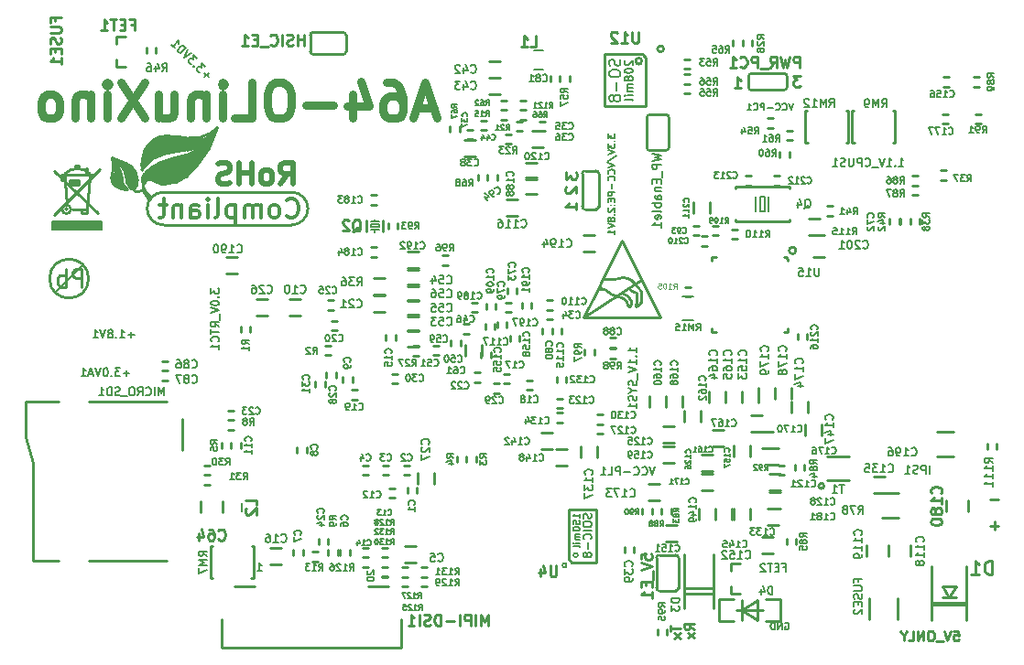
<source format=gbr>
%TF.GenerationSoftware,KiCad,Pcbnew,5.1.5-52549c5~84~ubuntu18.04.1*%
%TF.CreationDate,2020-02-11T15:54:30+02:00*%
%TF.ProjectId,A64-OlinuXino_Rev_G,4136342d-4f6c-4696-9e75-58696e6f5f52,G*%
%TF.SameCoordinates,Original*%
%TF.FileFunction,Legend,Bot*%
%TF.FilePolarity,Positive*%
%FSLAX46Y46*%
G04 Gerber Fmt 4.6, Leading zero omitted, Abs format (unit mm)*
G04 Created by KiCad (PCBNEW 5.1.5-52549c5~84~ubuntu18.04.1) date 2020-02-11 15:54:30*
%MOMM*%
%LPD*%
G04 APERTURE LIST*
%ADD10C,0.254000*%
%ADD11C,0.762000*%
%ADD12C,0.158750*%
%ADD13C,0.222250*%
%ADD14C,0.127000*%
%ADD15C,0.203200*%
%ADD16C,0.508000*%
%ADD17C,0.200000*%
%ADD18C,0.150000*%
%ADD19C,0.400000*%
%ADD20C,0.190500*%
%ADD21C,0.500000*%
%ADD22C,0.350000*%
%ADD23C,0.165100*%
%ADD24C,0.125000*%
%ADD25C,0.250000*%
G04 APERTURE END LIST*
D10*
X189617047Y-86305571D02*
X188842952Y-86305571D01*
X170878500Y-63246000D02*
G75*
G03X170878500Y-63246000I-317500J0D01*
G01*
D11*
X137414000Y-50080333D02*
X135841619Y-50080333D01*
X137728476Y-51023761D02*
X136627809Y-47721761D01*
X135527142Y-51023761D01*
X133011333Y-47721761D02*
X133640285Y-47721761D01*
X133954761Y-47879000D01*
X134112000Y-48036238D01*
X134426476Y-48507952D01*
X134583714Y-49136904D01*
X134583714Y-50394809D01*
X134426476Y-50709285D01*
X134269238Y-50866523D01*
X133954761Y-51023761D01*
X133325809Y-51023761D01*
X133011333Y-50866523D01*
X132854095Y-50709285D01*
X132696857Y-50394809D01*
X132696857Y-49608619D01*
X132854095Y-49294142D01*
X133011333Y-49136904D01*
X133325809Y-48979666D01*
X133954761Y-48979666D01*
X134269238Y-49136904D01*
X134426476Y-49294142D01*
X134583714Y-49608619D01*
X129866571Y-48822428D02*
X129866571Y-51023761D01*
X130652761Y-47564523D02*
X131438952Y-49923095D01*
X129394857Y-49923095D01*
X128136952Y-49765857D02*
X125621142Y-49765857D01*
X123419809Y-47721761D02*
X122790857Y-47721761D01*
X122476380Y-47879000D01*
X122161904Y-48193476D01*
X122004666Y-48822428D01*
X122004666Y-49923095D01*
X122161904Y-50552047D01*
X122476380Y-50866523D01*
X122790857Y-51023761D01*
X123419809Y-51023761D01*
X123734285Y-50866523D01*
X124048761Y-50552047D01*
X124206000Y-49923095D01*
X124206000Y-48822428D01*
X124048761Y-48193476D01*
X123734285Y-47879000D01*
X123419809Y-47721761D01*
X119017142Y-51023761D02*
X120589523Y-51023761D01*
X120589523Y-47721761D01*
X117916476Y-51023761D02*
X117916476Y-48822428D01*
X117916476Y-47721761D02*
X118073714Y-47879000D01*
X117916476Y-48036238D01*
X117759238Y-47879000D01*
X117916476Y-47721761D01*
X117916476Y-48036238D01*
X116344095Y-48822428D02*
X116344095Y-51023761D01*
X116344095Y-49136904D02*
X116186857Y-48979666D01*
X115872380Y-48822428D01*
X115400666Y-48822428D01*
X115086190Y-48979666D01*
X114928952Y-49294142D01*
X114928952Y-51023761D01*
X111941428Y-48822428D02*
X111941428Y-51023761D01*
X113356571Y-48822428D02*
X113356571Y-50552047D01*
X113199333Y-50866523D01*
X112884857Y-51023761D01*
X112413142Y-51023761D01*
X112098666Y-50866523D01*
X111941428Y-50709285D01*
X110683523Y-47721761D02*
X108482190Y-51023761D01*
X108482190Y-47721761D02*
X110683523Y-51023761D01*
X107224285Y-51023761D02*
X107224285Y-48822428D01*
X107224285Y-47721761D02*
X107381523Y-47879000D01*
X107224285Y-48036238D01*
X107067047Y-47879000D01*
X107224285Y-47721761D01*
X107224285Y-48036238D01*
X105651904Y-48822428D02*
X105651904Y-51023761D01*
X105651904Y-49136904D02*
X105494666Y-48979666D01*
X105180190Y-48822428D01*
X104708476Y-48822428D01*
X104394000Y-48979666D01*
X104236761Y-49294142D01*
X104236761Y-51023761D01*
X102192666Y-51023761D02*
X102507142Y-50866523D01*
X102664380Y-50709285D01*
X102821619Y-50394809D01*
X102821619Y-49451380D01*
X102664380Y-49136904D01*
X102507142Y-48979666D01*
X102192666Y-48822428D01*
X101720952Y-48822428D01*
X101406476Y-48979666D01*
X101249238Y-49136904D01*
X101092000Y-49451380D01*
X101092000Y-50394809D01*
X101249238Y-50709285D01*
X101406476Y-50866523D01*
X101720952Y-51023761D01*
X102192666Y-51023761D01*
D10*
X149654380Y-57367714D02*
X149606000Y-57416095D01*
X149557619Y-57512857D01*
X149557619Y-57754761D01*
X149606000Y-57851523D01*
X149654380Y-57899904D01*
X149751142Y-57948285D01*
X149847904Y-57948285D01*
X149993047Y-57899904D01*
X150573619Y-57319333D01*
X150573619Y-57948285D01*
X189617047Y-88718571D02*
X188842952Y-88718571D01*
X189230000Y-89105619D02*
X189230000Y-88331523D01*
D12*
X169876409Y-97726500D02*
X169936885Y-97696261D01*
X170027600Y-97696261D01*
X170118314Y-97726500D01*
X170178790Y-97786976D01*
X170209028Y-97847452D01*
X170239266Y-97968404D01*
X170239266Y-98059119D01*
X170209028Y-98180071D01*
X170178790Y-98240547D01*
X170118314Y-98301023D01*
X170027600Y-98331261D01*
X169967123Y-98331261D01*
X169876409Y-98301023D01*
X169846171Y-98270785D01*
X169846171Y-98059119D01*
X169967123Y-98059119D01*
X169574028Y-98331261D02*
X169574028Y-97696261D01*
X169211171Y-98331261D01*
X169211171Y-97696261D01*
X168908790Y-98331261D02*
X168908790Y-97696261D01*
X168757600Y-97696261D01*
X168666885Y-97726500D01*
X168606409Y-97786976D01*
X168576171Y-97847452D01*
X168545933Y-97968404D01*
X168545933Y-98059119D01*
X168576171Y-98180071D01*
X168606409Y-98240547D01*
X168666885Y-98301023D01*
X168757600Y-98331261D01*
X168908790Y-98331261D01*
D13*
X161438166Y-98340333D02*
X161014833Y-98044000D01*
X161438166Y-97832333D02*
X160549166Y-97832333D01*
X160549166Y-98171000D01*
X160591500Y-98255666D01*
X160633833Y-98298000D01*
X160718500Y-98340333D01*
X160845500Y-98340333D01*
X160930166Y-98298000D01*
X160972500Y-98255666D01*
X161014833Y-98171000D01*
X161014833Y-97832333D01*
X161438166Y-98636666D02*
X160845500Y-99102333D01*
X160845500Y-98636666D02*
X161438166Y-99102333D01*
X159279166Y-97938166D02*
X159279166Y-98446166D01*
X160168166Y-98192166D02*
X159279166Y-98192166D01*
X160168166Y-98657833D02*
X159575500Y-99123500D01*
X159575500Y-98657833D02*
X160168166Y-99123500D01*
D10*
X171280666Y-47068619D02*
X170651714Y-47068619D01*
X170990380Y-47455666D01*
X170845238Y-47455666D01*
X170748476Y-47504047D01*
X170700095Y-47552428D01*
X170651714Y-47649190D01*
X170651714Y-47891095D01*
X170700095Y-47987857D01*
X170748476Y-48036238D01*
X170845238Y-48084619D01*
X171135523Y-48084619D01*
X171232285Y-48036238D01*
X171280666Y-47987857D01*
X165190714Y-48211619D02*
X165771285Y-48211619D01*
X165481000Y-48211619D02*
X165481000Y-47195619D01*
X165577761Y-47340761D01*
X165674523Y-47437523D01*
X165771285Y-47485904D01*
X149621119Y-55985833D02*
X149621119Y-56614785D01*
X150008166Y-56276119D01*
X150008166Y-56421261D01*
X150056547Y-56518023D01*
X150104928Y-56566404D01*
X150201690Y-56614785D01*
X150443595Y-56614785D01*
X150540357Y-56566404D01*
X150588738Y-56518023D01*
X150637119Y-56421261D01*
X150637119Y-56130976D01*
X150588738Y-56034214D01*
X150540357Y-55985833D01*
X150573619Y-59472285D02*
X150573619Y-58891714D01*
X150573619Y-59182000D02*
X149557619Y-59182000D01*
X149702761Y-59085238D01*
X149799523Y-58988476D01*
X149847904Y-58891714D01*
D12*
X131284738Y-92861190D02*
X131254500Y-92891428D01*
X131224261Y-92951904D01*
X131224261Y-93103095D01*
X131254500Y-93163571D01*
X131284738Y-93193809D01*
X131345214Y-93224047D01*
X131405690Y-93224047D01*
X131496404Y-93193809D01*
X131859261Y-92830952D01*
X131859261Y-93224047D01*
X131224261Y-93617142D02*
X131224261Y-93677619D01*
X131254500Y-93738095D01*
X131284738Y-93768333D01*
X131345214Y-93798571D01*
X131466166Y-93828809D01*
X131617357Y-93828809D01*
X131738309Y-93798571D01*
X131798785Y-93768333D01*
X131829023Y-93738095D01*
X131859261Y-93677619D01*
X131859261Y-93617142D01*
X131829023Y-93556666D01*
X131798785Y-93526428D01*
X131738309Y-93496190D01*
X131617357Y-93465952D01*
X131466166Y-93465952D01*
X131345214Y-93496190D01*
X131284738Y-93526428D01*
X131254500Y-93556666D01*
X131224261Y-93617142D01*
D13*
X185441166Y-98446166D02*
X185864500Y-98446166D01*
X185906833Y-98869500D01*
X185864500Y-98827166D01*
X185779833Y-98784833D01*
X185568166Y-98784833D01*
X185483500Y-98827166D01*
X185441166Y-98869500D01*
X185398833Y-98954166D01*
X185398833Y-99165833D01*
X185441166Y-99250500D01*
X185483500Y-99292833D01*
X185568166Y-99335166D01*
X185779833Y-99335166D01*
X185864500Y-99292833D01*
X185906833Y-99250500D01*
X185144833Y-98446166D02*
X184848500Y-99335166D01*
X184552166Y-98446166D01*
X184467500Y-99419833D02*
X183790166Y-99419833D01*
X183409166Y-98446166D02*
X183239833Y-98446166D01*
X183155166Y-98488500D01*
X183070500Y-98573166D01*
X183028166Y-98742500D01*
X183028166Y-99038833D01*
X183070500Y-99208166D01*
X183155166Y-99292833D01*
X183239833Y-99335166D01*
X183409166Y-99335166D01*
X183493833Y-99292833D01*
X183578500Y-99208166D01*
X183620833Y-99038833D01*
X183620833Y-98742500D01*
X183578500Y-98573166D01*
X183493833Y-98488500D01*
X183409166Y-98446166D01*
X182647166Y-99335166D02*
X182647166Y-98446166D01*
X182139166Y-99335166D01*
X182139166Y-98446166D01*
X181292500Y-99335166D02*
X181715833Y-99335166D01*
X181715833Y-98446166D01*
X180826833Y-98911833D02*
X180826833Y-99335166D01*
X181123166Y-98446166D02*
X180826833Y-98911833D01*
X180530500Y-98446166D01*
D14*
%TO.C,Q2*%
X131953000Y-60388500D02*
X131953000Y-60579000D01*
X131953000Y-61341000D02*
X131953000Y-61531500D01*
X131572000Y-61341000D02*
X132334000Y-61341000D01*
X132334000Y-60579000D02*
X131572000Y-60579000D01*
X132334000Y-60833000D02*
X131572000Y-60833000D01*
X132334000Y-61087000D02*
X132334000Y-60833000D01*
X131572000Y-61087000D02*
X132334000Y-61087000D01*
X131572000Y-60833000D02*
X131572000Y-61087000D01*
D10*
X132703000Y-61460000D02*
X132703000Y-60460000D01*
X131203000Y-61460000D02*
X131203000Y-60460000D01*
%TO.C,R15*%
X143891000Y-51117500D02*
X143637000Y-51117500D01*
X143891000Y-51117500D02*
X144145000Y-51117500D01*
X143891000Y-50228500D02*
X144145000Y-50228500D01*
X143891000Y-50228500D02*
X143637000Y-50228500D01*
D15*
%TO.C,U4*%
X149683367Y-92387421D02*
G75*
G03X149683367Y-92387421I-197566J0D01*
G01*
D10*
X152419501Y-87212001D02*
X149879501Y-87212001D01*
X149879501Y-87212001D02*
X149879501Y-91812001D01*
X149879501Y-91812001D02*
X150149501Y-92112001D01*
X150149501Y-92112001D02*
X152419501Y-92112001D01*
X152419501Y-92112001D02*
X152419501Y-87212001D01*
D15*
X150712067Y-91440001D02*
G75*
G03X150712067Y-91440001I-197566J0D01*
G01*
D10*
%TO.C,C39*%
X155892500Y-90932000D02*
X155892500Y-91186000D01*
X155892500Y-90932000D02*
X155892500Y-90678000D01*
X155003500Y-90932000D02*
X155003500Y-90678000D01*
X155003500Y-90932000D02*
X155003500Y-91186000D01*
%TO.C,R66*%
X145669000Y-50228500D02*
X145923000Y-50228500D01*
X145669000Y-50228500D02*
X145415000Y-50228500D01*
X145669000Y-51117500D02*
X145415000Y-51117500D01*
X145669000Y-51117500D02*
X145923000Y-51117500D01*
%TO.C,C94*%
X142367000Y-56451500D02*
X142367000Y-56197500D01*
X142367000Y-56451500D02*
X142367000Y-56705500D01*
X143256000Y-56451500D02*
X143256000Y-56705500D01*
X143256000Y-56451500D02*
X143256000Y-56197500D01*
%TO.C,R131*%
X136525000Y-92583000D02*
X136779000Y-92583000D01*
X136525000Y-92583000D02*
X136271000Y-92583000D01*
X136525000Y-93472000D02*
X136271000Y-93472000D01*
X136525000Y-93472000D02*
X136779000Y-93472000D01*
%TO.C,R132*%
X132842000Y-92519500D02*
X133096000Y-92519500D01*
X132842000Y-92519500D02*
X132588000Y-92519500D01*
X132842000Y-93408500D02*
X132588000Y-93408500D01*
X132842000Y-93408500D02*
X133096000Y-93408500D01*
%TO.C,R127*%
X134683500Y-93472000D02*
X134429500Y-93472000D01*
X134683500Y-93472000D02*
X134937500Y-93472000D01*
X134683500Y-92583000D02*
X134937500Y-92583000D01*
X134683500Y-92583000D02*
X134429500Y-92583000D01*
%TO.C,R128*%
X132842000Y-92519500D02*
X132588000Y-92519500D01*
X132842000Y-92519500D02*
X133096000Y-92519500D01*
X132842000Y-91630500D02*
X133096000Y-91630500D01*
X132842000Y-91630500D02*
X132588000Y-91630500D01*
%TO.C,R129*%
X136525000Y-94361000D02*
X136271000Y-94361000D01*
X136525000Y-94361000D02*
X136779000Y-94361000D01*
X136525000Y-93472000D02*
X136779000Y-93472000D01*
X136525000Y-93472000D02*
X136271000Y-93472000D01*
%TO.C,R130*%
X132842000Y-94361000D02*
X132588000Y-94361000D01*
X132842000Y-94361000D02*
X133096000Y-94361000D01*
X132842000Y-93472000D02*
X133096000Y-93472000D01*
X132842000Y-93472000D02*
X132588000Y-93472000D01*
%TO.C,R126*%
X131064000Y-91630500D02*
X131318000Y-91630500D01*
X131064000Y-91630500D02*
X130810000Y-91630500D01*
X131064000Y-92519500D02*
X130810000Y-92519500D01*
X131064000Y-92519500D02*
X131318000Y-92519500D01*
%TO.C,R125*%
X134683500Y-94361000D02*
X134429500Y-94361000D01*
X134683500Y-94361000D02*
X134937500Y-94361000D01*
X134683500Y-93472000D02*
X134937500Y-93472000D01*
X134683500Y-93472000D02*
X134429500Y-93472000D01*
%TO.C,R121*%
X145669000Y-50228500D02*
X145415000Y-50228500D01*
X145669000Y-50228500D02*
X145923000Y-50228500D01*
X145669000Y-49339500D02*
X145923000Y-49339500D01*
X145669000Y-49339500D02*
X145415000Y-49339500D01*
%TO.C,T1*%
X173473221Y-85039000D02*
G75*
G03X173473221Y-85039000I-246221J0D01*
G01*
X175752000Y-84539000D02*
X173752000Y-84539000D01*
X175752000Y-82339000D02*
X173752000Y-82339000D01*
D14*
%TO.C,RM15*%
X161406840Y-69679820D02*
X160411160Y-69679820D01*
X160411160Y-67480180D02*
X161406840Y-67480180D01*
D10*
%TO.C,R62*%
X143891000Y-49339500D02*
X144145000Y-49339500D01*
X143891000Y-49339500D02*
X143637000Y-49339500D01*
X143891000Y-50228500D02*
X143637000Y-50228500D01*
X143891000Y-50228500D02*
X144145000Y-50228500D01*
%TO.C,C162*%
X162052000Y-78105000D02*
X162052000Y-79121000D01*
X160528000Y-78105000D02*
X160528000Y-79121000D01*
%TO.C,Sign-Antistatic*%
X154813000Y-62357000D02*
X158369000Y-69469000D01*
X158369000Y-69469000D02*
X151257000Y-69469000D01*
X151257000Y-69469000D02*
X152590500Y-66802000D01*
X152590500Y-66802000D02*
X153035000Y-65913000D01*
X153035000Y-65913000D02*
X154813000Y-62357000D01*
X156591000Y-65976500D02*
X151257000Y-69469000D01*
X154216100Y-65913000D02*
X153035000Y-65913000D01*
X152590500Y-66802000D02*
X152908000Y-66802000D01*
X155575000Y-68389500D02*
X155422600Y-68389500D01*
X156527500Y-66992500D02*
X156527500Y-68072000D01*
X156083000Y-68389500D02*
X156083000Y-68262500D01*
X156146500Y-68199000D02*
X156146500Y-67183000D01*
X156146500Y-68199000D02*
X156210000Y-68199000D01*
X154432721Y-65849678D02*
G75*
G02X156019500Y-66357500I466639J-1274902D01*
G01*
X154431915Y-65851114D02*
G75*
G02X154216100Y-65913000I-182795J230214D01*
G01*
X152907301Y-66802474D02*
G75*
G02X153416000Y-66992500I64199J-604046D01*
G01*
X154238461Y-67438576D02*
G75*
G02X153416000Y-66992500I147819J1253796D01*
G01*
X154750708Y-67184166D02*
G75*
G02X155702000Y-67945000I-285688J-1332334D01*
G01*
X154812915Y-67628965D02*
G75*
G02X155384500Y-68389500I-284395J-808795D01*
G01*
X154373275Y-67501493D02*
G75*
G02X154813000Y-67627500I-825195J-3709947D01*
G01*
X155701967Y-68262600D02*
G75*
G02X155575000Y-68389500I-190467J63600D01*
G01*
X155701068Y-67945674D02*
G75*
G02X155702000Y-68262500I-316568J-159346D01*
G01*
X156144935Y-67184845D02*
G75*
G02X155448000Y-66738500I153965J1007685D01*
G01*
X156335549Y-66675142D02*
G75*
G02X156019500Y-66357500I478971J792622D01*
G01*
X156338048Y-66676575D02*
G75*
G02X156527500Y-66992500I-168688J-315925D01*
G01*
X156527500Y-68072000D02*
G75*
G02X156146500Y-68453000I-381000J0D01*
G01*
X156144071Y-68455545D02*
G75*
G02X156083000Y-68389500I2429J63505D01*
G01*
X156083000Y-68262500D02*
G75*
G02X156146500Y-68199000I63500J0D01*
G01*
X156210000Y-68199000D02*
G75*
G02X156337000Y-68326000I0J-127000D01*
G01*
%TO.C,U12*%
X156620981Y-45720000D02*
G75*
G03X156620981Y-45720000I-283981J0D01*
G01*
X158652981Y-44577000D02*
G75*
G03X158652981Y-44577000I-283981J0D01*
G01*
X153162000Y-49911000D02*
X156972000Y-49911000D01*
X153162000Y-45085000D02*
X156718000Y-45085000D01*
X156966920Y-49895760D02*
X156966920Y-45364400D01*
X156966920Y-45364400D02*
X156700220Y-45100240D01*
X153167080Y-45100240D02*
X153167080Y-49895760D01*
%TO.C,MICRO_SD1*%
X99684840Y-80533240D02*
X100385880Y-82933540D01*
X102684580Y-91930220D02*
X100385880Y-91930220D01*
X102684580Y-77233780D02*
X99684840Y-77233780D01*
X100385880Y-82933540D02*
X100385880Y-91930220D01*
X99684840Y-77233780D02*
X99684840Y-80533240D01*
X112682020Y-77233780D02*
X105486200Y-77233780D01*
X114183160Y-81732120D02*
X114183160Y-78833980D01*
X112682020Y-91930220D02*
X105486200Y-91930220D01*
%TO.C,MIPI-DSI1*%
X133211000Y-94360000D02*
X133211000Y-94320000D01*
X134411000Y-100020000D02*
X134411000Y-97360000D01*
X117811000Y-100020000D02*
X134411000Y-100020000D01*
X117811000Y-97360000D02*
X117811000Y-100020000D01*
X119011000Y-94320000D02*
X119011000Y-94360000D01*
X120861000Y-94320000D02*
X119011000Y-94320000D01*
X133211000Y-94320000D02*
X131361000Y-94320000D01*
%TO.C,U15*%
X163499800Y-63812420D02*
X163126420Y-63812420D01*
X169923460Y-63812420D02*
X169748200Y-63812420D01*
X170121580Y-64010540D02*
X169923460Y-63812420D01*
X170121580Y-64185800D02*
X170121580Y-64010540D01*
X170121580Y-70807580D02*
X170121580Y-70434200D01*
X169748200Y-70807580D02*
X170121580Y-70807580D01*
X163126420Y-70807580D02*
X163499800Y-70807580D01*
X163126420Y-70434200D02*
X163126420Y-70807580D01*
X163126420Y-63812420D02*
X163126420Y-64185800D01*
%TO.C,RM9*%
X176047400Y-53289200D02*
X176263300Y-53289200D01*
X176047400Y-50342800D02*
X176047400Y-53289200D01*
X176237900Y-50342800D02*
X176047400Y-50342800D01*
X180060600Y-53289200D02*
X179844700Y-53289200D01*
X180035200Y-50342800D02*
X179857400Y-50342800D01*
X180047900Y-50342800D02*
X180047900Y-53289200D01*
%TO.C,R93*%
X133159500Y-60960000D02*
X133159500Y-60706000D01*
X133159500Y-60960000D02*
X133159500Y-61214000D01*
X134048500Y-60960000D02*
X134048500Y-61214000D01*
X134048500Y-60960000D02*
X134048500Y-60706000D01*
%TO.C,R46*%
X110807500Y-44704000D02*
X110807500Y-44450000D01*
X110807500Y-44704000D02*
X110807500Y-44958000D01*
X111696500Y-44704000D02*
X111696500Y-44958000D01*
X111696500Y-44704000D02*
X111696500Y-44450000D01*
%TO.C,Sign-RoHS*%
X112431000Y-57837000D02*
X124242000Y-57837000D01*
X124242000Y-60885000D02*
X112431000Y-60885000D01*
X111575020Y-56854020D02*
X111521680Y-56800680D01*
X110802860Y-56800680D02*
X110526000Y-57075000D01*
X117384000Y-51868000D02*
X116517860Y-53983820D01*
X114534120Y-56371420D02*
X114498560Y-56406980D01*
X112629120Y-57075000D02*
X112113500Y-57075000D01*
X117384000Y-51868000D02*
X116522940Y-52487760D01*
X114805900Y-52825580D02*
X112657060Y-52630000D01*
X110607280Y-54146380D02*
X110459960Y-54745820D01*
X110401540Y-55424000D02*
X110401540Y-55805000D01*
X110503140Y-57029280D02*
X110526000Y-57075000D01*
X111161000Y-58345000D02*
X110975580Y-58159580D01*
X115989540Y-53519000D02*
X115707600Y-53866980D01*
X113680680Y-54618820D02*
X113370800Y-54679780D01*
X110815560Y-55949780D02*
X110645380Y-56137740D01*
X110401540Y-55805000D02*
X110404080Y-55802460D01*
X111460720Y-54730580D02*
X111468340Y-54725500D01*
X112735800Y-54222580D02*
X113253960Y-54148920D01*
X114602700Y-53933020D02*
X115989540Y-53519000D01*
X111161000Y-58472000D02*
X110653000Y-57710000D01*
X110526000Y-57247720D02*
X110526000Y-57202000D01*
X111288000Y-58345000D02*
X110797780Y-57854780D01*
X110526000Y-57583000D02*
X110421860Y-57689680D01*
X109771620Y-57717620D02*
X109637000Y-57583000D01*
X109637000Y-57583000D02*
X109934180Y-57163900D01*
X109817340Y-55962480D02*
X109764000Y-55868500D01*
X109042640Y-55223340D02*
X108621000Y-55043000D01*
X108621000Y-55043000D02*
X107605000Y-54662000D01*
X107605000Y-54662000D02*
X107739620Y-55200480D01*
X107919960Y-57262960D02*
X107942820Y-57285820D01*
X108722600Y-57583000D02*
X109078200Y-57583000D01*
X109624300Y-57583000D02*
X109637000Y-57583000D01*
X108544800Y-56391740D02*
X108570200Y-56782900D01*
X117003000Y-52376000D02*
X115989540Y-53013540D01*
D16*
X115989540Y-53013540D02*
X114844000Y-53013540D01*
X114844000Y-53013540D02*
X113828000Y-52884000D01*
X113828000Y-52884000D02*
X112177000Y-52884000D01*
X112177000Y-52884000D02*
X111542000Y-53265000D01*
X111542000Y-53265000D02*
X111034000Y-53773000D01*
X111034000Y-53773000D02*
X110780000Y-54281000D01*
X110780000Y-54281000D02*
X110653000Y-55297000D01*
X110653000Y-55297000D02*
X111161000Y-54662000D01*
X111161000Y-54662000D02*
X111796000Y-54281000D01*
X111796000Y-54281000D02*
X111542000Y-53773000D01*
X111542000Y-53773000D02*
X111161000Y-54281000D01*
X111923000Y-54281000D02*
X112558000Y-53900000D01*
X112558000Y-53900000D02*
X113066000Y-53900000D01*
X113066000Y-53900000D02*
X113193000Y-53900000D01*
X113193000Y-53900000D02*
X114336000Y-53773000D01*
X114336000Y-53773000D02*
X115606000Y-53392000D01*
X115606000Y-53392000D02*
X116114000Y-53265000D01*
X116114000Y-53265000D02*
X111542000Y-53265000D01*
X111542000Y-53265000D02*
X111542000Y-53519000D01*
X111542000Y-53773000D02*
X111542000Y-53519000D01*
X111542000Y-53519000D02*
X116495000Y-53442800D01*
X111415000Y-53900000D02*
X113066000Y-53900000D01*
X117003000Y-52376000D02*
X116495000Y-53265000D01*
X116495000Y-53265000D02*
X116368000Y-53773000D01*
X116368000Y-53773000D02*
X115989540Y-54281000D01*
X115989540Y-54281000D02*
X115989540Y-53900000D01*
X115989540Y-53900000D02*
X116368000Y-53013540D01*
X115860000Y-54408000D02*
X115479000Y-54916000D01*
X115479000Y-54916000D02*
X115225000Y-55297000D01*
X115225000Y-55297000D02*
X114336000Y-56186000D01*
X114336000Y-56186000D02*
X113828000Y-56567000D01*
X113828000Y-56567000D02*
X112939000Y-56821000D01*
X112939000Y-56821000D02*
X112050000Y-56821000D01*
X112050000Y-56821000D02*
X111288000Y-56313000D01*
X111288000Y-56313000D02*
X110907000Y-56440000D01*
X110907000Y-56440000D02*
X110653000Y-56694000D01*
X110653000Y-56694000D02*
X110907000Y-56186000D01*
X110907000Y-56186000D02*
X111415000Y-55678000D01*
X111415000Y-55678000D02*
X112100800Y-55271600D01*
X112100800Y-55271600D02*
X113497800Y-54789000D01*
X113497800Y-54789000D02*
X114107400Y-54789000D01*
X114107400Y-54789000D02*
X114844000Y-54535000D01*
X114844000Y-54535000D02*
X115606000Y-54154000D01*
X115479000Y-54535000D02*
X114717000Y-55170000D01*
X114717000Y-55170000D02*
X114590000Y-55043000D01*
X114590000Y-55043000D02*
X114463000Y-55043000D01*
X114463000Y-55043000D02*
X113320000Y-55170000D01*
X113320000Y-55170000D02*
X112304000Y-55424000D01*
X112304000Y-55424000D02*
X111669000Y-55932000D01*
X111669000Y-55932000D02*
X111542000Y-56059000D01*
X111542000Y-56059000D02*
X111669000Y-56313000D01*
X111669000Y-56313000D02*
X111923000Y-56313000D01*
X111923000Y-56313000D02*
X112304000Y-56440000D01*
X112304000Y-56440000D02*
X112939000Y-56440000D01*
X112939000Y-56440000D02*
X113320000Y-56313000D01*
X113320000Y-56313000D02*
X113828000Y-56186000D01*
X113828000Y-56186000D02*
X114463000Y-55678000D01*
X114463000Y-55678000D02*
X114590000Y-55551000D01*
X114590000Y-55551000D02*
X114463000Y-55424000D01*
X114463000Y-55424000D02*
X113955000Y-55424000D01*
X113955000Y-55424000D02*
X112939000Y-55678000D01*
X112939000Y-55678000D02*
X112685000Y-55678000D01*
X112685000Y-55678000D02*
X112177000Y-55932000D01*
X112177000Y-55932000D02*
X112177000Y-56059000D01*
X112177000Y-56059000D02*
X112304000Y-56186000D01*
X112304000Y-56186000D02*
X112685000Y-56059000D01*
X112685000Y-56059000D02*
X113955000Y-55805000D01*
D10*
X109334740Y-57458540D02*
X109362680Y-57486480D01*
X108951200Y-56389200D02*
X108951200Y-56381580D01*
X109891000Y-56843860D02*
X109891000Y-56821000D01*
X109891000Y-56821000D02*
X109891000Y-56567000D01*
X109891000Y-56567000D02*
X109764000Y-56567000D01*
X109764000Y-56567000D02*
X109637000Y-56567000D01*
X109637000Y-56567000D02*
X109637000Y-57202000D01*
X109764000Y-56567000D02*
X109764000Y-56694000D01*
X109764000Y-56694000D02*
X109764000Y-57075000D01*
X109764000Y-57075000D02*
X109764000Y-57202000D01*
X109764000Y-57202000D02*
X109764000Y-57329000D01*
X109637000Y-56567000D02*
X109256000Y-56567000D01*
X109256000Y-56567000D02*
X109002000Y-56567000D01*
X109002000Y-56567000D02*
X109510000Y-57456000D01*
X109256000Y-56567000D02*
X109256000Y-57075000D01*
X109764000Y-56694000D02*
X109129000Y-56694000D01*
X109891000Y-56821000D02*
X109129000Y-56821000D01*
X109891000Y-56948000D02*
X109129000Y-56948000D01*
X109764000Y-57075000D02*
X109129000Y-57075000D01*
X109764000Y-57202000D02*
X109256000Y-57202000D01*
X109002000Y-56440000D02*
X109891000Y-56440000D01*
X109002000Y-56313000D02*
X109891000Y-56313000D01*
X109002000Y-56186000D02*
X109764000Y-56186000D01*
X109002000Y-56059000D02*
X109764000Y-56059000D01*
X108875000Y-55932000D02*
X109764000Y-55932000D01*
X108875000Y-55805000D02*
X109637000Y-55805000D01*
X108748000Y-55678000D02*
X109510000Y-55678000D01*
X108748000Y-55551000D02*
X109383000Y-55551000D01*
X108621000Y-55424000D02*
X109129000Y-55424000D01*
X107859000Y-55297000D02*
X107986000Y-55297000D01*
X107986000Y-55297000D02*
X108113000Y-55297000D01*
X108113000Y-55297000D02*
X109002000Y-55297000D01*
X108621000Y-55170000D02*
X107859000Y-55170000D01*
X108367000Y-55043000D02*
X107732000Y-55043000D01*
X108240000Y-54916000D02*
X107732000Y-54916000D01*
X108113000Y-55297000D02*
X108113000Y-55805000D01*
X107986000Y-55297000D02*
X107986000Y-55805000D01*
X108367000Y-55805000D02*
X107859000Y-55805000D01*
X108367000Y-55932000D02*
X107859000Y-55932000D01*
X108494000Y-56059000D02*
X107859000Y-56059000D01*
X108494000Y-56186000D02*
X107732000Y-56186000D01*
X108494000Y-56313000D02*
X107732000Y-56313000D01*
X108494000Y-56440000D02*
X107732000Y-56440000D01*
X108494000Y-56567000D02*
X107732000Y-56567000D01*
X108494000Y-56694000D02*
X107732000Y-56694000D01*
X108494000Y-56821000D02*
X107732000Y-56821000D01*
X108570200Y-56948000D02*
X107732000Y-56948000D01*
X108621000Y-57075000D02*
X107859000Y-57075000D01*
X108621000Y-57202000D02*
X107986000Y-57202000D01*
X108748000Y-57329000D02*
X108113000Y-57329000D01*
X108875000Y-57456000D02*
X108367000Y-57456000D01*
X110907000Y-59361000D02*
G75*
G02X112431000Y-57837000I1524000J0D01*
G01*
X124242000Y-57837000D02*
G75*
G02X125766000Y-59361000I0J-1524000D01*
G01*
X125766000Y-59361000D02*
G75*
G02X124242000Y-60885000I-1524000J0D01*
G01*
X112431000Y-60885000D02*
G75*
G02X110907000Y-59361000I0J1524000D01*
G01*
X112113500Y-57077066D02*
G75*
G02X111575020Y-56854020I0J761526D01*
G01*
X110802860Y-56798140D02*
G75*
G02X111521680Y-56800680I358140J-360680D01*
G01*
X116515464Y-53989447D02*
G75*
G02X114534120Y-56371420I-8344044J4925607D01*
G01*
X114494933Y-56409013D02*
G75*
G02X112629120Y-57075000I-1738813J1924813D01*
G01*
X116520952Y-52485522D02*
G75*
G02X114805900Y-52825580I-1268012J1900222D01*
G01*
X110606736Y-54142585D02*
G75*
G02X112657060Y-52630000I2144304J-760715D01*
G01*
X110399760Y-55423243D02*
G75*
G02X110459960Y-54745820I3049780J70363D01*
G01*
X110973549Y-58160559D02*
G75*
G02X110526000Y-57075000I1086611J1083019D01*
G01*
X115707541Y-53868778D02*
G75*
G02X113680680Y-54618820I-2631381J3997218D01*
G01*
X110816473Y-55949156D02*
G75*
G02X113370800Y-54679780I3654147J-4148444D01*
G01*
X110525155Y-57075069D02*
G75*
G02X110645380Y-56137740I762845J378529D01*
G01*
X110405641Y-55800765D02*
G75*
G02X111460720Y-54730580I3831299J-2722035D01*
G01*
X111472130Y-54722934D02*
G75*
G02X112735800Y-54222580I2134890J-3545866D01*
G01*
X114596379Y-53933186D02*
G75*
G02X113253960Y-54148920I-1812319J6992786D01*
G01*
X111031978Y-58472280D02*
G75*
G02X110526000Y-57247720I1228842J1224560D01*
G01*
X110794258Y-57854710D02*
G75*
G02X110526000Y-57202000I653762J650170D01*
G01*
X110421134Y-57688954D02*
G75*
G02X110063720Y-57837000I-357414J357414D01*
G01*
X110063720Y-57838612D02*
G75*
G02X109771620Y-57717620I0J413092D01*
G01*
X110019874Y-56719901D02*
G75*
G02X109934180Y-57163900I-1195674J501D01*
G01*
X109817794Y-55964321D02*
G75*
G02X110018000Y-56719400I-1323794J-755079D01*
G01*
X109042000Y-55224511D02*
G75*
G02X109764000Y-55868500I-601340J-1400909D01*
G01*
X107740148Y-55203136D02*
G75*
G02X107676120Y-56137740I-1478808J-368184D01*
G01*
X107605283Y-56506487D02*
G75*
G02X107676120Y-56137740I992857J447D01*
G01*
X107918946Y-57263974D02*
G75*
G02X107605000Y-56506040I757934J757934D01*
G01*
X108522497Y-57559453D02*
G75*
G02X107942820Y-57285820I205183J1185493D01*
G01*
X108723927Y-57584303D02*
G75*
G02X108524480Y-57560140I-1327J824263D01*
G01*
X108190795Y-55444066D02*
G75*
G02X108544800Y-56434920I-1408755J-1061974D01*
G01*
X109072340Y-57578613D02*
G75*
G02X108570200Y-56782900I709440J1003993D01*
G01*
X109638788Y-57584791D02*
G75*
G02X109334740Y-57458540I752J431051D01*
G01*
X109361340Y-57486046D02*
G75*
G02X108951200Y-56389200I1118940J1043506D01*
G01*
X108444020Y-55350180D02*
G75*
G02X108951200Y-56381580I-991420J-1127920D01*
G01*
X109890556Y-56845371D02*
G75*
G02X109637000Y-57456000I-865696J1511D01*
G01*
%TO.C,5V_E1*%
X160020000Y-94488000D02*
X160020000Y-91694000D01*
X159766000Y-94742000D02*
X158242000Y-94742000D01*
X159766000Y-91440000D02*
X158242000Y-91440000D01*
X157988000Y-91694000D02*
X157988000Y-94488000D01*
X158242000Y-94742000D02*
G75*
G02X157988000Y-94488000I0J254000D01*
G01*
X157988000Y-91694000D02*
G75*
G02X158242000Y-91440000I254000J0D01*
G01*
X159766000Y-91440000D02*
G75*
G02X160020000Y-91694000I0J-254000D01*
G01*
X160020000Y-94488000D02*
G75*
G02X159766000Y-94742000I-254000J0D01*
G01*
%TO.C,C1*%
X134955500Y-85400000D02*
X134955500Y-85146000D01*
X134955500Y-85400000D02*
X134955500Y-85654000D01*
X135844500Y-85400000D02*
X135844500Y-85654000D01*
X135844500Y-85400000D02*
X135844500Y-85146000D01*
%TO.C,C2*%
X134874000Y-83121500D02*
X135128000Y-83121500D01*
X134874000Y-83121500D02*
X134620000Y-83121500D01*
X134874000Y-84010500D02*
X134620000Y-84010500D01*
X134874000Y-84010500D02*
X135128000Y-84010500D01*
%TO.C,C3*%
X132969000Y-83121500D02*
X133223000Y-83121500D01*
X132969000Y-83121500D02*
X132715000Y-83121500D01*
X132969000Y-84010500D02*
X132715000Y-84010500D01*
X132969000Y-84010500D02*
X133223000Y-84010500D01*
%TO.C,C4*%
X131064000Y-83121500D02*
X131318000Y-83121500D01*
X131064000Y-83121500D02*
X130810000Y-83121500D01*
X131064000Y-84010500D02*
X130810000Y-84010500D01*
X131064000Y-84010500D02*
X131318000Y-84010500D01*
%TO.C,C5*%
X134747000Y-90614500D02*
X135763000Y-90614500D01*
X134747000Y-92138500D02*
X135763000Y-92138500D01*
%TO.C,C6*%
X128714500Y-91186000D02*
X128714500Y-90932000D01*
X128714500Y-91186000D02*
X128714500Y-91440000D01*
X129603500Y-91186000D02*
X129603500Y-91440000D01*
X129603500Y-91186000D02*
X129603500Y-90932000D01*
%TO.C,C7*%
X124396500Y-91186000D02*
X124396500Y-90932000D01*
X124396500Y-91186000D02*
X124396500Y-91440000D01*
X125285500Y-91186000D02*
X125285500Y-91440000D01*
X125285500Y-91186000D02*
X125285500Y-90932000D01*
%TO.C,C8*%
X125644500Y-81700000D02*
X125644500Y-81954000D01*
X125644500Y-81700000D02*
X125644500Y-81446000D01*
X124755500Y-81700000D02*
X124755500Y-81446000D01*
X124755500Y-81700000D02*
X124755500Y-81954000D01*
%TO.C,C9*%
X129857500Y-75184000D02*
X129857500Y-75438000D01*
X129857500Y-75184000D02*
X129857500Y-74930000D01*
X128968500Y-75184000D02*
X128968500Y-74930000D01*
X128968500Y-75184000D02*
X128968500Y-75438000D01*
%TO.C,C10*%
X124092000Y-67738000D02*
X125108000Y-67738000D01*
X124092000Y-69262000D02*
X125108000Y-69262000D01*
%TO.C,C11*%
X119544500Y-81300000D02*
X119544500Y-81554000D01*
X119544500Y-81300000D02*
X119544500Y-81046000D01*
X118655500Y-81300000D02*
X118655500Y-81046000D01*
X118655500Y-81300000D02*
X118655500Y-81554000D01*
%TO.C,C12*%
X133500000Y-86144500D02*
X133246000Y-86144500D01*
X133500000Y-86144500D02*
X133754000Y-86144500D01*
X133500000Y-85255500D02*
X133754000Y-85255500D01*
X133500000Y-85255500D02*
X133246000Y-85255500D01*
%TO.C,C13*%
X132842000Y-90741500D02*
X133096000Y-90741500D01*
X132842000Y-90741500D02*
X132588000Y-90741500D01*
X132842000Y-91630500D02*
X132588000Y-91630500D01*
X132842000Y-91630500D02*
X133096000Y-91630500D01*
%TO.C,C14*%
X131064000Y-90741500D02*
X131318000Y-90741500D01*
X131064000Y-90741500D02*
X130810000Y-90741500D01*
X131064000Y-91630500D02*
X130810000Y-91630500D01*
X131064000Y-91630500D02*
X131318000Y-91630500D01*
%TO.C,C15*%
X132955500Y-71300000D02*
X132955500Y-71046000D01*
X132955500Y-71300000D02*
X132955500Y-71554000D01*
X133844500Y-71300000D02*
X133844500Y-71554000D01*
X133844500Y-71300000D02*
X133844500Y-71046000D01*
%TO.C,C16*%
X123308000Y-92262000D02*
X122292000Y-92262000D01*
X123308000Y-90738000D02*
X122292000Y-90738000D01*
%TO.C,C17*%
X144100000Y-75544500D02*
X143846000Y-75544500D01*
X144100000Y-75544500D02*
X144354000Y-75544500D01*
X144100000Y-74655500D02*
X144354000Y-74655500D01*
X144100000Y-74655500D02*
X143846000Y-74655500D01*
%TO.C,C18*%
X146200000Y-76144500D02*
X145946000Y-76144500D01*
X146200000Y-76144500D02*
X146454000Y-76144500D01*
X146200000Y-75255500D02*
X146454000Y-75255500D01*
X146200000Y-75255500D02*
X145946000Y-75255500D01*
%TO.C,C19*%
X130048000Y-76136500D02*
X130302000Y-76136500D01*
X130048000Y-76136500D02*
X129794000Y-76136500D01*
X130048000Y-77025500D02*
X129794000Y-77025500D01*
X130048000Y-77025500D02*
X130302000Y-77025500D01*
%TO.C,C20*%
X128200000Y-70644500D02*
X127946000Y-70644500D01*
X128200000Y-70644500D02*
X128454000Y-70644500D01*
X128200000Y-69755500D02*
X128454000Y-69755500D01*
X128200000Y-69755500D02*
X127946000Y-69755500D01*
%TO.C,C21*%
X132842000Y-68961000D02*
X131826000Y-68961000D01*
X132842000Y-67437000D02*
X131826000Y-67437000D01*
%TO.C,C22*%
X141400000Y-74555500D02*
X141654000Y-74555500D01*
X141400000Y-74555500D02*
X141146000Y-74555500D01*
X141400000Y-75444500D02*
X141146000Y-75444500D01*
X141400000Y-75444500D02*
X141654000Y-75444500D01*
%TO.C,C23*%
X118600000Y-78055500D02*
X118854000Y-78055500D01*
X118600000Y-78055500D02*
X118346000Y-78055500D01*
X118600000Y-78944500D02*
X118346000Y-78944500D01*
X118600000Y-78944500D02*
X118854000Y-78944500D01*
%TO.C,C24*%
X126755500Y-90200000D02*
X126755500Y-89946000D01*
X126755500Y-90200000D02*
X126755500Y-90454000D01*
X127644500Y-90200000D02*
X127644500Y-90454000D01*
X127644500Y-90200000D02*
X127644500Y-89946000D01*
%TO.C,C25*%
X127900000Y-68744500D02*
X127646000Y-68744500D01*
X127900000Y-68744500D02*
X128154000Y-68744500D01*
X127900000Y-67855500D02*
X128154000Y-67855500D01*
X127900000Y-67855500D02*
X127646000Y-67855500D01*
%TO.C,C26*%
X122008000Y-69262000D02*
X120992000Y-69262000D01*
X122008000Y-67738000D02*
X120992000Y-67738000D01*
%TO.C,C27*%
X135890000Y-84836000D02*
X135890000Y-83820000D01*
X137414000Y-84836000D02*
X137414000Y-83820000D01*
%TO.C,C28*%
X127455500Y-74800000D02*
X127455500Y-74546000D01*
X127455500Y-74800000D02*
X127455500Y-75054000D01*
X128344500Y-74800000D02*
X128344500Y-75054000D01*
X128344500Y-74800000D02*
X128344500Y-74546000D01*
%TO.C,C29*%
X143200000Y-75555500D02*
X143454000Y-75555500D01*
X143200000Y-75555500D02*
X142946000Y-75555500D01*
X143200000Y-76444500D02*
X142946000Y-76444500D01*
X143200000Y-76444500D02*
X143454000Y-76444500D01*
%TO.C,C30*%
X133800000Y-75544500D02*
X133546000Y-75544500D01*
X133800000Y-75544500D02*
X134054000Y-75544500D01*
X133800000Y-74655500D02*
X134054000Y-74655500D01*
X133800000Y-74655500D02*
X133546000Y-74655500D01*
%TO.C,C31*%
X127344500Y-75600000D02*
X127344500Y-75854000D01*
X127344500Y-75600000D02*
X127344500Y-75346000D01*
X126455500Y-75600000D02*
X126455500Y-75346000D01*
X126455500Y-75600000D02*
X126455500Y-75854000D01*
%TO.C,C34*%
X148100000Y-68755500D02*
X148354000Y-68755500D01*
X148100000Y-68755500D02*
X147846000Y-68755500D01*
X148100000Y-69644500D02*
X147846000Y-69644500D01*
X148100000Y-69644500D02*
X148354000Y-69644500D01*
%TO.C,C35*%
X147400000Y-51305500D02*
X147654000Y-51305500D01*
X147400000Y-51305500D02*
X147146000Y-51305500D01*
X147400000Y-52194500D02*
X147146000Y-52194500D01*
X147400000Y-52194500D02*
X147654000Y-52194500D01*
%TO.C,C36*%
X147510500Y-53721000D02*
X146494500Y-53721000D01*
X147510500Y-52197000D02*
X146494500Y-52197000D01*
%TO.C,C37*%
X140750000Y-52055500D02*
X141004000Y-52055500D01*
X140750000Y-52055500D02*
X140496000Y-52055500D01*
X140750000Y-52944500D02*
X140496000Y-52944500D01*
X140750000Y-52944500D02*
X141004000Y-52944500D01*
%TO.C,C38*%
X141258000Y-54512000D02*
X140242000Y-54512000D01*
X141258000Y-52988000D02*
X140242000Y-52988000D01*
%TO.C,C42*%
X143508000Y-47262000D02*
X142492000Y-47262000D01*
X143508000Y-45738000D02*
X142492000Y-45738000D01*
%TO.C,C43*%
X143508000Y-48812000D02*
X142492000Y-48812000D01*
X143508000Y-47288000D02*
X142492000Y-47288000D01*
%TO.C,C44*%
X142000000Y-52094500D02*
X141746000Y-52094500D01*
X142000000Y-52094500D02*
X142254000Y-52094500D01*
X142000000Y-51205500D02*
X142254000Y-51205500D01*
X142000000Y-51205500D02*
X141746000Y-51205500D01*
%TO.C,C46*%
X140400000Y-70055500D02*
X140654000Y-70055500D01*
X140400000Y-70055500D02*
X140146000Y-70055500D01*
X140400000Y-70944500D02*
X140146000Y-70944500D01*
X140400000Y-70944500D02*
X140654000Y-70944500D01*
%TO.C,C50*%
X138980500Y-71825000D02*
X138980500Y-71571000D01*
X138980500Y-71825000D02*
X138980500Y-72079000D01*
X139869500Y-71825000D02*
X139869500Y-72079000D01*
X139869500Y-71825000D02*
X139869500Y-71571000D01*
%TO.C,C51*%
X137600000Y-72055500D02*
X137854000Y-72055500D01*
X137600000Y-72055500D02*
X137346000Y-72055500D01*
X137600000Y-72944500D02*
X137346000Y-72944500D01*
X137600000Y-72944500D02*
X137854000Y-72944500D01*
%TO.C,C53*%
X136017000Y-70739000D02*
X135001000Y-70739000D01*
X136017000Y-69215000D02*
X135001000Y-69215000D01*
%TO.C,C54*%
X135001000Y-65024000D02*
X136017000Y-65024000D01*
X135001000Y-66548000D02*
X136017000Y-66548000D01*
%TO.C,C55*%
X136017000Y-69342000D02*
X135001000Y-69342000D01*
X136017000Y-67818000D02*
X135001000Y-67818000D01*
%TO.C,C56*%
X135001000Y-66421000D02*
X136017000Y-66421000D01*
X135001000Y-67945000D02*
X136017000Y-67945000D01*
%TO.C,C59*%
X135001000Y-70612000D02*
X136017000Y-70612000D01*
X135001000Y-72136000D02*
X136017000Y-72136000D01*
%TO.C,C61*%
X141812000Y-71967000D02*
X141812000Y-72983000D01*
X140288000Y-71967000D02*
X140288000Y-72983000D01*
%TO.C,C64*%
X117856000Y-86487000D02*
X117856000Y-87503000D01*
X115824000Y-86487000D02*
X115824000Y-87503000D01*
%TO.C,C72*%
X180403500Y-60579000D02*
X180403500Y-60833000D01*
X180403500Y-60579000D02*
X180403500Y-60325000D01*
X179514500Y-60579000D02*
X179514500Y-60325000D01*
X179514500Y-60579000D02*
X179514500Y-60833000D01*
%TO.C,C73*%
X144180500Y-66950000D02*
X144180500Y-66696000D01*
X144180500Y-66950000D02*
X144180500Y-67204000D01*
X145069500Y-66950000D02*
X145069500Y-67204000D01*
X145069500Y-66950000D02*
X145069500Y-66696000D01*
%TO.C,C79*%
X144300000Y-68944500D02*
X144046000Y-68944500D01*
X144300000Y-68944500D02*
X144554000Y-68944500D01*
X144300000Y-68055500D02*
X144554000Y-68055500D01*
X144300000Y-68055500D02*
X144046000Y-68055500D01*
%TO.C,C80*%
X147455500Y-70700000D02*
X147455500Y-70446000D01*
X147455500Y-70700000D02*
X147455500Y-70954000D01*
X148344500Y-70700000D02*
X148344500Y-70954000D01*
X148344500Y-70700000D02*
X148344500Y-70446000D01*
%TO.C,C109*%
X143144500Y-68400000D02*
X143144500Y-68654000D01*
X143144500Y-68400000D02*
X143144500Y-68146000D01*
X142255500Y-68400000D02*
X142255500Y-68146000D01*
X142255500Y-68400000D02*
X142255500Y-68654000D01*
%TO.C,C110*%
X148100000Y-67855500D02*
X148354000Y-67855500D01*
X148100000Y-67855500D02*
X147846000Y-67855500D01*
X148100000Y-68744500D02*
X147846000Y-68744500D01*
X148100000Y-68744500D02*
X148354000Y-68744500D01*
%TO.C,C115*%
X149244500Y-70700000D02*
X149244500Y-70954000D01*
X149244500Y-70700000D02*
X149244500Y-70446000D01*
X148355500Y-70700000D02*
X148355500Y-70446000D01*
X148355500Y-70700000D02*
X148355500Y-70954000D01*
%TO.C,C116*%
X145161000Y-60071000D02*
X144145000Y-60071000D01*
X145161000Y-58547000D02*
X144145000Y-58547000D01*
%TO.C,C117*%
X143044500Y-70300000D02*
X143044500Y-70554000D01*
X143044500Y-70300000D02*
X143044500Y-70046000D01*
X142155500Y-70300000D02*
X142155500Y-70046000D01*
X142155500Y-70300000D02*
X142155500Y-70554000D01*
%TO.C,C118*%
X181483000Y-90551000D02*
X181483000Y-91567000D01*
X179451000Y-90551000D02*
X179451000Y-91567000D01*
%TO.C,C119*%
X179451000Y-90551000D02*
X179451000Y-91567000D01*
X177419000Y-90551000D02*
X177419000Y-91567000D01*
%TO.C,C120*%
X146939000Y-56642000D02*
X145923000Y-56642000D01*
X146939000Y-55118000D02*
X145923000Y-55118000D01*
%TO.C,C121*%
X169418000Y-85471000D02*
X168402000Y-85471000D01*
X169418000Y-83947000D02*
X168402000Y-83947000D01*
%TO.C,C123*%
X149000000Y-77844500D02*
X148746000Y-77844500D01*
X149000000Y-77844500D02*
X149254000Y-77844500D01*
X149000000Y-76955500D02*
X149254000Y-76955500D01*
X149000000Y-76955500D02*
X148746000Y-76955500D01*
%TO.C,C125*%
X158623000Y-79502000D02*
X159639000Y-79502000D01*
X158623000Y-81026000D02*
X159639000Y-81026000D01*
%TO.C,C126*%
X163195000Y-83693000D02*
X162179000Y-83693000D01*
X163195000Y-82169000D02*
X162179000Y-82169000D01*
%TO.C,C127*%
X152781000Y-79311500D02*
X153035000Y-79311500D01*
X152781000Y-79311500D02*
X152527000Y-79311500D01*
X152781000Y-80200500D02*
X152527000Y-80200500D01*
X152781000Y-80200500D02*
X153035000Y-80200500D01*
%TO.C,C128*%
X169418000Y-87122000D02*
X168402000Y-87122000D01*
X169418000Y-85598000D02*
X168402000Y-85598000D01*
%TO.C,C130*%
X152781000Y-78422500D02*
X153035000Y-78422500D01*
X152781000Y-78422500D02*
X152527000Y-78422500D01*
X152781000Y-79311500D02*
X152527000Y-79311500D01*
X152781000Y-79311500D02*
X153035000Y-79311500D01*
%TO.C,C132*%
X148755500Y-75200000D02*
X148755500Y-74946000D01*
X148755500Y-75200000D02*
X148755500Y-75454000D01*
X149644500Y-75200000D02*
X149644500Y-75454000D01*
X149644500Y-75200000D02*
X149644500Y-74946000D01*
%TO.C,C133*%
X166624000Y-87122000D02*
X166624000Y-88138000D01*
X165100000Y-87122000D02*
X165100000Y-88138000D01*
%TO.C,C134*%
X149000000Y-79144500D02*
X148746000Y-79144500D01*
X149000000Y-79144500D02*
X149254000Y-79144500D01*
X149000000Y-78255500D02*
X149254000Y-78255500D01*
X149000000Y-78255500D02*
X148746000Y-78255500D01*
%TO.C,C135*%
X178054000Y-84201000D02*
X179070000Y-84201000D01*
X178054000Y-85725000D02*
X179070000Y-85725000D01*
%TO.C,C137*%
X151003000Y-82423000D02*
X151003000Y-81407000D01*
X152527000Y-82423000D02*
X152527000Y-81407000D01*
%TO.C,C142*%
X147320000Y-80137000D02*
X148336000Y-80137000D01*
X147320000Y-81661000D02*
X148336000Y-81661000D01*
%TO.C,C145*%
X164973000Y-87122000D02*
X164973000Y-88138000D01*
X163449000Y-87122000D02*
X163449000Y-88138000D01*
%TO.C,C147*%
X171704000Y-80391000D02*
X171704000Y-79375000D01*
X173228000Y-80391000D02*
X173228000Y-79375000D01*
%TO.C,C148*%
X148717000Y-81661000D02*
X149733000Y-81661000D01*
X148717000Y-83185000D02*
X149733000Y-83185000D01*
%TO.C,C149*%
X161925000Y-88138000D02*
X161925000Y-87122000D01*
X163449000Y-88138000D02*
X163449000Y-87122000D01*
%TO.C,C151*%
X159893000Y-90170000D02*
X158877000Y-90170000D01*
X159893000Y-88646000D02*
X158877000Y-88646000D01*
%TO.C,C152*%
X168783000Y-91313000D02*
X167767000Y-91313000D01*
X168783000Y-89789000D02*
X167767000Y-89789000D01*
%TO.C,C153*%
X167386000Y-76327000D02*
X167386000Y-77343000D01*
X165862000Y-76327000D02*
X165862000Y-77343000D01*
%TO.C,C155*%
X142644500Y-72900000D02*
X142644500Y-73154000D01*
X142644500Y-72900000D02*
X142644500Y-72646000D01*
X141755500Y-72900000D02*
X141755500Y-72646000D01*
X141755500Y-72900000D02*
X141755500Y-73154000D01*
%TO.C,C156*%
X184785000Y-48069500D02*
X184531000Y-48069500D01*
X184785000Y-48069500D02*
X185039000Y-48069500D01*
X184785000Y-47180500D02*
X185039000Y-47180500D01*
X184785000Y-47180500D02*
X184531000Y-47180500D01*
%TO.C,C157*%
X165100000Y-82296000D02*
X165100000Y-81280000D01*
X166624000Y-82296000D02*
X166624000Y-81280000D01*
%TO.C,C158*%
X145344500Y-71400000D02*
X145344500Y-71654000D01*
X145344500Y-71400000D02*
X145344500Y-71146000D01*
X144455500Y-71400000D02*
X144455500Y-71146000D01*
X144455500Y-71400000D02*
X144455500Y-71654000D01*
%TO.C,C159*%
X158623000Y-81407000D02*
X159639000Y-81407000D01*
X158623000Y-82931000D02*
X159639000Y-82931000D01*
%TO.C,C160*%
X157353000Y-77724000D02*
X157353000Y-76708000D01*
X158877000Y-77724000D02*
X158877000Y-76708000D01*
%TO.C,C161*%
X164211000Y-81407000D02*
X163195000Y-81407000D01*
X164211000Y-79883000D02*
X163195000Y-79883000D01*
%TO.C,C164*%
X164338000Y-76327000D02*
X164338000Y-77343000D01*
X162814000Y-76327000D02*
X162814000Y-77343000D01*
%TO.C,C165*%
X165862000Y-76327000D02*
X165862000Y-77343000D01*
X164338000Y-76327000D02*
X164338000Y-77343000D01*
%TO.C,C167*%
X166751000Y-78486000D02*
X167767000Y-78486000D01*
X166751000Y-80010000D02*
X167767000Y-80010000D01*
%TO.C,C168*%
X158877000Y-77724000D02*
X158877000Y-76708000D01*
X160401000Y-77724000D02*
X160401000Y-76708000D01*
%TO.C,C170*%
X167767000Y-80010000D02*
X168783000Y-80010000D01*
X167767000Y-81534000D02*
X168783000Y-81534000D01*
%TO.C,C171*%
X162179000Y-83947000D02*
X163195000Y-83947000D01*
X162179000Y-85471000D02*
X163195000Y-85471000D01*
%TO.C,C173*%
X158242000Y-86360000D02*
X157226000Y-86360000D01*
X158242000Y-84836000D02*
X157226000Y-84836000D01*
%TO.C,C174*%
X171958000Y-77216000D02*
X171958000Y-78232000D01*
X170434000Y-77216000D02*
X170434000Y-78232000D01*
%TO.C,C176*%
X168275000Y-81534000D02*
X169291000Y-81534000D01*
X168275000Y-83058000D02*
X169291000Y-83058000D01*
%TO.C,C177*%
X184658000Y-51498500D02*
X184404000Y-51498500D01*
X184658000Y-51498500D02*
X184912000Y-51498500D01*
X184658000Y-50609500D02*
X184912000Y-50609500D01*
X184658000Y-50609500D02*
X184404000Y-50609500D01*
%TO.C,C178*%
X170434000Y-75946000D02*
X170434000Y-76962000D01*
X168910000Y-75946000D02*
X168910000Y-76962000D01*
%TO.C,C179*%
X168910000Y-75946000D02*
X168910000Y-76962000D01*
X167386000Y-75946000D02*
X167386000Y-76962000D01*
%TO.C,C180*%
X186817000Y-86360000D02*
X186817000Y-87376000D01*
X184785000Y-86360000D02*
X184785000Y-87376000D01*
%TO.C,C181*%
X168275000Y-87122000D02*
X169291000Y-87122000D01*
X168275000Y-88646000D02*
X169291000Y-88646000D01*
%TO.C,C183*%
X131826000Y-58102500D02*
X132080000Y-58102500D01*
X131826000Y-58102500D02*
X131572000Y-58102500D01*
X131826000Y-58991500D02*
X131572000Y-58991500D01*
X131826000Y-58991500D02*
X132080000Y-58991500D01*
%TO.C,C184*%
X131826000Y-62928500D02*
X132080000Y-62928500D01*
X131826000Y-62928500D02*
X131572000Y-62928500D01*
X131826000Y-63817500D02*
X131572000Y-63817500D01*
X131826000Y-63817500D02*
X132080000Y-63817500D01*
%TO.C,C188*%
X146939000Y-58039000D02*
X145923000Y-58039000D01*
X146939000Y-56515000D02*
X145923000Y-56515000D01*
%TO.C,C189*%
X141200000Y-68944500D02*
X140946000Y-68944500D01*
X141200000Y-68944500D02*
X141454000Y-68944500D01*
X141200000Y-68055500D02*
X141454000Y-68055500D01*
X141200000Y-68055500D02*
X140946000Y-68055500D01*
%TO.C,C190*%
X119253000Y-65405000D02*
X118237000Y-65405000D01*
X119253000Y-63881000D02*
X118237000Y-63881000D01*
%TO.C,C191*%
X145555500Y-68326000D02*
X145555500Y-68072000D01*
X145555500Y-68326000D02*
X145555500Y-68580000D01*
X146444500Y-68326000D02*
X146444500Y-68580000D01*
X146444500Y-68326000D02*
X146444500Y-68072000D01*
%TO.C,C192*%
X135001000Y-63373000D02*
X136017000Y-63373000D01*
X135001000Y-64897000D02*
X136017000Y-64897000D01*
%TO.C,C194*%
X152273000Y-63373000D02*
X151257000Y-63373000D01*
X152273000Y-61849000D02*
X151257000Y-61849000D01*
%TO.C,D3*%
X160575000Y-96353000D02*
X160575000Y-91353000D01*
X163275000Y-94983000D02*
X160575000Y-94983000D01*
X163275000Y-91353000D02*
X163275000Y-96353000D01*
X163275000Y-94543000D02*
X160575000Y-94543000D01*
%TO.C,D4*%
X169456100Y-97523300D02*
X169456100Y-95504000D01*
X169456100Y-95504000D02*
X168084500Y-95504000D01*
X169456100Y-97523300D02*
X168084500Y-97523300D01*
X163804600Y-97510600D02*
X163804600Y-95516700D01*
X163830000Y-95504000D02*
X165125400Y-95504000D01*
X163817300Y-97510600D02*
X165112700Y-97510600D01*
X167868600Y-96532700D02*
X165392100Y-96532700D01*
X167284400Y-95580200D02*
X165912800Y-96494600D01*
X165912800Y-96494600D02*
X167284400Y-97485200D01*
X165912800Y-95580200D02*
X165912800Y-97485200D01*
X167284400Y-95580200D02*
X167284400Y-97485200D01*
%TO.C,FET1*%
X108077000Y-44119800D02*
X108077000Y-43408600D01*
X108915200Y-43408600D02*
X108077000Y-43408600D01*
X108915200Y-46253400D02*
X108077000Y-46253400D01*
X108077000Y-46253400D02*
X108077000Y-45542200D01*
%TO.C,FET2*%
X164846000Y-92887800D02*
X164846000Y-92176600D01*
X165684200Y-92176600D02*
X164846000Y-92176600D01*
X165684200Y-95021400D02*
X164846000Y-95021400D01*
X164846000Y-95021400D02*
X164846000Y-94310200D01*
%TO.C,FUSE2*%
X180243000Y-95393000D02*
X180243000Y-97393000D01*
X177643000Y-95393000D02*
X177643000Y-97393000D01*
D14*
%TO.C,L1*%
X147497800Y-46482000D02*
X146659600Y-46482000D01*
X147497800Y-44704000D02*
X146659600Y-44704000D01*
%TO.C,L2*%
X117856000Y-87426800D02*
X117856000Y-86588600D01*
X119634000Y-87426800D02*
X119634000Y-86588600D01*
D10*
%TO.C,R2*%
X127600000Y-72944500D02*
X127346000Y-72944500D01*
X127600000Y-72944500D02*
X127854000Y-72944500D01*
X127600000Y-72055500D02*
X127854000Y-72055500D01*
X127600000Y-72055500D02*
X127346000Y-72055500D01*
%TO.C,R3*%
X141287500Y-82550000D02*
X141287500Y-82804000D01*
X141287500Y-82550000D02*
X141287500Y-82296000D01*
X140398500Y-82550000D02*
X140398500Y-82296000D01*
X140398500Y-82550000D02*
X140398500Y-82804000D01*
%TO.C,R4*%
X140398500Y-82550000D02*
X140398500Y-82804000D01*
X140398500Y-82550000D02*
X140398500Y-82296000D01*
X139509500Y-82550000D02*
X139509500Y-82296000D01*
X139509500Y-82550000D02*
X139509500Y-82804000D01*
%TO.C,R54*%
X168529000Y-50990500D02*
X168783000Y-50990500D01*
X168529000Y-50990500D02*
X168275000Y-50990500D01*
X168529000Y-51879500D02*
X168275000Y-51879500D01*
X168529000Y-51879500D02*
X168783000Y-51879500D01*
%TO.C,R60*%
X170243500Y-54356000D02*
X170243500Y-54610000D01*
X170243500Y-54356000D02*
X170243500Y-54102000D01*
X169354500Y-54356000D02*
X169354500Y-54102000D01*
X169354500Y-54356000D02*
X169354500Y-54610000D01*
%TO.C,R96*%
X138430000Y-63690500D02*
X138684000Y-63690500D01*
X138430000Y-63690500D02*
X138176000Y-63690500D01*
X138430000Y-64579500D02*
X138176000Y-64579500D01*
X138430000Y-64579500D02*
X138684000Y-64579500D01*
%TO.C,R97*%
X152209500Y-72644000D02*
X152209500Y-72898000D01*
X152209500Y-72644000D02*
X152209500Y-72390000D01*
X151320500Y-72644000D02*
X151320500Y-72390000D01*
X151320500Y-72644000D02*
X151320500Y-72898000D01*
%TO.C,R98*%
X153924000Y-72326500D02*
X154178000Y-72326500D01*
X153924000Y-72326500D02*
X153670000Y-72326500D01*
X153924000Y-73215500D02*
X153670000Y-73215500D01*
X153924000Y-73215500D02*
X154178000Y-73215500D01*
%TO.C,RM7*%
X116738400Y-93548200D02*
X116954300Y-93548200D01*
X116738400Y-90601800D02*
X116738400Y-93548200D01*
X116928900Y-90601800D02*
X116738400Y-90601800D01*
X120751600Y-93548200D02*
X120535700Y-93548200D01*
X120726200Y-90601800D02*
X120548400Y-90601800D01*
X120738900Y-90601800D02*
X120738900Y-93548200D01*
%TO.C,RM12*%
X171729400Y-53289200D02*
X171945300Y-53289200D01*
X171729400Y-50342800D02*
X171729400Y-53289200D01*
X171919900Y-50342800D02*
X171729400Y-50342800D01*
X175742600Y-53289200D02*
X175526700Y-53289200D01*
X175717200Y-50342800D02*
X175539400Y-50342800D01*
X175729900Y-50342800D02*
X175729900Y-53289200D01*
%TO.C,R37*%
X184531000Y-56705500D02*
X184277000Y-56705500D01*
X184531000Y-56705500D02*
X184785000Y-56705500D01*
X184531000Y-55816500D02*
X184785000Y-55816500D01*
X184531000Y-55816500D02*
X184277000Y-55816500D01*
%TO.C,R38*%
X181419500Y-60579000D02*
X181419500Y-60325000D01*
X181419500Y-60579000D02*
X181419500Y-60833000D01*
X182308500Y-60579000D02*
X182308500Y-60833000D01*
X182308500Y-60579000D02*
X182308500Y-60325000D01*
%TO.C,R41*%
X173990000Y-59118500D02*
X174244000Y-59118500D01*
X173990000Y-59118500D02*
X173736000Y-59118500D01*
X173990000Y-60007500D02*
X173736000Y-60007500D01*
X173990000Y-60007500D02*
X174244000Y-60007500D01*
%TO.C,R42*%
X181419500Y-60579000D02*
X181419500Y-60833000D01*
X181419500Y-60579000D02*
X181419500Y-60325000D01*
X180530500Y-60579000D02*
X180530500Y-60325000D01*
X180530500Y-60579000D02*
X180530500Y-60833000D01*
%TO.C,R61*%
X170307000Y-53022500D02*
X170053000Y-53022500D01*
X170307000Y-53022500D02*
X170561000Y-53022500D01*
X170307000Y-52133500D02*
X170561000Y-52133500D01*
X170307000Y-52133500D02*
X170053000Y-52133500D01*
%TO.C,HSIC_E1*%
X126238000Y-45085000D02*
X129032000Y-45085000D01*
X125984000Y-44831000D02*
X125984000Y-43307000D01*
X129286000Y-44831000D02*
X129286000Y-43307000D01*
X129032000Y-43053000D02*
X126238000Y-43053000D01*
X125984000Y-43307000D02*
G75*
G02X126238000Y-43053000I254000J0D01*
G01*
X129032000Y-43053000D02*
G75*
G02X129286000Y-43307000I0J-254000D01*
G01*
X129286000Y-44831000D02*
G75*
G02X129032000Y-45085000I-254000J0D01*
G01*
X126238000Y-45085000D02*
G75*
G02X125984000Y-44831000I0J254000D01*
G01*
%TO.C,C197*%
X143255500Y-70100000D02*
X143255500Y-69846000D01*
X143255500Y-70100000D02*
X143255500Y-70354000D01*
X144144500Y-70100000D02*
X144144500Y-70354000D01*
X144144500Y-70100000D02*
X144144500Y-69846000D01*
%TO.C,R85*%
X169989500Y-90170000D02*
X169989500Y-89916000D01*
X169989500Y-90170000D02*
X169989500Y-90424000D01*
X170878500Y-90170000D02*
X170878500Y-90424000D01*
X170878500Y-90170000D02*
X170878500Y-89916000D01*
%TO.C,R84*%
X170751500Y-83312000D02*
X170751500Y-83058000D01*
X170751500Y-83312000D02*
X170751500Y-83566000D01*
X171640500Y-83312000D02*
X171640500Y-83566000D01*
X171640500Y-83312000D02*
X171640500Y-83058000D01*
%TO.C,R78*%
X180340000Y-85725000D02*
X178816000Y-85725000D01*
X180340000Y-88011000D02*
X178816000Y-88011000D01*
%TO.C,R92*%
X169545000Y-83121500D02*
X169799000Y-83121500D01*
X169545000Y-83121500D02*
X169291000Y-83121500D01*
X169545000Y-84010500D02*
X169291000Y-84010500D01*
X169545000Y-84010500D02*
X169799000Y-84010500D01*
%TO.C,R90*%
X157543500Y-87376000D02*
X157543500Y-87630000D01*
X157543500Y-87376000D02*
X157543500Y-87122000D01*
X156654500Y-87376000D02*
X156654500Y-87122000D01*
X156654500Y-87376000D02*
X156654500Y-87630000D01*
%TO.C,R88*%
X158432500Y-87376000D02*
X158432500Y-87630000D01*
X158432500Y-87376000D02*
X158432500Y-87122000D01*
X157543500Y-87376000D02*
X157543500Y-87122000D01*
X157543500Y-87376000D02*
X157543500Y-87630000D01*
%TO.C,R89*%
X187579000Y-47180500D02*
X187833000Y-47180500D01*
X187579000Y-47180500D02*
X187325000Y-47180500D01*
X187579000Y-48069500D02*
X187325000Y-48069500D01*
X187579000Y-48069500D02*
X187833000Y-48069500D01*
%TO.C,R83*%
X158432500Y-87376000D02*
X158432500Y-87122000D01*
X158432500Y-87376000D02*
X158432500Y-87630000D01*
X159321500Y-87376000D02*
X159321500Y-87630000D01*
X159321500Y-87376000D02*
X159321500Y-87122000D01*
%TO.C,R91*%
X187706000Y-50609500D02*
X187960000Y-50609500D01*
X187706000Y-50609500D02*
X187452000Y-50609500D01*
X187706000Y-51498500D02*
X187452000Y-51498500D01*
X187706000Y-51498500D02*
X187960000Y-51498500D01*
%TO.C,R95*%
X158051500Y-98552000D02*
X158051500Y-98298000D01*
X158051500Y-98552000D02*
X158051500Y-98806000D01*
X158940500Y-98552000D02*
X158940500Y-98806000D01*
X158940500Y-98552000D02*
X158940500Y-98298000D01*
%TO.C,R30*%
X116459000Y-84010500D02*
X116205000Y-84010500D01*
X116459000Y-84010500D02*
X116713000Y-84010500D01*
X116459000Y-83121500D02*
X116713000Y-83121500D01*
X116459000Y-83121500D02*
X116205000Y-83121500D01*
%TO.C,R31*%
X116459000Y-84899500D02*
X116205000Y-84899500D01*
X116459000Y-84899500D02*
X116713000Y-84899500D01*
X116459000Y-84010500D02*
X116713000Y-84010500D01*
X116459000Y-84010500D02*
X116205000Y-84010500D01*
%TO.C,R21*%
X145288000Y-52197000D02*
X145034000Y-52197000D01*
X145288000Y-52197000D02*
X145542000Y-52197000D01*
X145288000Y-51308000D02*
X145542000Y-51308000D01*
X145288000Y-51308000D02*
X145034000Y-51308000D01*
%TO.C,R23*%
X144272000Y-53394500D02*
X144018000Y-53394500D01*
X144272000Y-53394500D02*
X144526000Y-53394500D01*
X144272000Y-52505500D02*
X144526000Y-52505500D01*
X144272000Y-52505500D02*
X144018000Y-52505500D01*
%TO.C,R27*%
X135763000Y-72961500D02*
X135509000Y-72961500D01*
X135763000Y-72961500D02*
X136017000Y-72961500D01*
X135763000Y-72072500D02*
X136017000Y-72072500D01*
X135763000Y-72072500D02*
X135509000Y-72072500D01*
%TO.C,R1*%
X120444500Y-70500000D02*
X120444500Y-70754000D01*
X120444500Y-70500000D02*
X120444500Y-70246000D01*
X119555500Y-70500000D02*
X119555500Y-70246000D01*
X119555500Y-70500000D02*
X119555500Y-70754000D01*
%TO.C,R5*%
X117755500Y-81300000D02*
X117755500Y-81046000D01*
X117755500Y-81300000D02*
X117755500Y-81554000D01*
X118644500Y-81300000D02*
X118644500Y-81554000D01*
X118644500Y-81300000D02*
X118644500Y-81046000D01*
%TO.C,R8*%
X118600000Y-79844500D02*
X118346000Y-79844500D01*
X118600000Y-79844500D02*
X118854000Y-79844500D01*
X118600000Y-78955500D02*
X118854000Y-78955500D01*
X118600000Y-78955500D02*
X118346000Y-78955500D01*
%TO.C,R9*%
X127635000Y-91186000D02*
X127635000Y-90932000D01*
X127635000Y-91186000D02*
X127635000Y-91440000D01*
X128524000Y-91186000D02*
X128524000Y-91440000D01*
X128524000Y-91186000D02*
X128524000Y-90932000D01*
%TO.C,R13*%
X126400000Y-92044500D02*
X126146000Y-92044500D01*
X126400000Y-92044500D02*
X126654000Y-92044500D01*
X126400000Y-91155500D02*
X126654000Y-91155500D01*
X126400000Y-91155500D02*
X126146000Y-91155500D01*
D17*
%TO.C,Sign-PbFree*%
X102522020Y-67010280D02*
X104955340Y-64589660D01*
D10*
X105485037Y-65846960D02*
G75*
G03X105485037Y-65846960I-1802237J0D01*
G01*
D14*
%TO.C,Sign-RecycleBin*%
X103575000Y-59436000D02*
G75*
G03X103575000Y-59436000I-127000J0D01*
G01*
D10*
X103321000Y-56134000D02*
G75*
G02X105607000Y-56134000I1143000J-1143000D01*
G01*
X104591000Y-55372000D02*
X104591000Y-55499000D01*
X104591000Y-55499000D02*
X104210000Y-55499000D01*
X104210000Y-55499000D02*
X104210000Y-55372000D01*
X104210000Y-55372000D02*
X104591000Y-55372000D01*
X104464000Y-56896000D02*
X103829000Y-56896000D01*
X104591000Y-56769000D02*
X103702000Y-56769000D01*
X103702000Y-56769000D02*
X103702000Y-57150000D01*
X103702000Y-57150000D02*
X104591000Y-57150000D01*
X104591000Y-57150000D02*
X104591000Y-56769000D01*
X103194000Y-56769000D02*
X103194000Y-56388000D01*
X103194000Y-56388000D02*
X103067000Y-56388000D01*
X103067000Y-56388000D02*
X103067000Y-56769000D01*
X103194000Y-56388000D02*
X103194000Y-56515000D01*
X103194000Y-56261000D02*
X103067000Y-56642000D01*
X103194000Y-56388000D02*
X103194000Y-56515000D01*
X103321000Y-56261000D02*
X103321000Y-56769000D01*
X103321000Y-56769000D02*
X102940000Y-56769000D01*
X102940000Y-56769000D02*
X102940000Y-56261000D01*
X105353000Y-56134000D02*
X105353000Y-55626000D01*
X105353000Y-55626000D02*
X105226000Y-55626000D01*
X105226000Y-55626000D02*
X105226000Y-56134000D01*
X103849609Y-59436000D02*
G75*
G03X103849609Y-59436000I-401609J0D01*
G01*
X103448000Y-58928000D02*
X103321000Y-56896000D01*
X105353000Y-59436000D02*
X105353000Y-59817000D01*
X105353000Y-59817000D02*
X104845000Y-59817000D01*
X104845000Y-59817000D02*
X104845000Y-59563000D01*
X105861000Y-56261000D02*
X102940000Y-56261000D01*
X105353000Y-59436000D02*
X105607000Y-56388000D01*
X105353000Y-59436000D02*
X103956000Y-59436000D01*
X106369000Y-59817000D02*
X102305000Y-55880000D01*
X106496000Y-55753000D02*
X102305000Y-59944000D01*
D18*
X106651200Y-61189400D02*
X102231600Y-61189400D01*
X102231600Y-61087800D02*
X106600400Y-61087800D01*
X106651200Y-60884600D02*
X102180800Y-60884600D01*
X106651200Y-60732200D02*
X102231600Y-60732200D01*
X102180800Y-60986200D02*
X106600400Y-60986200D01*
X102180800Y-60833800D02*
X106600400Y-60833800D01*
X106651200Y-60681400D02*
X102180800Y-60681400D01*
X102180800Y-60579800D02*
X106600400Y-60579800D01*
X102130000Y-61291000D02*
X106702000Y-61291000D01*
X106702000Y-61291000D02*
X106702000Y-60529000D01*
X106702000Y-60529000D02*
X102130000Y-60529000D01*
X102130000Y-60529000D02*
X102130000Y-61291000D01*
D10*
%TO.C,3.3V/VCC-PE:2.8V1*%
X151130000Y-56134000D02*
X151130000Y-59182000D01*
X151384000Y-55880000D02*
X152400000Y-55880000D01*
X151384000Y-59436000D02*
X152400000Y-59436000D01*
X152654000Y-59182000D02*
X152654000Y-56134000D01*
X152400000Y-55880000D02*
G75*
G02X152654000Y-56134000I0J-254000D01*
G01*
X152654000Y-59182000D02*
G75*
G02X152400000Y-59436000I-254000J0D01*
G01*
X151384000Y-59436000D02*
G75*
G02X151130000Y-59182000I0J254000D01*
G01*
X151130000Y-56134000D02*
G75*
G02X151384000Y-55880000I254000J0D01*
G01*
%TO.C,R86*%
X181864000Y-57213500D02*
X181610000Y-57213500D01*
X181864000Y-57213500D02*
X182118000Y-57213500D01*
X181864000Y-56324500D02*
X182118000Y-56324500D01*
X181864000Y-56324500D02*
X181610000Y-56324500D01*
%TO.C,R87*%
X181864000Y-58102500D02*
X181610000Y-58102500D01*
X181864000Y-58102500D02*
X182118000Y-58102500D01*
X181864000Y-57213500D02*
X182118000Y-57213500D01*
X181864000Y-57213500D02*
X181610000Y-57213500D01*
%TO.C,R36*%
X131826000Y-65786000D02*
X132842000Y-65786000D01*
X131826000Y-67310000D02*
X132842000Y-67310000D01*
%TO.C,C196*%
X183896000Y-82296000D02*
X185420000Y-82296000D01*
X183896000Y-80010000D02*
X185420000Y-80010000D01*
%TO.C,C201*%
X172466000Y-61849000D02*
X173482000Y-61849000D01*
X172466000Y-63881000D02*
X173482000Y-63881000D01*
%TO.C,C211*%
X162941000Y-58801000D02*
X162941000Y-59817000D01*
X161417000Y-58801000D02*
X161417000Y-59817000D01*
%TO.C,R105*%
X160909000Y-67500500D02*
X160655000Y-67500500D01*
X160909000Y-67500500D02*
X161163000Y-67500500D01*
X160909000Y-66611500D02*
X161163000Y-66611500D01*
X160909000Y-66611500D02*
X160655000Y-66611500D01*
%TO.C,R109*%
X163449000Y-61849000D02*
X163195000Y-61849000D01*
X163449000Y-61849000D02*
X163703000Y-61849000D01*
X163449000Y-60960000D02*
X163703000Y-60960000D01*
X163449000Y-60960000D02*
X163195000Y-60960000D01*
%TO.C,R110*%
X165227000Y-62166500D02*
X164973000Y-62166500D01*
X165227000Y-62166500D02*
X165481000Y-62166500D01*
X165227000Y-61277500D02*
X165481000Y-61277500D01*
X165227000Y-61277500D02*
X164973000Y-61277500D01*
%TO.C,R111*%
X188531500Y-81407000D02*
X188531500Y-81153000D01*
X188531500Y-81407000D02*
X188531500Y-81661000D01*
X189420500Y-81407000D02*
X189420500Y-81661000D01*
X189420500Y-81407000D02*
X189420500Y-81153000D01*
%TO.C,R115*%
X172085000Y-60325000D02*
X173101000Y-60325000D01*
X172085000Y-61849000D02*
X173101000Y-61849000D01*
%TO.C,C210*%
X162433000Y-62801500D02*
X162179000Y-62801500D01*
X162433000Y-62801500D02*
X162687000Y-62801500D01*
X162433000Y-61912500D02*
X162687000Y-61912500D01*
X162433000Y-61912500D02*
X162179000Y-61912500D01*
%TO.C,C216*%
X171894500Y-71247000D02*
X171894500Y-71501000D01*
X171894500Y-71247000D02*
X171894500Y-70993000D01*
X171005500Y-71247000D02*
X171005500Y-70993000D01*
X171005500Y-71247000D02*
X171005500Y-71501000D01*
%TO.C,C81*%
X149034500Y-47307500D02*
X149034500Y-47561500D01*
X149034500Y-47307500D02*
X149034500Y-47053500D01*
X148145500Y-47307500D02*
X148145500Y-47053500D01*
X148145500Y-47307500D02*
X148145500Y-47561500D01*
%TO.C,R53*%
X160782000Y-46418500D02*
X160528000Y-46418500D01*
X160782000Y-46418500D02*
X161036000Y-46418500D01*
X160782000Y-45529500D02*
X161036000Y-45529500D01*
X160782000Y-45529500D02*
X160528000Y-45529500D01*
%TO.C,R55*%
X160782000Y-48704500D02*
X160528000Y-48704500D01*
X160782000Y-48704500D02*
X161036000Y-48704500D01*
X160782000Y-47815500D02*
X161036000Y-47815500D01*
X160782000Y-47815500D02*
X160528000Y-47815500D01*
%TO.C,R56*%
X160782000Y-47815500D02*
X160528000Y-47815500D01*
X160782000Y-47815500D02*
X161036000Y-47815500D01*
X160782000Y-46926500D02*
X161036000Y-46926500D01*
X160782000Y-46926500D02*
X160528000Y-46926500D01*
%TO.C,R57*%
X149923500Y-47307500D02*
X149923500Y-47561500D01*
X149923500Y-47307500D02*
X149923500Y-47053500D01*
X149034500Y-47307500D02*
X149034500Y-47053500D01*
X149034500Y-47307500D02*
X149034500Y-47561500D01*
%TO.C,C86*%
X112522000Y-74358500D02*
X112268000Y-74358500D01*
X112522000Y-74358500D02*
X112776000Y-74358500D01*
X112522000Y-73469500D02*
X112776000Y-73469500D01*
X112522000Y-73469500D02*
X112268000Y-73469500D01*
%TO.C,C87*%
X112522000Y-75247500D02*
X112268000Y-75247500D01*
X112522000Y-75247500D02*
X112776000Y-75247500D01*
X112522000Y-74358500D02*
X112776000Y-74358500D01*
X112522000Y-74358500D02*
X112268000Y-74358500D01*
%TO.C,R28*%
X165925500Y-44069000D02*
X165925500Y-43815000D01*
X165925500Y-44069000D02*
X165925500Y-44323000D01*
X166814500Y-44069000D02*
X166814500Y-44323000D01*
X166814500Y-44069000D02*
X166814500Y-43815000D01*
%TO.C,R65*%
X165036500Y-44069000D02*
X165036500Y-43815000D01*
X165036500Y-44069000D02*
X165036500Y-44323000D01*
X165925500Y-44069000D02*
X165925500Y-44323000D01*
X165925500Y-44069000D02*
X165925500Y-43815000D01*
%TO.C,PWR_PC1*%
X169799000Y-46863000D02*
X166751000Y-46863000D01*
X170053000Y-47117000D02*
X170053000Y-48133000D01*
X166497000Y-47117000D02*
X166497000Y-48133000D01*
X166751000Y-48387000D02*
X169799000Y-48387000D01*
X170053000Y-48133000D02*
G75*
G02X169799000Y-48387000I-254000J0D01*
G01*
X166751000Y-48387000D02*
G75*
G02X166497000Y-48133000I0J254000D01*
G01*
X166497000Y-47117000D02*
G75*
G02X166751000Y-46863000I254000J0D01*
G01*
X169799000Y-46863000D02*
G75*
G02X170053000Y-47117000I0J-254000D01*
G01*
%TO.C,Q4*%
X170266360Y-60525660D02*
X165267640Y-60525660D01*
X165267640Y-60525660D02*
X165267640Y-60375800D01*
X165267640Y-57480200D02*
X165267640Y-57330340D01*
X165267640Y-57330340D02*
X170266360Y-57330340D01*
X170266360Y-57330340D02*
X170266360Y-57480200D01*
X170266360Y-60375800D02*
X170266360Y-60525660D01*
D15*
X167965120Y-58229500D02*
X167965120Y-59626500D01*
X167965120Y-59626500D02*
X167568880Y-59626500D01*
X167568880Y-59626500D02*
X167568880Y-58229500D01*
X167568880Y-58229500D02*
X167965120Y-58229500D01*
X168341040Y-58229500D02*
X168341040Y-58928000D01*
X168341040Y-58928000D02*
X168341040Y-59626500D01*
X167192960Y-58229500D02*
X167192960Y-58928000D01*
X167192960Y-58928000D02*
X167192960Y-59626500D01*
D10*
%TO.C,C212*%
X169100500Y-57213500D02*
X168846500Y-57213500D01*
X169100500Y-57213500D02*
X169354500Y-57213500D01*
X169100500Y-56324500D02*
X169354500Y-56324500D01*
X169100500Y-56324500D02*
X168846500Y-56324500D01*
%TO.C,C213*%
X166497000Y-56324500D02*
X166751000Y-56324500D01*
X166497000Y-56324500D02*
X166243000Y-56324500D01*
X166497000Y-57213500D02*
X166243000Y-57213500D01*
X166497000Y-57213500D02*
X166751000Y-57213500D01*
%TO.C,D1*%
X184404000Y-95377000D02*
X185674000Y-95377000D01*
X184404000Y-94361000D02*
X185039000Y-95377000D01*
X185674000Y-94361000D02*
X185039000Y-95377000D01*
X184404000Y-94361000D02*
X185674000Y-94361000D01*
X183436260Y-92496640D02*
X183436260Y-97495360D01*
X186641740Y-97495360D02*
X186641740Y-92496640D01*
D19*
X186514000Y-95946000D02*
X183514000Y-95946000D01*
D10*
%TO.C,R67*%
X139794500Y-52000000D02*
X139794500Y-52254000D01*
X139794500Y-52000000D02*
X139794500Y-51746000D01*
X138905500Y-52000000D02*
X138905500Y-51746000D01*
X138905500Y-52000000D02*
X138905500Y-52254000D01*
%TO.C,WP_Enable1*%
X157099000Y-50927000D02*
X157099000Y-53721000D01*
X157353000Y-50673000D02*
X158877000Y-50673000D01*
X157353000Y-53975000D02*
X158877000Y-53975000D01*
X159131000Y-53721000D02*
X159131000Y-50927000D01*
X158877000Y-50673000D02*
G75*
G02X159131000Y-50927000I0J-254000D01*
G01*
X159131000Y-53721000D02*
G75*
G02X158877000Y-53975000I-254000J0D01*
G01*
X157353000Y-53975000D02*
G75*
G02X157099000Y-53721000I0J254000D01*
G01*
X157099000Y-50927000D02*
G75*
G02X157353000Y-50673000I254000J0D01*
G01*
%TO.C,R68*%
X141478000Y-56451500D02*
X141478000Y-56197500D01*
X141478000Y-56451500D02*
X141478000Y-56705500D01*
X142367000Y-56451500D02*
X142367000Y-56705500D01*
X142367000Y-56451500D02*
X142367000Y-56197500D01*
%TO.C,C88*%
X153924000Y-72199500D02*
X153670000Y-72199500D01*
X153924000Y-72199500D02*
X154178000Y-72199500D01*
X153924000Y-71310500D02*
X154178000Y-71310500D01*
X153924000Y-71310500D02*
X153670000Y-71310500D01*
%TO.C,C93*%
X161671000Y-61849000D02*
X161417000Y-61849000D01*
X161671000Y-61849000D02*
X161925000Y-61849000D01*
X161671000Y-60960000D02*
X161925000Y-60960000D01*
X161671000Y-60960000D02*
X161417000Y-60960000D01*
%TO.C,Q2*%
X129890761Y-61516380D02*
X129987523Y-61468000D01*
X130084285Y-61371238D01*
X130229428Y-61226095D01*
X130326190Y-61177714D01*
X130422952Y-61177714D01*
X130374571Y-61419619D02*
X130471333Y-61371238D01*
X130568095Y-61274476D01*
X130616476Y-61080952D01*
X130616476Y-60742285D01*
X130568095Y-60548761D01*
X130471333Y-60452000D01*
X130374571Y-60403619D01*
X130181047Y-60403619D01*
X130084285Y-60452000D01*
X129987523Y-60548761D01*
X129939142Y-60742285D01*
X129939142Y-61080952D01*
X129987523Y-61274476D01*
X130084285Y-61371238D01*
X130181047Y-61419619D01*
X130374571Y-61419619D01*
X129552095Y-60500380D02*
X129503714Y-60452000D01*
X129406952Y-60403619D01*
X129165047Y-60403619D01*
X129068285Y-60452000D01*
X129019904Y-60500380D01*
X128971523Y-60597142D01*
X128971523Y-60693904D01*
X129019904Y-60839047D01*
X129600476Y-61419619D01*
X128971523Y-61419619D01*
%TO.C,R15*%
D14*
X142210971Y-50826609D02*
X142380304Y-50584704D01*
X142501257Y-50826609D02*
X142501257Y-50318609D01*
X142307733Y-50318609D01*
X142259352Y-50342800D01*
X142235161Y-50366990D01*
X142210971Y-50415371D01*
X142210971Y-50487942D01*
X142235161Y-50536323D01*
X142259352Y-50560514D01*
X142307733Y-50584704D01*
X142501257Y-50584704D01*
X141727161Y-50826609D02*
X142017447Y-50826609D01*
X141872304Y-50826609D02*
X141872304Y-50318609D01*
X141920685Y-50391180D01*
X141969066Y-50439561D01*
X142017447Y-50463752D01*
X141267542Y-50318609D02*
X141509447Y-50318609D01*
X141533638Y-50560514D01*
X141509447Y-50536323D01*
X141461066Y-50512133D01*
X141340114Y-50512133D01*
X141291733Y-50536323D01*
X141267542Y-50560514D01*
X141243352Y-50608895D01*
X141243352Y-50729847D01*
X141267542Y-50778228D01*
X141291733Y-50802419D01*
X141340114Y-50826609D01*
X141461066Y-50826609D01*
X141509447Y-50802419D01*
X141533638Y-50778228D01*
%TO.C,U4*%
D10*
X148729095Y-92407619D02*
X148729095Y-93230095D01*
X148680714Y-93326857D01*
X148632333Y-93375238D01*
X148535571Y-93423619D01*
X148342047Y-93423619D01*
X148245285Y-93375238D01*
X148196904Y-93326857D01*
X148148523Y-93230095D01*
X148148523Y-92407619D01*
X147229285Y-92746285D02*
X147229285Y-93423619D01*
X147471190Y-92359238D02*
X147713095Y-93084952D01*
X147084142Y-93084952D01*
D12*
X150909261Y-87989833D02*
X150909261Y-87626976D01*
X150909261Y-87808404D02*
X150274261Y-87808404D01*
X150364976Y-87747928D01*
X150425452Y-87687452D01*
X150455690Y-87626976D01*
X150274261Y-88564357D02*
X150274261Y-88261976D01*
X150576642Y-88231738D01*
X150546404Y-88261976D01*
X150516166Y-88322452D01*
X150516166Y-88473642D01*
X150546404Y-88534119D01*
X150576642Y-88564357D01*
X150637119Y-88594595D01*
X150788309Y-88594595D01*
X150848785Y-88564357D01*
X150879023Y-88534119D01*
X150909261Y-88473642D01*
X150909261Y-88322452D01*
X150879023Y-88261976D01*
X150848785Y-88231738D01*
X150274261Y-88987690D02*
X150274261Y-89048166D01*
X150304500Y-89108642D01*
X150334738Y-89138880D01*
X150395214Y-89169119D01*
X150516166Y-89199357D01*
X150667357Y-89199357D01*
X150788309Y-89169119D01*
X150848785Y-89138880D01*
X150879023Y-89108642D01*
X150909261Y-89048166D01*
X150909261Y-88987690D01*
X150879023Y-88927214D01*
X150848785Y-88896976D01*
X150788309Y-88866738D01*
X150667357Y-88836500D01*
X150516166Y-88836500D01*
X150395214Y-88866738D01*
X150334738Y-88896976D01*
X150304500Y-88927214D01*
X150274261Y-88987690D01*
X150909261Y-89471500D02*
X150485928Y-89471500D01*
X150546404Y-89471500D02*
X150516166Y-89501738D01*
X150485928Y-89562214D01*
X150485928Y-89652928D01*
X150516166Y-89713404D01*
X150576642Y-89743642D01*
X150909261Y-89743642D01*
X150576642Y-89743642D02*
X150516166Y-89773880D01*
X150485928Y-89834357D01*
X150485928Y-89925071D01*
X150516166Y-89985547D01*
X150576642Y-90015785D01*
X150909261Y-90015785D01*
X150909261Y-90318166D02*
X150485928Y-90318166D01*
X150274261Y-90318166D02*
X150304500Y-90287928D01*
X150334738Y-90318166D01*
X150304500Y-90348404D01*
X150274261Y-90318166D01*
X150334738Y-90318166D01*
X150909261Y-90711261D02*
X150879023Y-90650785D01*
X150818547Y-90620547D01*
X150274261Y-90620547D01*
D20*
X151946428Y-87592263D02*
X151982714Y-87701121D01*
X151982714Y-87882549D01*
X151946428Y-87955121D01*
X151910142Y-87991406D01*
X151837571Y-88027692D01*
X151765000Y-88027692D01*
X151692428Y-87991406D01*
X151656142Y-87955121D01*
X151619857Y-87882549D01*
X151583571Y-87737406D01*
X151547285Y-87664835D01*
X151511000Y-87628549D01*
X151438428Y-87592263D01*
X151365857Y-87592263D01*
X151293285Y-87628549D01*
X151257000Y-87664835D01*
X151220714Y-87737406D01*
X151220714Y-87918835D01*
X151257000Y-88027692D01*
X151220714Y-88499406D02*
X151220714Y-88644549D01*
X151257000Y-88717121D01*
X151329571Y-88789692D01*
X151474714Y-88825978D01*
X151728714Y-88825978D01*
X151873857Y-88789692D01*
X151946428Y-88717121D01*
X151982714Y-88644549D01*
X151982714Y-88499406D01*
X151946428Y-88426835D01*
X151873857Y-88354263D01*
X151728714Y-88317978D01*
X151474714Y-88317978D01*
X151329571Y-88354263D01*
X151257000Y-88426835D01*
X151220714Y-88499406D01*
X151982714Y-89152549D02*
X151220714Y-89152549D01*
X151910142Y-89950835D02*
X151946428Y-89914549D01*
X151982714Y-89805692D01*
X151982714Y-89733121D01*
X151946428Y-89624263D01*
X151873857Y-89551692D01*
X151801285Y-89515406D01*
X151656142Y-89479121D01*
X151547285Y-89479121D01*
X151402142Y-89515406D01*
X151329571Y-89551692D01*
X151257000Y-89624263D01*
X151220714Y-89733121D01*
X151220714Y-89805692D01*
X151257000Y-89914549D01*
X151293285Y-89950835D01*
X151692428Y-90277406D02*
X151692428Y-90857978D01*
X151547285Y-91329692D02*
X151511000Y-91257121D01*
X151474714Y-91220835D01*
X151402142Y-91184549D01*
X151365857Y-91184549D01*
X151293285Y-91220835D01*
X151257000Y-91257121D01*
X151220714Y-91329692D01*
X151220714Y-91474835D01*
X151257000Y-91547406D01*
X151293285Y-91583692D01*
X151365857Y-91619978D01*
X151402142Y-91619978D01*
X151474714Y-91583692D01*
X151511000Y-91547406D01*
X151547285Y-91474835D01*
X151547285Y-91329692D01*
X151583571Y-91257121D01*
X151619857Y-91220835D01*
X151692428Y-91184549D01*
X151837571Y-91184549D01*
X151910142Y-91220835D01*
X151946428Y-91257121D01*
X151982714Y-91329692D01*
X151982714Y-91474835D01*
X151946428Y-91547406D01*
X151910142Y-91583692D01*
X151837571Y-91619978D01*
X151692428Y-91619978D01*
X151619857Y-91583692D01*
X151583571Y-91547406D01*
X151547285Y-91474835D01*
%TO.C,C39*%
X155720142Y-92474142D02*
X155756428Y-92437857D01*
X155792714Y-92329000D01*
X155792714Y-92256428D01*
X155756428Y-92147571D01*
X155683857Y-92075000D01*
X155611285Y-92038714D01*
X155466142Y-92002428D01*
X155357285Y-92002428D01*
X155212142Y-92038714D01*
X155139571Y-92075000D01*
X155067000Y-92147571D01*
X155030714Y-92256428D01*
X155030714Y-92329000D01*
X155067000Y-92437857D01*
X155103285Y-92474142D01*
X155030714Y-92728142D02*
X155030714Y-93199857D01*
X155321000Y-92945857D01*
X155321000Y-93054714D01*
X155357285Y-93127285D01*
X155393571Y-93163571D01*
X155466142Y-93199857D01*
X155647571Y-93199857D01*
X155720142Y-93163571D01*
X155756428Y-93127285D01*
X155792714Y-93054714D01*
X155792714Y-92837000D01*
X155756428Y-92764428D01*
X155720142Y-92728142D01*
X155792714Y-93562714D02*
X155792714Y-93707857D01*
X155756428Y-93780428D01*
X155720142Y-93816714D01*
X155611285Y-93889285D01*
X155466142Y-93925571D01*
X155175857Y-93925571D01*
X155103285Y-93889285D01*
X155067000Y-93853000D01*
X155030714Y-93780428D01*
X155030714Y-93635285D01*
X155067000Y-93562714D01*
X155103285Y-93526428D01*
X155175857Y-93490142D01*
X155357285Y-93490142D01*
X155429857Y-93526428D01*
X155466142Y-93562714D01*
X155502428Y-93635285D01*
X155502428Y-93780428D01*
X155466142Y-93853000D01*
X155429857Y-93889285D01*
X155357285Y-93925571D01*
%TO.C,R66*%
D14*
X147583071Y-50902809D02*
X147752404Y-50660904D01*
X147873357Y-50902809D02*
X147873357Y-50394809D01*
X147679833Y-50394809D01*
X147631452Y-50419000D01*
X147607261Y-50443190D01*
X147583071Y-50491571D01*
X147583071Y-50564142D01*
X147607261Y-50612523D01*
X147631452Y-50636714D01*
X147679833Y-50660904D01*
X147873357Y-50660904D01*
X147147642Y-50394809D02*
X147244404Y-50394809D01*
X147292785Y-50419000D01*
X147316976Y-50443190D01*
X147365357Y-50515761D01*
X147389547Y-50612523D01*
X147389547Y-50806047D01*
X147365357Y-50854428D01*
X147341166Y-50878619D01*
X147292785Y-50902809D01*
X147196023Y-50902809D01*
X147147642Y-50878619D01*
X147123452Y-50854428D01*
X147099261Y-50806047D01*
X147099261Y-50685095D01*
X147123452Y-50636714D01*
X147147642Y-50612523D01*
X147196023Y-50588333D01*
X147292785Y-50588333D01*
X147341166Y-50612523D01*
X147365357Y-50636714D01*
X147389547Y-50685095D01*
X146663833Y-50394809D02*
X146760595Y-50394809D01*
X146808976Y-50419000D01*
X146833166Y-50443190D01*
X146881547Y-50515761D01*
X146905738Y-50612523D01*
X146905738Y-50806047D01*
X146881547Y-50854428D01*
X146857357Y-50878619D01*
X146808976Y-50902809D01*
X146712214Y-50902809D01*
X146663833Y-50878619D01*
X146639642Y-50854428D01*
X146615452Y-50806047D01*
X146615452Y-50685095D01*
X146639642Y-50636714D01*
X146663833Y-50612523D01*
X146712214Y-50588333D01*
X146808976Y-50588333D01*
X146857357Y-50612523D01*
X146881547Y-50636714D01*
X146905738Y-50685095D01*
%TO.C,C94*%
D12*
X143291116Y-57980495D02*
X143332422Y-57991562D01*
X143426102Y-57972392D01*
X143478476Y-57942154D01*
X143541918Y-57870610D01*
X143564054Y-57787998D01*
X143560003Y-57720505D01*
X143525713Y-57600638D01*
X143480356Y-57522077D01*
X143393693Y-57432449D01*
X143337268Y-57395194D01*
X143254656Y-57373058D01*
X143160976Y-57392228D01*
X143108602Y-57422466D01*
X143045160Y-57494010D01*
X143034092Y-57535316D01*
X143059485Y-58184059D02*
X142954737Y-58244535D01*
X142887244Y-58248586D01*
X142845938Y-58237518D01*
X142748207Y-58189196D01*
X142661544Y-58099567D01*
X142540591Y-57890071D01*
X142536540Y-57822578D01*
X142547608Y-57781272D01*
X142584863Y-57724847D01*
X142689611Y-57664371D01*
X142757104Y-57660320D01*
X142798410Y-57671388D01*
X142854835Y-57708643D01*
X142930430Y-57839577D01*
X142934481Y-57907070D01*
X142923413Y-57948376D01*
X142886159Y-58004801D01*
X142781411Y-58065278D01*
X142713918Y-58069329D01*
X142672612Y-58058261D01*
X142616187Y-58021006D01*
X142114583Y-58240775D02*
X142326250Y-58607392D01*
X142124566Y-57955684D02*
X142482286Y-58272893D01*
X142141856Y-58469441D01*
%TO.C,R131*%
X139394595Y-93251261D02*
X139606261Y-92948880D01*
X139757452Y-93251261D02*
X139757452Y-92616261D01*
X139515547Y-92616261D01*
X139455071Y-92646500D01*
X139424833Y-92676738D01*
X139394595Y-92737214D01*
X139394595Y-92827928D01*
X139424833Y-92888404D01*
X139455071Y-92918642D01*
X139515547Y-92948880D01*
X139757452Y-92948880D01*
X138789833Y-93251261D02*
X139152690Y-93251261D01*
X138971261Y-93251261D02*
X138971261Y-92616261D01*
X139031738Y-92706976D01*
X139092214Y-92767452D01*
X139152690Y-92797690D01*
X138578166Y-92616261D02*
X138185071Y-92616261D01*
X138396738Y-92858166D01*
X138306023Y-92858166D01*
X138245547Y-92888404D01*
X138215309Y-92918642D01*
X138185071Y-92979119D01*
X138185071Y-93130309D01*
X138215309Y-93190785D01*
X138245547Y-93221023D01*
X138306023Y-93251261D01*
X138487452Y-93251261D01*
X138547928Y-93221023D01*
X138578166Y-93190785D01*
X137580309Y-93251261D02*
X137943166Y-93251261D01*
X137761738Y-93251261D02*
X137761738Y-92616261D01*
X137822214Y-92706976D01*
X137882690Y-92767452D01*
X137943166Y-92797690D01*
%TO.C,R132*%
D14*
X133410476Y-89510809D02*
X133579809Y-89268904D01*
X133700761Y-89510809D02*
X133700761Y-89002809D01*
X133507238Y-89002809D01*
X133458857Y-89027000D01*
X133434666Y-89051190D01*
X133410476Y-89099571D01*
X133410476Y-89172142D01*
X133434666Y-89220523D01*
X133458857Y-89244714D01*
X133507238Y-89268904D01*
X133700761Y-89268904D01*
X132926666Y-89510809D02*
X133216952Y-89510809D01*
X133071809Y-89510809D02*
X133071809Y-89002809D01*
X133120190Y-89075380D01*
X133168571Y-89123761D01*
X133216952Y-89147952D01*
X132757333Y-89002809D02*
X132442857Y-89002809D01*
X132612190Y-89196333D01*
X132539619Y-89196333D01*
X132491238Y-89220523D01*
X132467047Y-89244714D01*
X132442857Y-89293095D01*
X132442857Y-89414047D01*
X132467047Y-89462428D01*
X132491238Y-89486619D01*
X132539619Y-89510809D01*
X132684761Y-89510809D01*
X132733142Y-89486619D01*
X132757333Y-89462428D01*
X132249333Y-89051190D02*
X132225142Y-89027000D01*
X132176761Y-89002809D01*
X132055809Y-89002809D01*
X132007428Y-89027000D01*
X131983238Y-89051190D01*
X131959047Y-89099571D01*
X131959047Y-89147952D01*
X131983238Y-89220523D01*
X132273523Y-89510809D01*
X131959047Y-89510809D01*
%TO.C,R127*%
X135950476Y-95416309D02*
X136119809Y-95174404D01*
X136240761Y-95416309D02*
X136240761Y-94908309D01*
X136047238Y-94908309D01*
X135998857Y-94932500D01*
X135974666Y-94956690D01*
X135950476Y-95005071D01*
X135950476Y-95077642D01*
X135974666Y-95126023D01*
X135998857Y-95150214D01*
X136047238Y-95174404D01*
X136240761Y-95174404D01*
X135466666Y-95416309D02*
X135756952Y-95416309D01*
X135611809Y-95416309D02*
X135611809Y-94908309D01*
X135660190Y-94980880D01*
X135708571Y-95029261D01*
X135756952Y-95053452D01*
X135273142Y-94956690D02*
X135248952Y-94932500D01*
X135200571Y-94908309D01*
X135079619Y-94908309D01*
X135031238Y-94932500D01*
X135007047Y-94956690D01*
X134982857Y-95005071D01*
X134982857Y-95053452D01*
X135007047Y-95126023D01*
X135297333Y-95416309D01*
X134982857Y-95416309D01*
X134813523Y-94908309D02*
X134474857Y-94908309D01*
X134692571Y-95416309D01*
%TO.C,R128*%
X133410476Y-88621809D02*
X133579809Y-88379904D01*
X133700761Y-88621809D02*
X133700761Y-88113809D01*
X133507238Y-88113809D01*
X133458857Y-88138000D01*
X133434666Y-88162190D01*
X133410476Y-88210571D01*
X133410476Y-88283142D01*
X133434666Y-88331523D01*
X133458857Y-88355714D01*
X133507238Y-88379904D01*
X133700761Y-88379904D01*
X132926666Y-88621809D02*
X133216952Y-88621809D01*
X133071809Y-88621809D02*
X133071809Y-88113809D01*
X133120190Y-88186380D01*
X133168571Y-88234761D01*
X133216952Y-88258952D01*
X132733142Y-88162190D02*
X132708952Y-88138000D01*
X132660571Y-88113809D01*
X132539619Y-88113809D01*
X132491238Y-88138000D01*
X132467047Y-88162190D01*
X132442857Y-88210571D01*
X132442857Y-88258952D01*
X132467047Y-88331523D01*
X132757333Y-88621809D01*
X132442857Y-88621809D01*
X132152571Y-88331523D02*
X132200952Y-88307333D01*
X132225142Y-88283142D01*
X132249333Y-88234761D01*
X132249333Y-88210571D01*
X132225142Y-88162190D01*
X132200952Y-88138000D01*
X132152571Y-88113809D01*
X132055809Y-88113809D01*
X132007428Y-88138000D01*
X131983238Y-88162190D01*
X131959047Y-88210571D01*
X131959047Y-88234761D01*
X131983238Y-88283142D01*
X132007428Y-88307333D01*
X132055809Y-88331523D01*
X132152571Y-88331523D01*
X132200952Y-88355714D01*
X132225142Y-88379904D01*
X132249333Y-88428285D01*
X132249333Y-88525047D01*
X132225142Y-88573428D01*
X132200952Y-88597619D01*
X132152571Y-88621809D01*
X132055809Y-88621809D01*
X132007428Y-88597619D01*
X131983238Y-88573428D01*
X131959047Y-88525047D01*
X131959047Y-88428285D01*
X131983238Y-88379904D01*
X132007428Y-88355714D01*
X132055809Y-88331523D01*
%TO.C,R129*%
D12*
X139394595Y-94267261D02*
X139606261Y-93964880D01*
X139757452Y-94267261D02*
X139757452Y-93632261D01*
X139515547Y-93632261D01*
X139455071Y-93662500D01*
X139424833Y-93692738D01*
X139394595Y-93753214D01*
X139394595Y-93843928D01*
X139424833Y-93904404D01*
X139455071Y-93934642D01*
X139515547Y-93964880D01*
X139757452Y-93964880D01*
X138789833Y-94267261D02*
X139152690Y-94267261D01*
X138971261Y-94267261D02*
X138971261Y-93632261D01*
X139031738Y-93722976D01*
X139092214Y-93783452D01*
X139152690Y-93813690D01*
X138547928Y-93692738D02*
X138517690Y-93662500D01*
X138457214Y-93632261D01*
X138306023Y-93632261D01*
X138245547Y-93662500D01*
X138215309Y-93692738D01*
X138185071Y-93753214D01*
X138185071Y-93813690D01*
X138215309Y-93904404D01*
X138578166Y-94267261D01*
X138185071Y-94267261D01*
X137882690Y-94267261D02*
X137761738Y-94267261D01*
X137701261Y-94237023D01*
X137671023Y-94206785D01*
X137610547Y-94116071D01*
X137580309Y-93995119D01*
X137580309Y-93753214D01*
X137610547Y-93692738D01*
X137640785Y-93662500D01*
X137701261Y-93632261D01*
X137822214Y-93632261D01*
X137882690Y-93662500D01*
X137912928Y-93692738D01*
X137943166Y-93753214D01*
X137943166Y-93904404D01*
X137912928Y-93964880D01*
X137882690Y-93995119D01*
X137822214Y-94025357D01*
X137701261Y-94025357D01*
X137640785Y-93995119D01*
X137610547Y-93964880D01*
X137580309Y-93904404D01*
%TO.C,R130*%
D14*
X133410476Y-90476009D02*
X133579809Y-90234104D01*
X133700761Y-90476009D02*
X133700761Y-89968009D01*
X133507238Y-89968009D01*
X133458857Y-89992200D01*
X133434666Y-90016390D01*
X133410476Y-90064771D01*
X133410476Y-90137342D01*
X133434666Y-90185723D01*
X133458857Y-90209914D01*
X133507238Y-90234104D01*
X133700761Y-90234104D01*
X132926666Y-90476009D02*
X133216952Y-90476009D01*
X133071809Y-90476009D02*
X133071809Y-89968009D01*
X133120190Y-90040580D01*
X133168571Y-90088961D01*
X133216952Y-90113152D01*
X132757333Y-89968009D02*
X132442857Y-89968009D01*
X132612190Y-90161533D01*
X132539619Y-90161533D01*
X132491238Y-90185723D01*
X132467047Y-90209914D01*
X132442857Y-90258295D01*
X132442857Y-90379247D01*
X132467047Y-90427628D01*
X132491238Y-90451819D01*
X132539619Y-90476009D01*
X132684761Y-90476009D01*
X132733142Y-90451819D01*
X132757333Y-90427628D01*
X132128380Y-89968009D02*
X132080000Y-89968009D01*
X132031619Y-89992200D01*
X132007428Y-90016390D01*
X131983238Y-90064771D01*
X131959047Y-90161533D01*
X131959047Y-90282485D01*
X131983238Y-90379247D01*
X132007428Y-90427628D01*
X132031619Y-90451819D01*
X132080000Y-90476009D01*
X132128380Y-90476009D01*
X132176761Y-90451819D01*
X132200952Y-90427628D01*
X132225142Y-90379247D01*
X132249333Y-90282485D01*
X132249333Y-90161533D01*
X132225142Y-90064771D01*
X132200952Y-90016390D01*
X132176761Y-89992200D01*
X132128380Y-89968009D01*
%TO.C,R126*%
D12*
X129615595Y-92870261D02*
X129827261Y-92567880D01*
X129978452Y-92870261D02*
X129978452Y-92235261D01*
X129736547Y-92235261D01*
X129676071Y-92265500D01*
X129645833Y-92295738D01*
X129615595Y-92356214D01*
X129615595Y-92446928D01*
X129645833Y-92507404D01*
X129676071Y-92537642D01*
X129736547Y-92567880D01*
X129978452Y-92567880D01*
X129010833Y-92870261D02*
X129373690Y-92870261D01*
X129192261Y-92870261D02*
X129192261Y-92235261D01*
X129252738Y-92325976D01*
X129313214Y-92386452D01*
X129373690Y-92416690D01*
X128768928Y-92295738D02*
X128738690Y-92265500D01*
X128678214Y-92235261D01*
X128527023Y-92235261D01*
X128466547Y-92265500D01*
X128436309Y-92295738D01*
X128406071Y-92356214D01*
X128406071Y-92416690D01*
X128436309Y-92507404D01*
X128799166Y-92870261D01*
X128406071Y-92870261D01*
X127861785Y-92235261D02*
X127982738Y-92235261D01*
X128043214Y-92265500D01*
X128073452Y-92295738D01*
X128133928Y-92386452D01*
X128164166Y-92507404D01*
X128164166Y-92749309D01*
X128133928Y-92809785D01*
X128103690Y-92840023D01*
X128043214Y-92870261D01*
X127922261Y-92870261D01*
X127861785Y-92840023D01*
X127831547Y-92809785D01*
X127801309Y-92749309D01*
X127801309Y-92598119D01*
X127831547Y-92537642D01*
X127861785Y-92507404D01*
X127922261Y-92477166D01*
X128043214Y-92477166D01*
X128103690Y-92507404D01*
X128133928Y-92537642D01*
X128164166Y-92598119D01*
%TO.C,R125*%
D14*
X136013976Y-96495809D02*
X136183309Y-96253904D01*
X136304261Y-96495809D02*
X136304261Y-95987809D01*
X136110738Y-95987809D01*
X136062357Y-96012000D01*
X136038166Y-96036190D01*
X136013976Y-96084571D01*
X136013976Y-96157142D01*
X136038166Y-96205523D01*
X136062357Y-96229714D01*
X136110738Y-96253904D01*
X136304261Y-96253904D01*
X135530166Y-96495809D02*
X135820452Y-96495809D01*
X135675309Y-96495809D02*
X135675309Y-95987809D01*
X135723690Y-96060380D01*
X135772071Y-96108761D01*
X135820452Y-96132952D01*
X135336642Y-96036190D02*
X135312452Y-96012000D01*
X135264071Y-95987809D01*
X135143119Y-95987809D01*
X135094738Y-96012000D01*
X135070547Y-96036190D01*
X135046357Y-96084571D01*
X135046357Y-96132952D01*
X135070547Y-96205523D01*
X135360833Y-96495809D01*
X135046357Y-96495809D01*
X134586738Y-95987809D02*
X134828642Y-95987809D01*
X134852833Y-96229714D01*
X134828642Y-96205523D01*
X134780261Y-96181333D01*
X134659309Y-96181333D01*
X134610928Y-96205523D01*
X134586738Y-96229714D01*
X134562547Y-96278095D01*
X134562547Y-96399047D01*
X134586738Y-96447428D01*
X134610928Y-96471619D01*
X134659309Y-96495809D01*
X134780261Y-96495809D01*
X134828642Y-96471619D01*
X134852833Y-96447428D01*
%TO.C,R121*%
X148078976Y-50013809D02*
X148248309Y-49771904D01*
X148369261Y-50013809D02*
X148369261Y-49505809D01*
X148175738Y-49505809D01*
X148127357Y-49530000D01*
X148103166Y-49554190D01*
X148078976Y-49602571D01*
X148078976Y-49675142D01*
X148103166Y-49723523D01*
X148127357Y-49747714D01*
X148175738Y-49771904D01*
X148369261Y-49771904D01*
X147595166Y-50013809D02*
X147885452Y-50013809D01*
X147740309Y-50013809D02*
X147740309Y-49505809D01*
X147788690Y-49578380D01*
X147837071Y-49626761D01*
X147885452Y-49650952D01*
X147401642Y-49554190D02*
X147377452Y-49530000D01*
X147329071Y-49505809D01*
X147208119Y-49505809D01*
X147159738Y-49530000D01*
X147135547Y-49554190D01*
X147111357Y-49602571D01*
X147111357Y-49650952D01*
X147135547Y-49723523D01*
X147425833Y-50013809D01*
X147111357Y-50013809D01*
X146627547Y-50013809D02*
X146917833Y-50013809D01*
X146772690Y-50013809D02*
X146772690Y-49505809D01*
X146821071Y-49578380D01*
X146869452Y-49626761D01*
X146917833Y-49650952D01*
%TO.C,T1*%
D20*
X175332571Y-84901314D02*
X174897142Y-84901314D01*
X175114857Y-85663314D02*
X175114857Y-84901314D01*
X174244000Y-85663314D02*
X174679428Y-85663314D01*
X174461714Y-85663314D02*
X174461714Y-84901314D01*
X174534285Y-85010171D01*
X174606857Y-85082742D01*
X174679428Y-85119028D01*
%TO.C,RM15*%
D12*
X161680071Y-70645261D02*
X161891738Y-70342880D01*
X162042928Y-70645261D02*
X162042928Y-70010261D01*
X161801023Y-70010261D01*
X161740547Y-70040500D01*
X161710309Y-70070738D01*
X161680071Y-70131214D01*
X161680071Y-70221928D01*
X161710309Y-70282404D01*
X161740547Y-70312642D01*
X161801023Y-70342880D01*
X162042928Y-70342880D01*
X161407928Y-70645261D02*
X161407928Y-70010261D01*
X161196261Y-70463833D01*
X160984595Y-70010261D01*
X160984595Y-70645261D01*
X160349595Y-70645261D02*
X160712452Y-70645261D01*
X160531023Y-70645261D02*
X160531023Y-70010261D01*
X160591500Y-70100976D01*
X160651976Y-70161452D01*
X160712452Y-70191690D01*
X159775071Y-70010261D02*
X160077452Y-70010261D01*
X160107690Y-70312642D01*
X160077452Y-70282404D01*
X160016976Y-70252166D01*
X159865785Y-70252166D01*
X159805309Y-70282404D01*
X159775071Y-70312642D01*
X159744833Y-70373119D01*
X159744833Y-70524309D01*
X159775071Y-70584785D01*
X159805309Y-70615023D01*
X159865785Y-70645261D01*
X160016976Y-70645261D01*
X160077452Y-70615023D01*
X160107690Y-70584785D01*
%TO.C,R62*%
D14*
X142210971Y-49823309D02*
X142380304Y-49581404D01*
X142501257Y-49823309D02*
X142501257Y-49315309D01*
X142307733Y-49315309D01*
X142259352Y-49339500D01*
X142235161Y-49363690D01*
X142210971Y-49412071D01*
X142210971Y-49484642D01*
X142235161Y-49533023D01*
X142259352Y-49557214D01*
X142307733Y-49581404D01*
X142501257Y-49581404D01*
X141775542Y-49315309D02*
X141872304Y-49315309D01*
X141920685Y-49339500D01*
X141944876Y-49363690D01*
X141993257Y-49436261D01*
X142017447Y-49533023D01*
X142017447Y-49726547D01*
X141993257Y-49774928D01*
X141969066Y-49799119D01*
X141920685Y-49823309D01*
X141823923Y-49823309D01*
X141775542Y-49799119D01*
X141751352Y-49774928D01*
X141727161Y-49726547D01*
X141727161Y-49605595D01*
X141751352Y-49557214D01*
X141775542Y-49533023D01*
X141823923Y-49508833D01*
X141920685Y-49508833D01*
X141969066Y-49533023D01*
X141993257Y-49557214D01*
X142017447Y-49605595D01*
X141533638Y-49363690D02*
X141509447Y-49339500D01*
X141461066Y-49315309D01*
X141340114Y-49315309D01*
X141291733Y-49339500D01*
X141267542Y-49363690D01*
X141243352Y-49412071D01*
X141243352Y-49460452D01*
X141267542Y-49533023D01*
X141557828Y-49823309D01*
X141243352Y-49823309D01*
%TO.C,C162*%
D12*
X162481985Y-75260804D02*
X162512223Y-75230566D01*
X162542461Y-75139852D01*
X162542461Y-75079376D01*
X162512223Y-74988661D01*
X162451747Y-74928185D01*
X162391271Y-74897947D01*
X162270319Y-74867709D01*
X162179604Y-74867709D01*
X162058652Y-74897947D01*
X161998176Y-74928185D01*
X161937700Y-74988661D01*
X161907461Y-75079376D01*
X161907461Y-75139852D01*
X161937700Y-75230566D01*
X161967938Y-75260804D01*
X162542461Y-75865566D02*
X162542461Y-75502709D01*
X162542461Y-75684138D02*
X161907461Y-75684138D01*
X161998176Y-75623661D01*
X162058652Y-75563185D01*
X162088890Y-75502709D01*
X161907461Y-76409852D02*
X161907461Y-76288900D01*
X161937700Y-76228423D01*
X161967938Y-76198185D01*
X162058652Y-76137709D01*
X162179604Y-76107471D01*
X162421509Y-76107471D01*
X162481985Y-76137709D01*
X162512223Y-76167947D01*
X162542461Y-76228423D01*
X162542461Y-76349376D01*
X162512223Y-76409852D01*
X162481985Y-76440090D01*
X162421509Y-76470328D01*
X162270319Y-76470328D01*
X162209842Y-76440090D01*
X162179604Y-76409852D01*
X162149366Y-76349376D01*
X162149366Y-76228423D01*
X162179604Y-76167947D01*
X162209842Y-76137709D01*
X162270319Y-76107471D01*
X161967938Y-76712233D02*
X161937700Y-76742471D01*
X161907461Y-76802947D01*
X161907461Y-76954138D01*
X161937700Y-77014614D01*
X161967938Y-77044852D01*
X162028414Y-77075090D01*
X162088890Y-77075090D01*
X162179604Y-77044852D01*
X162542461Y-76681995D01*
X162542461Y-77075090D01*
%TO.C,U12*%
D10*
X156324904Y-43004619D02*
X156324904Y-43827095D01*
X156276523Y-43923857D01*
X156228142Y-43972238D01*
X156131380Y-44020619D01*
X155937857Y-44020619D01*
X155841095Y-43972238D01*
X155792714Y-43923857D01*
X155744333Y-43827095D01*
X155744333Y-43004619D01*
X154728333Y-44020619D02*
X155308904Y-44020619D01*
X155018619Y-44020619D02*
X155018619Y-43004619D01*
X155115380Y-43149761D01*
X155212142Y-43246523D01*
X155308904Y-43294904D01*
X154341285Y-43101380D02*
X154292904Y-43053000D01*
X154196142Y-43004619D01*
X153954238Y-43004619D01*
X153857476Y-43053000D01*
X153809095Y-43101380D01*
X153760714Y-43198142D01*
X153760714Y-43294904D01*
X153809095Y-43440047D01*
X154389666Y-44020619D01*
X153760714Y-44020619D01*
D20*
X155103285Y-45665571D02*
X155067000Y-45701857D01*
X155030714Y-45774428D01*
X155030714Y-45955857D01*
X155067000Y-46028428D01*
X155103285Y-46064714D01*
X155175857Y-46101000D01*
X155248428Y-46101000D01*
X155357285Y-46064714D01*
X155792714Y-45629285D01*
X155792714Y-46101000D01*
X155030714Y-46572714D02*
X155030714Y-46645285D01*
X155067000Y-46717857D01*
X155103285Y-46754142D01*
X155175857Y-46790428D01*
X155321000Y-46826714D01*
X155502428Y-46826714D01*
X155647571Y-46790428D01*
X155720142Y-46754142D01*
X155756428Y-46717857D01*
X155792714Y-46645285D01*
X155792714Y-46572714D01*
X155756428Y-46500142D01*
X155720142Y-46463857D01*
X155647571Y-46427571D01*
X155502428Y-46391285D01*
X155321000Y-46391285D01*
X155175857Y-46427571D01*
X155103285Y-46463857D01*
X155067000Y-46500142D01*
X155030714Y-46572714D01*
X155357285Y-47262142D02*
X155321000Y-47189571D01*
X155284714Y-47153285D01*
X155212142Y-47117000D01*
X155175857Y-47117000D01*
X155103285Y-47153285D01*
X155067000Y-47189571D01*
X155030714Y-47262142D01*
X155030714Y-47407285D01*
X155067000Y-47479857D01*
X155103285Y-47516142D01*
X155175857Y-47552428D01*
X155212142Y-47552428D01*
X155284714Y-47516142D01*
X155321000Y-47479857D01*
X155357285Y-47407285D01*
X155357285Y-47262142D01*
X155393571Y-47189571D01*
X155429857Y-47153285D01*
X155502428Y-47117000D01*
X155647571Y-47117000D01*
X155720142Y-47153285D01*
X155756428Y-47189571D01*
X155792714Y-47262142D01*
X155792714Y-47407285D01*
X155756428Y-47479857D01*
X155720142Y-47516142D01*
X155647571Y-47552428D01*
X155502428Y-47552428D01*
X155429857Y-47516142D01*
X155393571Y-47479857D01*
X155357285Y-47407285D01*
X155792714Y-47879000D02*
X155284714Y-47879000D01*
X155357285Y-47879000D02*
X155321000Y-47915285D01*
X155284714Y-47987857D01*
X155284714Y-48096714D01*
X155321000Y-48169285D01*
X155393571Y-48205571D01*
X155792714Y-48205571D01*
X155393571Y-48205571D02*
X155321000Y-48241857D01*
X155284714Y-48314428D01*
X155284714Y-48423285D01*
X155321000Y-48495857D01*
X155393571Y-48532142D01*
X155792714Y-48532142D01*
X155792714Y-48895000D02*
X155284714Y-48895000D01*
X155030714Y-48895000D02*
X155067000Y-48858714D01*
X155103285Y-48895000D01*
X155067000Y-48931285D01*
X155030714Y-48895000D01*
X155103285Y-48895000D01*
X155792714Y-49366714D02*
X155756428Y-49294142D01*
X155683857Y-49257857D01*
X155030714Y-49257857D01*
D15*
X154589238Y-45562761D02*
X154637619Y-45707904D01*
X154637619Y-45949809D01*
X154589238Y-46046571D01*
X154540857Y-46094952D01*
X154444095Y-46143333D01*
X154347333Y-46143333D01*
X154250571Y-46094952D01*
X154202190Y-46046571D01*
X154153809Y-45949809D01*
X154105428Y-45756285D01*
X154057047Y-45659523D01*
X154008666Y-45611142D01*
X153911904Y-45562761D01*
X153815142Y-45562761D01*
X153718380Y-45611142D01*
X153670000Y-45659523D01*
X153621619Y-45756285D01*
X153621619Y-45998190D01*
X153670000Y-46143333D01*
X153621619Y-46772285D02*
X153621619Y-46965809D01*
X153670000Y-47062571D01*
X153766761Y-47159333D01*
X153960285Y-47207714D01*
X154298952Y-47207714D01*
X154492476Y-47159333D01*
X154589238Y-47062571D01*
X154637619Y-46965809D01*
X154637619Y-46772285D01*
X154589238Y-46675523D01*
X154492476Y-46578761D01*
X154298952Y-46530380D01*
X153960285Y-46530380D01*
X153766761Y-46578761D01*
X153670000Y-46675523D01*
X153621619Y-46772285D01*
X154250571Y-47643142D02*
X154250571Y-48417238D01*
X154057047Y-49046190D02*
X154008666Y-48949428D01*
X153960285Y-48901047D01*
X153863523Y-48852666D01*
X153815142Y-48852666D01*
X153718380Y-48901047D01*
X153670000Y-48949428D01*
X153621619Y-49046190D01*
X153621619Y-49239714D01*
X153670000Y-49336476D01*
X153718380Y-49384857D01*
X153815142Y-49433238D01*
X153863523Y-49433238D01*
X153960285Y-49384857D01*
X154008666Y-49336476D01*
X154057047Y-49239714D01*
X154057047Y-49046190D01*
X154105428Y-48949428D01*
X154153809Y-48901047D01*
X154250571Y-48852666D01*
X154444095Y-48852666D01*
X154540857Y-48901047D01*
X154589238Y-48949428D01*
X154637619Y-49046190D01*
X154637619Y-49239714D01*
X154589238Y-49336476D01*
X154540857Y-49384857D01*
X154444095Y-49433238D01*
X154250571Y-49433238D01*
X154153809Y-49384857D01*
X154105428Y-49336476D01*
X154057047Y-49239714D01*
%TO.C,MICRO_SD1*%
D20*
X112467571Y-76671714D02*
X112467571Y-75909714D01*
X112213571Y-76454000D01*
X111959571Y-75909714D01*
X111959571Y-76671714D01*
X111596714Y-76671714D02*
X111596714Y-75909714D01*
X110798428Y-76599142D02*
X110834714Y-76635428D01*
X110943571Y-76671714D01*
X111016142Y-76671714D01*
X111125000Y-76635428D01*
X111197571Y-76562857D01*
X111233857Y-76490285D01*
X111270142Y-76345142D01*
X111270142Y-76236285D01*
X111233857Y-76091142D01*
X111197571Y-76018571D01*
X111125000Y-75946000D01*
X111016142Y-75909714D01*
X110943571Y-75909714D01*
X110834714Y-75946000D01*
X110798428Y-75982285D01*
X110036428Y-76671714D02*
X110290428Y-76308857D01*
X110471857Y-76671714D02*
X110471857Y-75909714D01*
X110181571Y-75909714D01*
X110109000Y-75946000D01*
X110072714Y-75982285D01*
X110036428Y-76054857D01*
X110036428Y-76163714D01*
X110072714Y-76236285D01*
X110109000Y-76272571D01*
X110181571Y-76308857D01*
X110471857Y-76308857D01*
X109564714Y-75909714D02*
X109419571Y-75909714D01*
X109347000Y-75946000D01*
X109274428Y-76018571D01*
X109238142Y-76163714D01*
X109238142Y-76417714D01*
X109274428Y-76562857D01*
X109347000Y-76635428D01*
X109419571Y-76671714D01*
X109564714Y-76671714D01*
X109637285Y-76635428D01*
X109709857Y-76562857D01*
X109746142Y-76417714D01*
X109746142Y-76163714D01*
X109709857Y-76018571D01*
X109637285Y-75946000D01*
X109564714Y-75909714D01*
X109093000Y-76744285D02*
X108512428Y-76744285D01*
X108367285Y-76635428D02*
X108258428Y-76671714D01*
X108077000Y-76671714D01*
X108004428Y-76635428D01*
X107968142Y-76599142D01*
X107931857Y-76526571D01*
X107931857Y-76454000D01*
X107968142Y-76381428D01*
X108004428Y-76345142D01*
X108077000Y-76308857D01*
X108222142Y-76272571D01*
X108294714Y-76236285D01*
X108331000Y-76200000D01*
X108367285Y-76127428D01*
X108367285Y-76054857D01*
X108331000Y-75982285D01*
X108294714Y-75946000D01*
X108222142Y-75909714D01*
X108040714Y-75909714D01*
X107931857Y-75946000D01*
X107605285Y-76671714D02*
X107605285Y-75909714D01*
X107423857Y-75909714D01*
X107315000Y-75946000D01*
X107242428Y-76018571D01*
X107206142Y-76091142D01*
X107169857Y-76236285D01*
X107169857Y-76345142D01*
X107206142Y-76490285D01*
X107242428Y-76562857D01*
X107315000Y-76635428D01*
X107423857Y-76671714D01*
X107605285Y-76671714D01*
X106444142Y-76671714D02*
X106879571Y-76671714D01*
X106661857Y-76671714D02*
X106661857Y-75909714D01*
X106734428Y-76018571D01*
X106807000Y-76091142D01*
X106879571Y-76127428D01*
%TO.C,MIPI-DSI1*%
D10*
X142426952Y-97959619D02*
X142426952Y-96943619D01*
X142088285Y-97669333D01*
X141749619Y-96943619D01*
X141749619Y-97959619D01*
X141265809Y-97959619D02*
X141265809Y-96943619D01*
X140782000Y-97959619D02*
X140782000Y-96943619D01*
X140394952Y-96943619D01*
X140298190Y-96992000D01*
X140249809Y-97040380D01*
X140201428Y-97137142D01*
X140201428Y-97282285D01*
X140249809Y-97379047D01*
X140298190Y-97427428D01*
X140394952Y-97475809D01*
X140782000Y-97475809D01*
X139766000Y-97959619D02*
X139766000Y-96943619D01*
X139282190Y-97572571D02*
X138508095Y-97572571D01*
X138024285Y-97959619D02*
X138024285Y-96943619D01*
X137782380Y-96943619D01*
X137637238Y-96992000D01*
X137540476Y-97088761D01*
X137492095Y-97185523D01*
X137443714Y-97379047D01*
X137443714Y-97524190D01*
X137492095Y-97717714D01*
X137540476Y-97814476D01*
X137637238Y-97911238D01*
X137782380Y-97959619D01*
X138024285Y-97959619D01*
X137056666Y-97911238D02*
X136911523Y-97959619D01*
X136669619Y-97959619D01*
X136572857Y-97911238D01*
X136524476Y-97862857D01*
X136476095Y-97766095D01*
X136476095Y-97669333D01*
X136524476Y-97572571D01*
X136572857Y-97524190D01*
X136669619Y-97475809D01*
X136863142Y-97427428D01*
X136959904Y-97379047D01*
X137008285Y-97330666D01*
X137056666Y-97233904D01*
X137056666Y-97137142D01*
X137008285Y-97040380D01*
X136959904Y-96992000D01*
X136863142Y-96943619D01*
X136621238Y-96943619D01*
X136476095Y-96992000D01*
X136040666Y-97959619D02*
X136040666Y-96943619D01*
X135024666Y-97959619D02*
X135605238Y-97959619D01*
X135314952Y-97959619D02*
X135314952Y-96943619D01*
X135411714Y-97088761D01*
X135508476Y-97185523D01*
X135605238Y-97233904D01*
D18*
X121067285Y-92927714D02*
X121502714Y-92927714D01*
X121285000Y-92927714D02*
X121285000Y-92165714D01*
X121357571Y-92274571D01*
X121430142Y-92347142D01*
X121502714Y-92383428D01*
%TO.C,U15*%
D20*
X173028428Y-64860714D02*
X173028428Y-65477571D01*
X172992142Y-65550142D01*
X172955857Y-65586428D01*
X172883285Y-65622714D01*
X172738142Y-65622714D01*
X172665571Y-65586428D01*
X172629285Y-65550142D01*
X172593000Y-65477571D01*
X172593000Y-64860714D01*
X171831000Y-65622714D02*
X172266428Y-65622714D01*
X172048714Y-65622714D02*
X172048714Y-64860714D01*
X172121285Y-64969571D01*
X172193857Y-65042142D01*
X172266428Y-65078428D01*
X171141571Y-64860714D02*
X171504428Y-64860714D01*
X171540714Y-65223571D01*
X171504428Y-65187285D01*
X171431857Y-65151000D01*
X171250428Y-65151000D01*
X171177857Y-65187285D01*
X171141571Y-65223571D01*
X171105285Y-65296142D01*
X171105285Y-65477571D01*
X171141571Y-65550142D01*
X171177857Y-65586428D01*
X171250428Y-65622714D01*
X171431857Y-65622714D01*
X171504428Y-65586428D01*
X171540714Y-65550142D01*
%TO.C,RM9*%
X178806928Y-50001714D02*
X179060928Y-49638857D01*
X179242357Y-50001714D02*
X179242357Y-49239714D01*
X178952071Y-49239714D01*
X178879500Y-49276000D01*
X178843214Y-49312285D01*
X178806928Y-49384857D01*
X178806928Y-49493714D01*
X178843214Y-49566285D01*
X178879500Y-49602571D01*
X178952071Y-49638857D01*
X179242357Y-49638857D01*
X178480357Y-50001714D02*
X178480357Y-49239714D01*
X178226357Y-49784000D01*
X177972357Y-49239714D01*
X177972357Y-50001714D01*
X177573214Y-50001714D02*
X177428071Y-50001714D01*
X177355500Y-49965428D01*
X177319214Y-49929142D01*
X177246642Y-49820285D01*
X177210357Y-49675142D01*
X177210357Y-49384857D01*
X177246642Y-49312285D01*
X177282928Y-49276000D01*
X177355500Y-49239714D01*
X177500642Y-49239714D01*
X177573214Y-49276000D01*
X177609500Y-49312285D01*
X177645785Y-49384857D01*
X177645785Y-49566285D01*
X177609500Y-49638857D01*
X177573214Y-49675142D01*
X177500642Y-49711428D01*
X177355500Y-49711428D01*
X177282928Y-49675142D01*
X177246642Y-49638857D01*
X177210357Y-49566285D01*
%TO.C,R93*%
D12*
X135663214Y-61247261D02*
X135874880Y-60944880D01*
X136026071Y-61247261D02*
X136026071Y-60612261D01*
X135784166Y-60612261D01*
X135723690Y-60642500D01*
X135693452Y-60672738D01*
X135663214Y-60733214D01*
X135663214Y-60823928D01*
X135693452Y-60884404D01*
X135723690Y-60914642D01*
X135784166Y-60944880D01*
X136026071Y-60944880D01*
X135360833Y-61247261D02*
X135239880Y-61247261D01*
X135179404Y-61217023D01*
X135149166Y-61186785D01*
X135088690Y-61096071D01*
X135058452Y-60975119D01*
X135058452Y-60733214D01*
X135088690Y-60672738D01*
X135118928Y-60642500D01*
X135179404Y-60612261D01*
X135300357Y-60612261D01*
X135360833Y-60642500D01*
X135391071Y-60672738D01*
X135421309Y-60733214D01*
X135421309Y-60884404D01*
X135391071Y-60944880D01*
X135360833Y-60975119D01*
X135300357Y-61005357D01*
X135179404Y-61005357D01*
X135118928Y-60975119D01*
X135088690Y-60944880D01*
X135058452Y-60884404D01*
X134846785Y-60612261D02*
X134453690Y-60612261D01*
X134665357Y-60854166D01*
X134574642Y-60854166D01*
X134514166Y-60884404D01*
X134483928Y-60914642D01*
X134453690Y-60975119D01*
X134453690Y-61126309D01*
X134483928Y-61186785D01*
X134514166Y-61217023D01*
X134574642Y-61247261D01*
X134756071Y-61247261D01*
X134816547Y-61217023D01*
X134846785Y-61186785D01*
%TO.C,R46*%
D20*
X112313357Y-46699714D02*
X112567357Y-46336857D01*
X112748785Y-46699714D02*
X112748785Y-45937714D01*
X112458500Y-45937714D01*
X112385928Y-45974000D01*
X112349642Y-46010285D01*
X112313357Y-46082857D01*
X112313357Y-46191714D01*
X112349642Y-46264285D01*
X112385928Y-46300571D01*
X112458500Y-46336857D01*
X112748785Y-46336857D01*
X111660214Y-46191714D02*
X111660214Y-46699714D01*
X111841642Y-45901428D02*
X112023071Y-46445714D01*
X111551357Y-46445714D01*
X110934500Y-45937714D02*
X111079642Y-45937714D01*
X111152214Y-45974000D01*
X111188500Y-46010285D01*
X111261071Y-46119142D01*
X111297357Y-46264285D01*
X111297357Y-46554571D01*
X111261071Y-46627142D01*
X111224785Y-46663428D01*
X111152214Y-46699714D01*
X111007071Y-46699714D01*
X110934500Y-46663428D01*
X110898214Y-46627142D01*
X110861928Y-46554571D01*
X110861928Y-46373142D01*
X110898214Y-46300571D01*
X110934500Y-46264285D01*
X111007071Y-46228000D01*
X111152214Y-46228000D01*
X111224785Y-46264285D01*
X111261071Y-46300571D01*
X111297357Y-46373142D01*
%TO.C,Sign-RoHS*%
D21*
X123220634Y-57111081D02*
X123887300Y-56158700D01*
X124363491Y-57111081D02*
X124363491Y-55111081D01*
X123601586Y-55111081D01*
X123411110Y-55206320D01*
X123315872Y-55301558D01*
X123220634Y-55492034D01*
X123220634Y-55777748D01*
X123315872Y-55968224D01*
X123411110Y-56063462D01*
X123601586Y-56158700D01*
X124363491Y-56158700D01*
X122077777Y-57111081D02*
X122268253Y-57015843D01*
X122363491Y-56920605D01*
X122458729Y-56730129D01*
X122458729Y-56158700D01*
X122363491Y-55968224D01*
X122268253Y-55872986D01*
X122077777Y-55777748D01*
X121792062Y-55777748D01*
X121601586Y-55872986D01*
X121506348Y-55968224D01*
X121411110Y-56158700D01*
X121411110Y-56730129D01*
X121506348Y-56920605D01*
X121601586Y-57015843D01*
X121792062Y-57111081D01*
X122077777Y-57111081D01*
X120553967Y-57111081D02*
X120553967Y-55111081D01*
X120553967Y-56063462D02*
X119411110Y-56063462D01*
X119411110Y-57111081D02*
X119411110Y-55111081D01*
X118553967Y-57015843D02*
X118268253Y-57111081D01*
X117792062Y-57111081D01*
X117601586Y-57015843D01*
X117506348Y-56920605D01*
X117411110Y-56730129D01*
X117411110Y-56539653D01*
X117506348Y-56349177D01*
X117601586Y-56253939D01*
X117792062Y-56158700D01*
X118173015Y-56063462D01*
X118363491Y-55968224D01*
X118458729Y-55872986D01*
X118553967Y-55682510D01*
X118553967Y-55492034D01*
X118458729Y-55301558D01*
X118363491Y-55206320D01*
X118173015Y-55111081D01*
X117696824Y-55111081D01*
X117411110Y-55206320D01*
D22*
X123799193Y-60046800D02*
X123883860Y-60131466D01*
X124137860Y-60216133D01*
X124307193Y-60216133D01*
X124561193Y-60131466D01*
X124730526Y-59962133D01*
X124815193Y-59792800D01*
X124899860Y-59454133D01*
X124899860Y-59200133D01*
X124815193Y-58861466D01*
X124730526Y-58692133D01*
X124561193Y-58522800D01*
X124307193Y-58438133D01*
X124137860Y-58438133D01*
X123883860Y-58522800D01*
X123799193Y-58607466D01*
X122783193Y-60216133D02*
X122952526Y-60131466D01*
X123037193Y-60046800D01*
X123121860Y-59877466D01*
X123121860Y-59369466D01*
X123037193Y-59200133D01*
X122952526Y-59115466D01*
X122783193Y-59030800D01*
X122529193Y-59030800D01*
X122359860Y-59115466D01*
X122275193Y-59200133D01*
X122190526Y-59369466D01*
X122190526Y-59877466D01*
X122275193Y-60046800D01*
X122359860Y-60131466D01*
X122529193Y-60216133D01*
X122783193Y-60216133D01*
X121428526Y-60216133D02*
X121428526Y-59030800D01*
X121428526Y-59200133D02*
X121343860Y-59115466D01*
X121174526Y-59030800D01*
X120920526Y-59030800D01*
X120751193Y-59115466D01*
X120666526Y-59284800D01*
X120666526Y-60216133D01*
X120666526Y-59284800D02*
X120581860Y-59115466D01*
X120412526Y-59030800D01*
X120158526Y-59030800D01*
X119989193Y-59115466D01*
X119904526Y-59284800D01*
X119904526Y-60216133D01*
X119057860Y-59030800D02*
X119057860Y-60808800D01*
X119057860Y-59115466D02*
X118888526Y-59030800D01*
X118549860Y-59030800D01*
X118380526Y-59115466D01*
X118295860Y-59200133D01*
X118211193Y-59369466D01*
X118211193Y-59877466D01*
X118295860Y-60046800D01*
X118380526Y-60131466D01*
X118549860Y-60216133D01*
X118888526Y-60216133D01*
X119057860Y-60131466D01*
X117195193Y-60216133D02*
X117364526Y-60131466D01*
X117449193Y-59962133D01*
X117449193Y-58438133D01*
X116517860Y-60216133D02*
X116517860Y-59030800D01*
X116517860Y-58438133D02*
X116602526Y-58522800D01*
X116517860Y-58607466D01*
X116433193Y-58522800D01*
X116517860Y-58438133D01*
X116517860Y-58607466D01*
X114909193Y-60216133D02*
X114909193Y-59284800D01*
X114993860Y-59115466D01*
X115163193Y-59030800D01*
X115501860Y-59030800D01*
X115671193Y-59115466D01*
X114909193Y-60131466D02*
X115078526Y-60216133D01*
X115501860Y-60216133D01*
X115671193Y-60131466D01*
X115755860Y-59962133D01*
X115755860Y-59792800D01*
X115671193Y-59623466D01*
X115501860Y-59538800D01*
X115078526Y-59538800D01*
X114909193Y-59454133D01*
X114062526Y-59030800D02*
X114062526Y-60216133D01*
X114062526Y-59200133D02*
X113977860Y-59115466D01*
X113808526Y-59030800D01*
X113554526Y-59030800D01*
X113385193Y-59115466D01*
X113300526Y-59284800D01*
X113300526Y-60216133D01*
X112707860Y-59030800D02*
X112030526Y-59030800D01*
X112453860Y-58438133D02*
X112453860Y-59962133D01*
X112369193Y-60131466D01*
X112199860Y-60216133D01*
X112030526Y-60216133D01*
%TO.C,5V_E1*%
D10*
X156542619Y-91821000D02*
X156542619Y-91337190D01*
X157026428Y-91288809D01*
X156978047Y-91337190D01*
X156929666Y-91433952D01*
X156929666Y-91675857D01*
X156978047Y-91772619D01*
X157026428Y-91821000D01*
X157123190Y-91869380D01*
X157365095Y-91869380D01*
X157461857Y-91821000D01*
X157510238Y-91772619D01*
X157558619Y-91675857D01*
X157558619Y-91433952D01*
X157510238Y-91337190D01*
X157461857Y-91288809D01*
X156542619Y-92159666D02*
X157558619Y-92498333D01*
X156542619Y-92837000D01*
X157655380Y-92933761D02*
X157655380Y-93707857D01*
X157026428Y-93949761D02*
X157026428Y-94288428D01*
X157558619Y-94433571D02*
X157558619Y-93949761D01*
X156542619Y-93949761D01*
X156542619Y-94433571D01*
X157558619Y-95401190D02*
X157558619Y-94820619D01*
X157558619Y-95110904D02*
X156542619Y-95110904D01*
X156687761Y-95014142D01*
X156784523Y-94917380D01*
X156832904Y-94820619D01*
%TO.C,C1*%
D12*
X135608785Y-86762166D02*
X135639023Y-86731928D01*
X135669261Y-86641214D01*
X135669261Y-86580738D01*
X135639023Y-86490023D01*
X135578547Y-86429547D01*
X135518071Y-86399309D01*
X135397119Y-86369071D01*
X135306404Y-86369071D01*
X135185452Y-86399309D01*
X135124976Y-86429547D01*
X135064500Y-86490023D01*
X135034261Y-86580738D01*
X135034261Y-86641214D01*
X135064500Y-86731928D01*
X135094738Y-86762166D01*
X135669261Y-87366928D02*
X135669261Y-87004071D01*
X135669261Y-87185500D02*
X135034261Y-87185500D01*
X135124976Y-87125023D01*
X135185452Y-87064547D01*
X135215690Y-87004071D01*
%TO.C,C2*%
X134979833Y-82649785D02*
X135010071Y-82680023D01*
X135100785Y-82710261D01*
X135161261Y-82710261D01*
X135251976Y-82680023D01*
X135312452Y-82619547D01*
X135342690Y-82559071D01*
X135372928Y-82438119D01*
X135372928Y-82347404D01*
X135342690Y-82226452D01*
X135312452Y-82165976D01*
X135251976Y-82105500D01*
X135161261Y-82075261D01*
X135100785Y-82075261D01*
X135010071Y-82105500D01*
X134979833Y-82135738D01*
X134737928Y-82135738D02*
X134707690Y-82105500D01*
X134647214Y-82075261D01*
X134496023Y-82075261D01*
X134435547Y-82105500D01*
X134405309Y-82135738D01*
X134375071Y-82196214D01*
X134375071Y-82256690D01*
X134405309Y-82347404D01*
X134768166Y-82710261D01*
X134375071Y-82710261D01*
%TO.C,C3*%
X133074833Y-82649785D02*
X133105071Y-82680023D01*
X133195785Y-82710261D01*
X133256261Y-82710261D01*
X133346976Y-82680023D01*
X133407452Y-82619547D01*
X133437690Y-82559071D01*
X133467928Y-82438119D01*
X133467928Y-82347404D01*
X133437690Y-82226452D01*
X133407452Y-82165976D01*
X133346976Y-82105500D01*
X133256261Y-82075261D01*
X133195785Y-82075261D01*
X133105071Y-82105500D01*
X133074833Y-82135738D01*
X132863166Y-82075261D02*
X132470071Y-82075261D01*
X132681738Y-82317166D01*
X132591023Y-82317166D01*
X132530547Y-82347404D01*
X132500309Y-82377642D01*
X132470071Y-82438119D01*
X132470071Y-82589309D01*
X132500309Y-82649785D01*
X132530547Y-82680023D01*
X132591023Y-82710261D01*
X132772452Y-82710261D01*
X132832928Y-82680023D01*
X132863166Y-82649785D01*
%TO.C,C4*%
X131169833Y-82649785D02*
X131200071Y-82680023D01*
X131290785Y-82710261D01*
X131351261Y-82710261D01*
X131441976Y-82680023D01*
X131502452Y-82619547D01*
X131532690Y-82559071D01*
X131562928Y-82438119D01*
X131562928Y-82347404D01*
X131532690Y-82226452D01*
X131502452Y-82165976D01*
X131441976Y-82105500D01*
X131351261Y-82075261D01*
X131290785Y-82075261D01*
X131200071Y-82105500D01*
X131169833Y-82135738D01*
X130625547Y-82286928D02*
X130625547Y-82710261D01*
X130776738Y-82045023D02*
X130927928Y-82498595D01*
X130534833Y-82498595D01*
%TO.C,C5*%
D20*
X137795000Y-91966142D02*
X137831285Y-92002428D01*
X137940142Y-92038714D01*
X138012714Y-92038714D01*
X138121571Y-92002428D01*
X138194142Y-91929857D01*
X138230428Y-91857285D01*
X138266714Y-91712142D01*
X138266714Y-91603285D01*
X138230428Y-91458142D01*
X138194142Y-91385571D01*
X138121571Y-91313000D01*
X138012714Y-91276714D01*
X137940142Y-91276714D01*
X137831285Y-91313000D01*
X137795000Y-91349285D01*
X137105571Y-91276714D02*
X137468428Y-91276714D01*
X137504714Y-91639571D01*
X137468428Y-91603285D01*
X137395857Y-91567000D01*
X137214428Y-91567000D01*
X137141857Y-91603285D01*
X137105571Y-91639571D01*
X137069285Y-91712142D01*
X137069285Y-91893571D01*
X137105571Y-91966142D01*
X137141857Y-92002428D01*
X137214428Y-92038714D01*
X137395857Y-92038714D01*
X137468428Y-92002428D01*
X137504714Y-91966142D01*
%TO.C,C6*%
D12*
X129385785Y-88159166D02*
X129416023Y-88128928D01*
X129446261Y-88038214D01*
X129446261Y-87977738D01*
X129416023Y-87887023D01*
X129355547Y-87826547D01*
X129295071Y-87796309D01*
X129174119Y-87766071D01*
X129083404Y-87766071D01*
X128962452Y-87796309D01*
X128901976Y-87826547D01*
X128841500Y-87887023D01*
X128811261Y-87977738D01*
X128811261Y-88038214D01*
X128841500Y-88128928D01*
X128871738Y-88159166D01*
X128811261Y-88703452D02*
X128811261Y-88582500D01*
X128841500Y-88522023D01*
X128871738Y-88491785D01*
X128962452Y-88431309D01*
X129083404Y-88401071D01*
X129325309Y-88401071D01*
X129385785Y-88431309D01*
X129416023Y-88461547D01*
X129446261Y-88522023D01*
X129446261Y-88642976D01*
X129416023Y-88703452D01*
X129385785Y-88733690D01*
X129325309Y-88763928D01*
X129174119Y-88763928D01*
X129113642Y-88733690D01*
X129083404Y-88703452D01*
X129053166Y-88642976D01*
X129053166Y-88522023D01*
X129083404Y-88461547D01*
X129113642Y-88431309D01*
X129174119Y-88401071D01*
%TO.C,C7*%
X125067785Y-89556166D02*
X125098023Y-89525928D01*
X125128261Y-89435214D01*
X125128261Y-89374738D01*
X125098023Y-89284023D01*
X125037547Y-89223547D01*
X124977071Y-89193309D01*
X124856119Y-89163071D01*
X124765404Y-89163071D01*
X124644452Y-89193309D01*
X124583976Y-89223547D01*
X124523500Y-89284023D01*
X124493261Y-89374738D01*
X124493261Y-89435214D01*
X124523500Y-89525928D01*
X124553738Y-89556166D01*
X124493261Y-89767833D02*
X124493261Y-90191166D01*
X125128261Y-89919023D01*
%TO.C,C8*%
X126591785Y-81594166D02*
X126622023Y-81563928D01*
X126652261Y-81473214D01*
X126652261Y-81412738D01*
X126622023Y-81322023D01*
X126561547Y-81261547D01*
X126501071Y-81231309D01*
X126380119Y-81201071D01*
X126289404Y-81201071D01*
X126168452Y-81231309D01*
X126107976Y-81261547D01*
X126047500Y-81322023D01*
X126017261Y-81412738D01*
X126017261Y-81473214D01*
X126047500Y-81563928D01*
X126077738Y-81594166D01*
X126289404Y-81957023D02*
X126259166Y-81896547D01*
X126228928Y-81866309D01*
X126168452Y-81836071D01*
X126138214Y-81836071D01*
X126077738Y-81866309D01*
X126047500Y-81896547D01*
X126017261Y-81957023D01*
X126017261Y-82077976D01*
X126047500Y-82138452D01*
X126077738Y-82168690D01*
X126138214Y-82198928D01*
X126168452Y-82198928D01*
X126228928Y-82168690D01*
X126259166Y-82138452D01*
X126289404Y-82077976D01*
X126289404Y-81957023D01*
X126319642Y-81896547D01*
X126349880Y-81866309D01*
X126410357Y-81836071D01*
X126531309Y-81836071D01*
X126591785Y-81866309D01*
X126622023Y-81896547D01*
X126652261Y-81957023D01*
X126652261Y-82077976D01*
X126622023Y-82138452D01*
X126591785Y-82168690D01*
X126531309Y-82198928D01*
X126410357Y-82198928D01*
X126349880Y-82168690D01*
X126319642Y-82138452D01*
X126289404Y-82077976D01*
%TO.C,C9*%
X129639785Y-73554166D02*
X129670023Y-73523928D01*
X129700261Y-73433214D01*
X129700261Y-73372738D01*
X129670023Y-73282023D01*
X129609547Y-73221547D01*
X129549071Y-73191309D01*
X129428119Y-73161071D01*
X129337404Y-73161071D01*
X129216452Y-73191309D01*
X129155976Y-73221547D01*
X129095500Y-73282023D01*
X129065261Y-73372738D01*
X129065261Y-73433214D01*
X129095500Y-73523928D01*
X129125738Y-73554166D01*
X129700261Y-73856547D02*
X129700261Y-73977500D01*
X129670023Y-74037976D01*
X129639785Y-74068214D01*
X129549071Y-74128690D01*
X129428119Y-74158928D01*
X129186214Y-74158928D01*
X129125738Y-74128690D01*
X129095500Y-74098452D01*
X129065261Y-74037976D01*
X129065261Y-73917023D01*
X129095500Y-73856547D01*
X129125738Y-73826309D01*
X129186214Y-73796071D01*
X129337404Y-73796071D01*
X129397880Y-73826309D01*
X129428119Y-73856547D01*
X129458357Y-73917023D01*
X129458357Y-74037976D01*
X129428119Y-74098452D01*
X129397880Y-74128690D01*
X129337404Y-74158928D01*
%TO.C,C10*%
D20*
X125076857Y-67124942D02*
X125113142Y-67161228D01*
X125222000Y-67197514D01*
X125294571Y-67197514D01*
X125403428Y-67161228D01*
X125476000Y-67088657D01*
X125512285Y-67016085D01*
X125548571Y-66870942D01*
X125548571Y-66762085D01*
X125512285Y-66616942D01*
X125476000Y-66544371D01*
X125403428Y-66471800D01*
X125294571Y-66435514D01*
X125222000Y-66435514D01*
X125113142Y-66471800D01*
X125076857Y-66508085D01*
X124351142Y-67197514D02*
X124786571Y-67197514D01*
X124568857Y-67197514D02*
X124568857Y-66435514D01*
X124641428Y-66544371D01*
X124714000Y-66616942D01*
X124786571Y-66653228D01*
X123879428Y-66435514D02*
X123806857Y-66435514D01*
X123734285Y-66471800D01*
X123698000Y-66508085D01*
X123661714Y-66580657D01*
X123625428Y-66725800D01*
X123625428Y-66907228D01*
X123661714Y-67052371D01*
X123698000Y-67124942D01*
X123734285Y-67161228D01*
X123806857Y-67197514D01*
X123879428Y-67197514D01*
X123952000Y-67161228D01*
X123988285Y-67124942D01*
X124024571Y-67052371D01*
X124060857Y-66907228D01*
X124060857Y-66725800D01*
X124024571Y-66580657D01*
X123988285Y-66508085D01*
X123952000Y-66471800D01*
X123879428Y-66435514D01*
%TO.C,C11*%
D12*
X120495785Y-80871785D02*
X120526023Y-80841547D01*
X120556261Y-80750833D01*
X120556261Y-80690357D01*
X120526023Y-80599642D01*
X120465547Y-80539166D01*
X120405071Y-80508928D01*
X120284119Y-80478690D01*
X120193404Y-80478690D01*
X120072452Y-80508928D01*
X120011976Y-80539166D01*
X119951500Y-80599642D01*
X119921261Y-80690357D01*
X119921261Y-80750833D01*
X119951500Y-80841547D01*
X119981738Y-80871785D01*
X120556261Y-81476547D02*
X120556261Y-81113690D01*
X120556261Y-81295119D02*
X119921261Y-81295119D01*
X120011976Y-81234642D01*
X120072452Y-81174166D01*
X120102690Y-81113690D01*
X120556261Y-82081309D02*
X120556261Y-81718452D01*
X120556261Y-81899880D02*
X119921261Y-81899880D01*
X120011976Y-81839404D01*
X120072452Y-81778928D01*
X120102690Y-81718452D01*
%TO.C,C12*%
X132107214Y-86078785D02*
X132137452Y-86109023D01*
X132228166Y-86139261D01*
X132288642Y-86139261D01*
X132379357Y-86109023D01*
X132439833Y-86048547D01*
X132470071Y-85988071D01*
X132500309Y-85867119D01*
X132500309Y-85776404D01*
X132470071Y-85655452D01*
X132439833Y-85594976D01*
X132379357Y-85534500D01*
X132288642Y-85504261D01*
X132228166Y-85504261D01*
X132137452Y-85534500D01*
X132107214Y-85564738D01*
X131502452Y-86139261D02*
X131865309Y-86139261D01*
X131683880Y-86139261D02*
X131683880Y-85504261D01*
X131744357Y-85594976D01*
X131804833Y-85655452D01*
X131865309Y-85685690D01*
X131260547Y-85564738D02*
X131230309Y-85534500D01*
X131169833Y-85504261D01*
X131018642Y-85504261D01*
X130958166Y-85534500D01*
X130927928Y-85564738D01*
X130897690Y-85625214D01*
X130897690Y-85685690D01*
X130927928Y-85776404D01*
X131290785Y-86139261D01*
X130897690Y-86139261D01*
%TO.C,C13*%
D14*
X133168571Y-87684428D02*
X133192761Y-87708619D01*
X133265333Y-87732809D01*
X133313714Y-87732809D01*
X133386285Y-87708619D01*
X133434666Y-87660238D01*
X133458857Y-87611857D01*
X133483047Y-87515095D01*
X133483047Y-87442523D01*
X133458857Y-87345761D01*
X133434666Y-87297380D01*
X133386285Y-87249000D01*
X133313714Y-87224809D01*
X133265333Y-87224809D01*
X133192761Y-87249000D01*
X133168571Y-87273190D01*
X132684761Y-87732809D02*
X132975047Y-87732809D01*
X132829904Y-87732809D02*
X132829904Y-87224809D01*
X132878285Y-87297380D01*
X132926666Y-87345761D01*
X132975047Y-87369952D01*
X132515428Y-87224809D02*
X132200952Y-87224809D01*
X132370285Y-87418333D01*
X132297714Y-87418333D01*
X132249333Y-87442523D01*
X132225142Y-87466714D01*
X132200952Y-87515095D01*
X132200952Y-87636047D01*
X132225142Y-87684428D01*
X132249333Y-87708619D01*
X132297714Y-87732809D01*
X132442857Y-87732809D01*
X132491238Y-87708619D01*
X132515428Y-87684428D01*
%TO.C,C14*%
X131263571Y-90478428D02*
X131287761Y-90502619D01*
X131360333Y-90526809D01*
X131408714Y-90526809D01*
X131481285Y-90502619D01*
X131529666Y-90454238D01*
X131553857Y-90405857D01*
X131578047Y-90309095D01*
X131578047Y-90236523D01*
X131553857Y-90139761D01*
X131529666Y-90091380D01*
X131481285Y-90043000D01*
X131408714Y-90018809D01*
X131360333Y-90018809D01*
X131287761Y-90043000D01*
X131263571Y-90067190D01*
X130779761Y-90526809D02*
X131070047Y-90526809D01*
X130924904Y-90526809D02*
X130924904Y-90018809D01*
X130973285Y-90091380D01*
X131021666Y-90139761D01*
X131070047Y-90163952D01*
X130344333Y-90188142D02*
X130344333Y-90526809D01*
X130465285Y-89994619D02*
X130586238Y-90357476D01*
X130271761Y-90357476D01*
%TO.C,C15*%
D12*
X133449785Y-72743785D02*
X133480023Y-72713547D01*
X133510261Y-72622833D01*
X133510261Y-72562357D01*
X133480023Y-72471642D01*
X133419547Y-72411166D01*
X133359071Y-72380928D01*
X133238119Y-72350690D01*
X133147404Y-72350690D01*
X133026452Y-72380928D01*
X132965976Y-72411166D01*
X132905500Y-72471642D01*
X132875261Y-72562357D01*
X132875261Y-72622833D01*
X132905500Y-72713547D01*
X132935738Y-72743785D01*
X133510261Y-73348547D02*
X133510261Y-72985690D01*
X133510261Y-73167119D02*
X132875261Y-73167119D01*
X132965976Y-73106642D01*
X133026452Y-73046166D01*
X133056690Y-72985690D01*
X132875261Y-73923071D02*
X132875261Y-73620690D01*
X133177642Y-73590452D01*
X133147404Y-73620690D01*
X133117166Y-73681166D01*
X133117166Y-73832357D01*
X133147404Y-73892833D01*
X133177642Y-73923071D01*
X133238119Y-73953309D01*
X133389309Y-73953309D01*
X133449785Y-73923071D01*
X133480023Y-73892833D01*
X133510261Y-73832357D01*
X133510261Y-73681166D01*
X133480023Y-73620690D01*
X133449785Y-73590452D01*
%TO.C,C16*%
D20*
X123298857Y-90188142D02*
X123335142Y-90224428D01*
X123444000Y-90260714D01*
X123516571Y-90260714D01*
X123625428Y-90224428D01*
X123698000Y-90151857D01*
X123734285Y-90079285D01*
X123770571Y-89934142D01*
X123770571Y-89825285D01*
X123734285Y-89680142D01*
X123698000Y-89607571D01*
X123625428Y-89535000D01*
X123516571Y-89498714D01*
X123444000Y-89498714D01*
X123335142Y-89535000D01*
X123298857Y-89571285D01*
X122573142Y-90260714D02*
X123008571Y-90260714D01*
X122790857Y-90260714D02*
X122790857Y-89498714D01*
X122863428Y-89607571D01*
X122936000Y-89680142D01*
X123008571Y-89716428D01*
X121920000Y-89498714D02*
X122065142Y-89498714D01*
X122137714Y-89535000D01*
X122174000Y-89571285D01*
X122246571Y-89680142D01*
X122282857Y-89825285D01*
X122282857Y-90115571D01*
X122246571Y-90188142D01*
X122210285Y-90224428D01*
X122137714Y-90260714D01*
X121992571Y-90260714D01*
X121920000Y-90224428D01*
X121883714Y-90188142D01*
X121847428Y-90115571D01*
X121847428Y-89934142D01*
X121883714Y-89861571D01*
X121920000Y-89825285D01*
X121992571Y-89789000D01*
X122137714Y-89789000D01*
X122210285Y-89825285D01*
X122246571Y-89861571D01*
X122282857Y-89934142D01*
%TO.C,C17*%
D12*
X145315214Y-74077285D02*
X145345452Y-74107523D01*
X145436166Y-74137761D01*
X145496642Y-74137761D01*
X145587357Y-74107523D01*
X145647833Y-74047047D01*
X145678071Y-73986571D01*
X145708309Y-73865619D01*
X145708309Y-73774904D01*
X145678071Y-73653952D01*
X145647833Y-73593476D01*
X145587357Y-73533000D01*
X145496642Y-73502761D01*
X145436166Y-73502761D01*
X145345452Y-73533000D01*
X145315214Y-73563238D01*
X144710452Y-74137761D02*
X145073309Y-74137761D01*
X144891880Y-74137761D02*
X144891880Y-73502761D01*
X144952357Y-73593476D01*
X145012833Y-73653952D01*
X145073309Y-73684190D01*
X144498785Y-73502761D02*
X144075452Y-73502761D01*
X144347595Y-74137761D01*
%TO.C,C18*%
X146648714Y-77252285D02*
X146678952Y-77282523D01*
X146769666Y-77312761D01*
X146830142Y-77312761D01*
X146920857Y-77282523D01*
X146981333Y-77222047D01*
X147011571Y-77161571D01*
X147041809Y-77040619D01*
X147041809Y-76949904D01*
X147011571Y-76828952D01*
X146981333Y-76768476D01*
X146920857Y-76708000D01*
X146830142Y-76677761D01*
X146769666Y-76677761D01*
X146678952Y-76708000D01*
X146648714Y-76738238D01*
X146043952Y-77312761D02*
X146406809Y-77312761D01*
X146225380Y-77312761D02*
X146225380Y-76677761D01*
X146285857Y-76768476D01*
X146346333Y-76828952D01*
X146406809Y-76859190D01*
X145681095Y-76949904D02*
X145741571Y-76919666D01*
X145771809Y-76889428D01*
X145802047Y-76828952D01*
X145802047Y-76798714D01*
X145771809Y-76738238D01*
X145741571Y-76708000D01*
X145681095Y-76677761D01*
X145560142Y-76677761D01*
X145499666Y-76708000D01*
X145469428Y-76738238D01*
X145439190Y-76798714D01*
X145439190Y-76828952D01*
X145469428Y-76889428D01*
X145499666Y-76919666D01*
X145560142Y-76949904D01*
X145681095Y-76949904D01*
X145741571Y-76980142D01*
X145771809Y-77010380D01*
X145802047Y-77070857D01*
X145802047Y-77191809D01*
X145771809Y-77252285D01*
X145741571Y-77282523D01*
X145681095Y-77312761D01*
X145560142Y-77312761D01*
X145499666Y-77282523D01*
X145469428Y-77252285D01*
X145439190Y-77191809D01*
X145439190Y-77070857D01*
X145469428Y-77010380D01*
X145499666Y-76980142D01*
X145560142Y-76949904D01*
%TO.C,C19*%
X130456214Y-77950785D02*
X130486452Y-77981023D01*
X130577166Y-78011261D01*
X130637642Y-78011261D01*
X130728357Y-77981023D01*
X130788833Y-77920547D01*
X130819071Y-77860071D01*
X130849309Y-77739119D01*
X130849309Y-77648404D01*
X130819071Y-77527452D01*
X130788833Y-77466976D01*
X130728357Y-77406500D01*
X130637642Y-77376261D01*
X130577166Y-77376261D01*
X130486452Y-77406500D01*
X130456214Y-77436738D01*
X129851452Y-78011261D02*
X130214309Y-78011261D01*
X130032880Y-78011261D02*
X130032880Y-77376261D01*
X130093357Y-77466976D01*
X130153833Y-77527452D01*
X130214309Y-77557690D01*
X129549071Y-78011261D02*
X129428119Y-78011261D01*
X129367642Y-77981023D01*
X129337404Y-77950785D01*
X129276928Y-77860071D01*
X129246690Y-77739119D01*
X129246690Y-77497214D01*
X129276928Y-77436738D01*
X129307166Y-77406500D01*
X129367642Y-77376261D01*
X129488595Y-77376261D01*
X129549071Y-77406500D01*
X129579309Y-77436738D01*
X129609547Y-77497214D01*
X129609547Y-77648404D01*
X129579309Y-77708880D01*
X129549071Y-77739119D01*
X129488595Y-77769357D01*
X129367642Y-77769357D01*
X129307166Y-77739119D01*
X129276928Y-77708880D01*
X129246690Y-77648404D01*
%TO.C,C20*%
X128608214Y-71600785D02*
X128638452Y-71631023D01*
X128729166Y-71661261D01*
X128789642Y-71661261D01*
X128880357Y-71631023D01*
X128940833Y-71570547D01*
X128971071Y-71510071D01*
X129001309Y-71389119D01*
X129001309Y-71298404D01*
X128971071Y-71177452D01*
X128940833Y-71116976D01*
X128880357Y-71056500D01*
X128789642Y-71026261D01*
X128729166Y-71026261D01*
X128638452Y-71056500D01*
X128608214Y-71086738D01*
X128366309Y-71086738D02*
X128336071Y-71056500D01*
X128275595Y-71026261D01*
X128124404Y-71026261D01*
X128063928Y-71056500D01*
X128033690Y-71086738D01*
X128003452Y-71147214D01*
X128003452Y-71207690D01*
X128033690Y-71298404D01*
X128396547Y-71661261D01*
X128003452Y-71661261D01*
X127610357Y-71026261D02*
X127549880Y-71026261D01*
X127489404Y-71056500D01*
X127459166Y-71086738D01*
X127428928Y-71147214D01*
X127398690Y-71268166D01*
X127398690Y-71419357D01*
X127428928Y-71540309D01*
X127459166Y-71600785D01*
X127489404Y-71631023D01*
X127549880Y-71661261D01*
X127610357Y-71661261D01*
X127670833Y-71631023D01*
X127701071Y-71600785D01*
X127731309Y-71540309D01*
X127761547Y-71419357D01*
X127761547Y-71268166D01*
X127731309Y-71147214D01*
X127701071Y-71086738D01*
X127670833Y-71056500D01*
X127610357Y-71026261D01*
%TO.C,C21*%
D20*
X130283857Y-68471142D02*
X130320142Y-68507428D01*
X130429000Y-68543714D01*
X130501571Y-68543714D01*
X130610428Y-68507428D01*
X130683000Y-68434857D01*
X130719285Y-68362285D01*
X130755571Y-68217142D01*
X130755571Y-68108285D01*
X130719285Y-67963142D01*
X130683000Y-67890571D01*
X130610428Y-67818000D01*
X130501571Y-67781714D01*
X130429000Y-67781714D01*
X130320142Y-67818000D01*
X130283857Y-67854285D01*
X129993571Y-67854285D02*
X129957285Y-67818000D01*
X129884714Y-67781714D01*
X129703285Y-67781714D01*
X129630714Y-67818000D01*
X129594428Y-67854285D01*
X129558142Y-67926857D01*
X129558142Y-67999428D01*
X129594428Y-68108285D01*
X130029857Y-68543714D01*
X129558142Y-68543714D01*
X128832428Y-68543714D02*
X129267857Y-68543714D01*
X129050142Y-68543714D02*
X129050142Y-67781714D01*
X129122714Y-67890571D01*
X129195285Y-67963142D01*
X129267857Y-67999428D01*
%TO.C,C22*%
D12*
X140235214Y-75982285D02*
X140265452Y-76012523D01*
X140356166Y-76042761D01*
X140416642Y-76042761D01*
X140507357Y-76012523D01*
X140567833Y-75952047D01*
X140598071Y-75891571D01*
X140628309Y-75770619D01*
X140628309Y-75679904D01*
X140598071Y-75558952D01*
X140567833Y-75498476D01*
X140507357Y-75438000D01*
X140416642Y-75407761D01*
X140356166Y-75407761D01*
X140265452Y-75438000D01*
X140235214Y-75468238D01*
X139993309Y-75468238D02*
X139963071Y-75438000D01*
X139902595Y-75407761D01*
X139751404Y-75407761D01*
X139690928Y-75438000D01*
X139660690Y-75468238D01*
X139630452Y-75528714D01*
X139630452Y-75589190D01*
X139660690Y-75679904D01*
X140023547Y-76042761D01*
X139630452Y-76042761D01*
X139388547Y-75468238D02*
X139358309Y-75438000D01*
X139297833Y-75407761D01*
X139146642Y-75407761D01*
X139086166Y-75438000D01*
X139055928Y-75468238D01*
X139025690Y-75528714D01*
X139025690Y-75589190D01*
X139055928Y-75679904D01*
X139418785Y-76042761D01*
X139025690Y-76042761D01*
%TO.C,C23*%
X120931214Y-78331785D02*
X120961452Y-78362023D01*
X121052166Y-78392261D01*
X121112642Y-78392261D01*
X121203357Y-78362023D01*
X121263833Y-78301547D01*
X121294071Y-78241071D01*
X121324309Y-78120119D01*
X121324309Y-78029404D01*
X121294071Y-77908452D01*
X121263833Y-77847976D01*
X121203357Y-77787500D01*
X121112642Y-77757261D01*
X121052166Y-77757261D01*
X120961452Y-77787500D01*
X120931214Y-77817738D01*
X120689309Y-77817738D02*
X120659071Y-77787500D01*
X120598595Y-77757261D01*
X120447404Y-77757261D01*
X120386928Y-77787500D01*
X120356690Y-77817738D01*
X120326452Y-77878214D01*
X120326452Y-77938690D01*
X120356690Y-78029404D01*
X120719547Y-78392261D01*
X120326452Y-78392261D01*
X120114785Y-77757261D02*
X119721690Y-77757261D01*
X119933357Y-77999166D01*
X119842642Y-77999166D01*
X119782166Y-78029404D01*
X119751928Y-78059642D01*
X119721690Y-78120119D01*
X119721690Y-78271309D01*
X119751928Y-78331785D01*
X119782166Y-78362023D01*
X119842642Y-78392261D01*
X120024071Y-78392261D01*
X120084547Y-78362023D01*
X120114785Y-78331785D01*
%TO.C,C24*%
X127201385Y-87526585D02*
X127231623Y-87496347D01*
X127261861Y-87405633D01*
X127261861Y-87345157D01*
X127231623Y-87254442D01*
X127171147Y-87193966D01*
X127110671Y-87163728D01*
X126989719Y-87133490D01*
X126899004Y-87133490D01*
X126778052Y-87163728D01*
X126717576Y-87193966D01*
X126657100Y-87254442D01*
X126626861Y-87345157D01*
X126626861Y-87405633D01*
X126657100Y-87496347D01*
X126687338Y-87526585D01*
X126687338Y-87768490D02*
X126657100Y-87798728D01*
X126626861Y-87859204D01*
X126626861Y-88010395D01*
X126657100Y-88070871D01*
X126687338Y-88101109D01*
X126747814Y-88131347D01*
X126808290Y-88131347D01*
X126899004Y-88101109D01*
X127261861Y-87738252D01*
X127261861Y-88131347D01*
X126838528Y-88675633D02*
X127261861Y-88675633D01*
X126596623Y-88524442D02*
X127050195Y-88373252D01*
X127050195Y-88766347D01*
%TO.C,C25*%
X128017814Y-67155785D02*
X128048052Y-67186023D01*
X128138766Y-67216261D01*
X128199242Y-67216261D01*
X128289957Y-67186023D01*
X128350433Y-67125547D01*
X128380671Y-67065071D01*
X128410909Y-66944119D01*
X128410909Y-66853404D01*
X128380671Y-66732452D01*
X128350433Y-66671976D01*
X128289957Y-66611500D01*
X128199242Y-66581261D01*
X128138766Y-66581261D01*
X128048052Y-66611500D01*
X128017814Y-66641738D01*
X127775909Y-66641738D02*
X127745671Y-66611500D01*
X127685195Y-66581261D01*
X127534004Y-66581261D01*
X127473528Y-66611500D01*
X127443290Y-66641738D01*
X127413052Y-66702214D01*
X127413052Y-66762690D01*
X127443290Y-66853404D01*
X127806147Y-67216261D01*
X127413052Y-67216261D01*
X126838528Y-66581261D02*
X127140909Y-66581261D01*
X127171147Y-66883642D01*
X127140909Y-66853404D01*
X127080433Y-66823166D01*
X126929242Y-66823166D01*
X126868766Y-66853404D01*
X126838528Y-66883642D01*
X126808290Y-66944119D01*
X126808290Y-67095309D01*
X126838528Y-67155785D01*
X126868766Y-67186023D01*
X126929242Y-67216261D01*
X127080433Y-67216261D01*
X127140909Y-67186023D01*
X127171147Y-67155785D01*
%TO.C,C26*%
D20*
X122003457Y-67124942D02*
X122039742Y-67161228D01*
X122148600Y-67197514D01*
X122221171Y-67197514D01*
X122330028Y-67161228D01*
X122402600Y-67088657D01*
X122438885Y-67016085D01*
X122475171Y-66870942D01*
X122475171Y-66762085D01*
X122438885Y-66616942D01*
X122402600Y-66544371D01*
X122330028Y-66471800D01*
X122221171Y-66435514D01*
X122148600Y-66435514D01*
X122039742Y-66471800D01*
X122003457Y-66508085D01*
X121713171Y-66508085D02*
X121676885Y-66471800D01*
X121604314Y-66435514D01*
X121422885Y-66435514D01*
X121350314Y-66471800D01*
X121314028Y-66508085D01*
X121277742Y-66580657D01*
X121277742Y-66653228D01*
X121314028Y-66762085D01*
X121749457Y-67197514D01*
X121277742Y-67197514D01*
X120624600Y-66435514D02*
X120769742Y-66435514D01*
X120842314Y-66471800D01*
X120878600Y-66508085D01*
X120951171Y-66616942D01*
X120987457Y-66762085D01*
X120987457Y-67052371D01*
X120951171Y-67124942D01*
X120914885Y-67161228D01*
X120842314Y-67197514D01*
X120697171Y-67197514D01*
X120624600Y-67161228D01*
X120588314Y-67124942D01*
X120552028Y-67052371D01*
X120552028Y-66870942D01*
X120588314Y-66798371D01*
X120624600Y-66762085D01*
X120697171Y-66725800D01*
X120842314Y-66725800D01*
X120914885Y-66762085D01*
X120951171Y-66798371D01*
X120987457Y-66870942D01*
%TO.C,C27*%
X136924142Y-81171142D02*
X136960428Y-81134857D01*
X136996714Y-81026000D01*
X136996714Y-80953428D01*
X136960428Y-80844571D01*
X136887857Y-80772000D01*
X136815285Y-80735714D01*
X136670142Y-80699428D01*
X136561285Y-80699428D01*
X136416142Y-80735714D01*
X136343571Y-80772000D01*
X136271000Y-80844571D01*
X136234714Y-80953428D01*
X136234714Y-81026000D01*
X136271000Y-81134857D01*
X136307285Y-81171142D01*
X136307285Y-81461428D02*
X136271000Y-81497714D01*
X136234714Y-81570285D01*
X136234714Y-81751714D01*
X136271000Y-81824285D01*
X136307285Y-81860571D01*
X136379857Y-81896857D01*
X136452428Y-81896857D01*
X136561285Y-81860571D01*
X136996714Y-81425142D01*
X136996714Y-81896857D01*
X136234714Y-82150857D02*
X136234714Y-82658857D01*
X136996714Y-82332285D01*
%TO.C,C28*%
D12*
X128306285Y-76172785D02*
X128336523Y-76142547D01*
X128366761Y-76051833D01*
X128366761Y-75991357D01*
X128336523Y-75900642D01*
X128276047Y-75840166D01*
X128215571Y-75809928D01*
X128094619Y-75779690D01*
X128003904Y-75779690D01*
X127882952Y-75809928D01*
X127822476Y-75840166D01*
X127762000Y-75900642D01*
X127731761Y-75991357D01*
X127731761Y-76051833D01*
X127762000Y-76142547D01*
X127792238Y-76172785D01*
X127792238Y-76414690D02*
X127762000Y-76444928D01*
X127731761Y-76505404D01*
X127731761Y-76656595D01*
X127762000Y-76717071D01*
X127792238Y-76747309D01*
X127852714Y-76777547D01*
X127913190Y-76777547D01*
X128003904Y-76747309D01*
X128366761Y-76384452D01*
X128366761Y-76777547D01*
X128003904Y-77140404D02*
X127973666Y-77079928D01*
X127943428Y-77049690D01*
X127882952Y-77019452D01*
X127852714Y-77019452D01*
X127792238Y-77049690D01*
X127762000Y-77079928D01*
X127731761Y-77140404D01*
X127731761Y-77261357D01*
X127762000Y-77321833D01*
X127792238Y-77352071D01*
X127852714Y-77382309D01*
X127882952Y-77382309D01*
X127943428Y-77352071D01*
X127973666Y-77321833D01*
X128003904Y-77261357D01*
X128003904Y-77140404D01*
X128034142Y-77079928D01*
X128064380Y-77049690D01*
X128124857Y-77019452D01*
X128245809Y-77019452D01*
X128306285Y-77049690D01*
X128336523Y-77079928D01*
X128366761Y-77140404D01*
X128366761Y-77261357D01*
X128336523Y-77321833D01*
X128306285Y-77352071D01*
X128245809Y-77382309D01*
X128124857Y-77382309D01*
X128064380Y-77352071D01*
X128034142Y-77321833D01*
X128003904Y-77261357D01*
%TO.C,C29*%
X143410214Y-77315785D02*
X143440452Y-77346023D01*
X143531166Y-77376261D01*
X143591642Y-77376261D01*
X143682357Y-77346023D01*
X143742833Y-77285547D01*
X143773071Y-77225071D01*
X143803309Y-77104119D01*
X143803309Y-77013404D01*
X143773071Y-76892452D01*
X143742833Y-76831976D01*
X143682357Y-76771500D01*
X143591642Y-76741261D01*
X143531166Y-76741261D01*
X143440452Y-76771500D01*
X143410214Y-76801738D01*
X143168309Y-76801738D02*
X143138071Y-76771500D01*
X143077595Y-76741261D01*
X142926404Y-76741261D01*
X142865928Y-76771500D01*
X142835690Y-76801738D01*
X142805452Y-76862214D01*
X142805452Y-76922690D01*
X142835690Y-77013404D01*
X143198547Y-77376261D01*
X142805452Y-77376261D01*
X142503071Y-77376261D02*
X142382119Y-77376261D01*
X142321642Y-77346023D01*
X142291404Y-77315785D01*
X142230928Y-77225071D01*
X142200690Y-77104119D01*
X142200690Y-76862214D01*
X142230928Y-76801738D01*
X142261166Y-76771500D01*
X142321642Y-76741261D01*
X142442595Y-76741261D01*
X142503071Y-76771500D01*
X142533309Y-76801738D01*
X142563547Y-76862214D01*
X142563547Y-77013404D01*
X142533309Y-77073880D01*
X142503071Y-77104119D01*
X142442595Y-77134357D01*
X142321642Y-77134357D01*
X142261166Y-77104119D01*
X142230928Y-77073880D01*
X142200690Y-77013404D01*
%TO.C,C30*%
X136044214Y-75283785D02*
X136074452Y-75314023D01*
X136165166Y-75344261D01*
X136225642Y-75344261D01*
X136316357Y-75314023D01*
X136376833Y-75253547D01*
X136407071Y-75193071D01*
X136437309Y-75072119D01*
X136437309Y-74981404D01*
X136407071Y-74860452D01*
X136376833Y-74799976D01*
X136316357Y-74739500D01*
X136225642Y-74709261D01*
X136165166Y-74709261D01*
X136074452Y-74739500D01*
X136044214Y-74769738D01*
X135832547Y-74709261D02*
X135439452Y-74709261D01*
X135651119Y-74951166D01*
X135560404Y-74951166D01*
X135499928Y-74981404D01*
X135469690Y-75011642D01*
X135439452Y-75072119D01*
X135439452Y-75223309D01*
X135469690Y-75283785D01*
X135499928Y-75314023D01*
X135560404Y-75344261D01*
X135741833Y-75344261D01*
X135802309Y-75314023D01*
X135832547Y-75283785D01*
X135046357Y-74709261D02*
X134985880Y-74709261D01*
X134925404Y-74739500D01*
X134895166Y-74769738D01*
X134864928Y-74830214D01*
X134834690Y-74951166D01*
X134834690Y-75102357D01*
X134864928Y-75223309D01*
X134895166Y-75283785D01*
X134925404Y-75314023D01*
X134985880Y-75344261D01*
X135046357Y-75344261D01*
X135106833Y-75314023D01*
X135137071Y-75283785D01*
X135167309Y-75223309D01*
X135197547Y-75102357D01*
X135197547Y-74951166D01*
X135167309Y-74830214D01*
X135137071Y-74769738D01*
X135106833Y-74739500D01*
X135046357Y-74709261D01*
%TO.C,C31*%
X125829785Y-75156785D02*
X125860023Y-75126547D01*
X125890261Y-75035833D01*
X125890261Y-74975357D01*
X125860023Y-74884642D01*
X125799547Y-74824166D01*
X125739071Y-74793928D01*
X125618119Y-74763690D01*
X125527404Y-74763690D01*
X125406452Y-74793928D01*
X125345976Y-74824166D01*
X125285500Y-74884642D01*
X125255261Y-74975357D01*
X125255261Y-75035833D01*
X125285500Y-75126547D01*
X125315738Y-75156785D01*
X125255261Y-75368452D02*
X125255261Y-75761547D01*
X125497166Y-75549880D01*
X125497166Y-75640595D01*
X125527404Y-75701071D01*
X125557642Y-75731309D01*
X125618119Y-75761547D01*
X125769309Y-75761547D01*
X125829785Y-75731309D01*
X125860023Y-75701071D01*
X125890261Y-75640595D01*
X125890261Y-75459166D01*
X125860023Y-75398690D01*
X125829785Y-75368452D01*
X125890261Y-76366309D02*
X125890261Y-76003452D01*
X125890261Y-76184880D02*
X125255261Y-76184880D01*
X125345976Y-76124404D01*
X125406452Y-76063928D01*
X125436690Y-76003452D01*
%TO.C,C34*%
X150522214Y-69441785D02*
X150552452Y-69472023D01*
X150643166Y-69502261D01*
X150703642Y-69502261D01*
X150794357Y-69472023D01*
X150854833Y-69411547D01*
X150885071Y-69351071D01*
X150915309Y-69230119D01*
X150915309Y-69139404D01*
X150885071Y-69018452D01*
X150854833Y-68957976D01*
X150794357Y-68897500D01*
X150703642Y-68867261D01*
X150643166Y-68867261D01*
X150552452Y-68897500D01*
X150522214Y-68927738D01*
X150310547Y-68867261D02*
X149917452Y-68867261D01*
X150129119Y-69109166D01*
X150038404Y-69109166D01*
X149977928Y-69139404D01*
X149947690Y-69169642D01*
X149917452Y-69230119D01*
X149917452Y-69381309D01*
X149947690Y-69441785D01*
X149977928Y-69472023D01*
X150038404Y-69502261D01*
X150219833Y-69502261D01*
X150280309Y-69472023D01*
X150310547Y-69441785D01*
X149373166Y-69078928D02*
X149373166Y-69502261D01*
X149524357Y-68837023D02*
X149675547Y-69290595D01*
X149282452Y-69290595D01*
%TO.C,C35*%
X149887214Y-51979285D02*
X149917452Y-52009523D01*
X150008166Y-52039761D01*
X150068642Y-52039761D01*
X150159357Y-52009523D01*
X150219833Y-51949047D01*
X150250071Y-51888571D01*
X150280309Y-51767619D01*
X150280309Y-51676904D01*
X150250071Y-51555952D01*
X150219833Y-51495476D01*
X150159357Y-51435000D01*
X150068642Y-51404761D01*
X150008166Y-51404761D01*
X149917452Y-51435000D01*
X149887214Y-51465238D01*
X149675547Y-51404761D02*
X149282452Y-51404761D01*
X149494119Y-51646666D01*
X149403404Y-51646666D01*
X149342928Y-51676904D01*
X149312690Y-51707142D01*
X149282452Y-51767619D01*
X149282452Y-51918809D01*
X149312690Y-51979285D01*
X149342928Y-52009523D01*
X149403404Y-52039761D01*
X149584833Y-52039761D01*
X149645309Y-52009523D01*
X149675547Y-51979285D01*
X148707928Y-51404761D02*
X149010309Y-51404761D01*
X149040547Y-51707142D01*
X149010309Y-51676904D01*
X148949833Y-51646666D01*
X148798642Y-51646666D01*
X148738166Y-51676904D01*
X148707928Y-51707142D01*
X148677690Y-51767619D01*
X148677690Y-51918809D01*
X148707928Y-51979285D01*
X148738166Y-52009523D01*
X148798642Y-52039761D01*
X148949833Y-52039761D01*
X149010309Y-52009523D01*
X149040547Y-51979285D01*
%TO.C,C36*%
X149887214Y-52995285D02*
X149917452Y-53025523D01*
X150008166Y-53055761D01*
X150068642Y-53055761D01*
X150159357Y-53025523D01*
X150219833Y-52965047D01*
X150250071Y-52904571D01*
X150280309Y-52783619D01*
X150280309Y-52692904D01*
X150250071Y-52571952D01*
X150219833Y-52511476D01*
X150159357Y-52451000D01*
X150068642Y-52420761D01*
X150008166Y-52420761D01*
X149917452Y-52451000D01*
X149887214Y-52481238D01*
X149675547Y-52420761D02*
X149282452Y-52420761D01*
X149494119Y-52662666D01*
X149403404Y-52662666D01*
X149342928Y-52692904D01*
X149312690Y-52723142D01*
X149282452Y-52783619D01*
X149282452Y-52934809D01*
X149312690Y-52995285D01*
X149342928Y-53025523D01*
X149403404Y-53055761D01*
X149584833Y-53055761D01*
X149645309Y-53025523D01*
X149675547Y-52995285D01*
X148738166Y-52420761D02*
X148859119Y-52420761D01*
X148919595Y-52451000D01*
X148949833Y-52481238D01*
X149010309Y-52571952D01*
X149040547Y-52692904D01*
X149040547Y-52934809D01*
X149010309Y-52995285D01*
X148980071Y-53025523D01*
X148919595Y-53055761D01*
X148798642Y-53055761D01*
X148738166Y-53025523D01*
X148707928Y-52995285D01*
X148677690Y-52934809D01*
X148677690Y-52783619D01*
X148707928Y-52723142D01*
X148738166Y-52692904D01*
X148798642Y-52662666D01*
X148919595Y-52662666D01*
X148980071Y-52692904D01*
X149010309Y-52723142D01*
X149040547Y-52783619D01*
%TO.C,C37*%
D14*
X140465628Y-50829028D02*
X140489819Y-50804838D01*
X140514009Y-50732266D01*
X140514009Y-50683885D01*
X140489819Y-50611314D01*
X140441438Y-50562933D01*
X140393057Y-50538742D01*
X140296295Y-50514552D01*
X140223723Y-50514552D01*
X140126961Y-50538742D01*
X140078580Y-50562933D01*
X140030200Y-50611314D01*
X140006009Y-50683885D01*
X140006009Y-50732266D01*
X140030200Y-50804838D01*
X140054390Y-50829028D01*
X140006009Y-50998361D02*
X140006009Y-51312838D01*
X140199533Y-51143504D01*
X140199533Y-51216076D01*
X140223723Y-51264457D01*
X140247914Y-51288647D01*
X140296295Y-51312838D01*
X140417247Y-51312838D01*
X140465628Y-51288647D01*
X140489819Y-51264457D01*
X140514009Y-51216076D01*
X140514009Y-51070933D01*
X140489819Y-51022552D01*
X140465628Y-50998361D01*
X140006009Y-51482171D02*
X140006009Y-51820838D01*
X140514009Y-51603123D01*
%TO.C,C38*%
D12*
X141124214Y-55344785D02*
X141154452Y-55375023D01*
X141245166Y-55405261D01*
X141305642Y-55405261D01*
X141396357Y-55375023D01*
X141456833Y-55314547D01*
X141487071Y-55254071D01*
X141517309Y-55133119D01*
X141517309Y-55042404D01*
X141487071Y-54921452D01*
X141456833Y-54860976D01*
X141396357Y-54800500D01*
X141305642Y-54770261D01*
X141245166Y-54770261D01*
X141154452Y-54800500D01*
X141124214Y-54830738D01*
X140912547Y-54770261D02*
X140519452Y-54770261D01*
X140731119Y-55012166D01*
X140640404Y-55012166D01*
X140579928Y-55042404D01*
X140549690Y-55072642D01*
X140519452Y-55133119D01*
X140519452Y-55284309D01*
X140549690Y-55344785D01*
X140579928Y-55375023D01*
X140640404Y-55405261D01*
X140821833Y-55405261D01*
X140882309Y-55375023D01*
X140912547Y-55344785D01*
X140156595Y-55042404D02*
X140217071Y-55012166D01*
X140247309Y-54981928D01*
X140277547Y-54921452D01*
X140277547Y-54891214D01*
X140247309Y-54830738D01*
X140217071Y-54800500D01*
X140156595Y-54770261D01*
X140035642Y-54770261D01*
X139975166Y-54800500D01*
X139944928Y-54830738D01*
X139914690Y-54891214D01*
X139914690Y-54921452D01*
X139944928Y-54981928D01*
X139975166Y-55012166D01*
X140035642Y-55042404D01*
X140156595Y-55042404D01*
X140217071Y-55072642D01*
X140247309Y-55102880D01*
X140277547Y-55163357D01*
X140277547Y-55284309D01*
X140247309Y-55344785D01*
X140217071Y-55375023D01*
X140156595Y-55405261D01*
X140035642Y-55405261D01*
X139975166Y-55375023D01*
X139944928Y-55344785D01*
X139914690Y-55284309D01*
X139914690Y-55163357D01*
X139944928Y-55102880D01*
X139975166Y-55072642D01*
X140035642Y-55042404D01*
%TO.C,C42*%
D20*
X140824857Y-46754142D02*
X140861142Y-46790428D01*
X140970000Y-46826714D01*
X141042571Y-46826714D01*
X141151428Y-46790428D01*
X141224000Y-46717857D01*
X141260285Y-46645285D01*
X141296571Y-46500142D01*
X141296571Y-46391285D01*
X141260285Y-46246142D01*
X141224000Y-46173571D01*
X141151428Y-46101000D01*
X141042571Y-46064714D01*
X140970000Y-46064714D01*
X140861142Y-46101000D01*
X140824857Y-46137285D01*
X140171714Y-46318714D02*
X140171714Y-46826714D01*
X140353142Y-46028428D02*
X140534571Y-46572714D01*
X140062857Y-46572714D01*
X139808857Y-46137285D02*
X139772571Y-46101000D01*
X139700000Y-46064714D01*
X139518571Y-46064714D01*
X139446000Y-46101000D01*
X139409714Y-46137285D01*
X139373428Y-46209857D01*
X139373428Y-46282428D01*
X139409714Y-46391285D01*
X139845142Y-46826714D01*
X139373428Y-46826714D01*
%TO.C,C43*%
D12*
X140824857Y-48278142D02*
X140861142Y-48314428D01*
X140970000Y-48350714D01*
X141042571Y-48350714D01*
X141151428Y-48314428D01*
X141224000Y-48241857D01*
X141260285Y-48169285D01*
X141296571Y-48024142D01*
X141296571Y-47915285D01*
X141260285Y-47770142D01*
X141224000Y-47697571D01*
X141151428Y-47625000D01*
X141042571Y-47588714D01*
X140970000Y-47588714D01*
X140861142Y-47625000D01*
X140824857Y-47661285D01*
X140171714Y-47842714D02*
X140171714Y-48350714D01*
X140353142Y-47552428D02*
X140534571Y-48096714D01*
X140062857Y-48096714D01*
X139845142Y-47588714D02*
X139373428Y-47588714D01*
X139627428Y-47879000D01*
X139518571Y-47879000D01*
X139446000Y-47915285D01*
X139409714Y-47951571D01*
X139373428Y-48024142D01*
X139373428Y-48205571D01*
X139409714Y-48278142D01*
X139446000Y-48314428D01*
X139518571Y-48350714D01*
X139736285Y-48350714D01*
X139808857Y-48314428D01*
X139845142Y-48278142D01*
%TO.C,C44*%
D14*
X142757071Y-52949928D02*
X142781261Y-52974119D01*
X142853833Y-52998309D01*
X142902214Y-52998309D01*
X142974785Y-52974119D01*
X143023166Y-52925738D01*
X143047357Y-52877357D01*
X143071547Y-52780595D01*
X143071547Y-52708023D01*
X143047357Y-52611261D01*
X143023166Y-52562880D01*
X142974785Y-52514500D01*
X142902214Y-52490309D01*
X142853833Y-52490309D01*
X142781261Y-52514500D01*
X142757071Y-52538690D01*
X142321642Y-52659642D02*
X142321642Y-52998309D01*
X142442595Y-52466119D02*
X142563547Y-52828976D01*
X142249071Y-52828976D01*
X141837833Y-52659642D02*
X141837833Y-52998309D01*
X141958785Y-52466119D02*
X142079738Y-52828976D01*
X141765261Y-52828976D01*
%TO.C,C46*%
D12*
X140743214Y-69822785D02*
X140773452Y-69853023D01*
X140864166Y-69883261D01*
X140924642Y-69883261D01*
X141015357Y-69853023D01*
X141075833Y-69792547D01*
X141106071Y-69732071D01*
X141136309Y-69611119D01*
X141136309Y-69520404D01*
X141106071Y-69399452D01*
X141075833Y-69338976D01*
X141015357Y-69278500D01*
X140924642Y-69248261D01*
X140864166Y-69248261D01*
X140773452Y-69278500D01*
X140743214Y-69308738D01*
X140198928Y-69459928D02*
X140198928Y-69883261D01*
X140350119Y-69218023D02*
X140501309Y-69671595D01*
X140108214Y-69671595D01*
X139594166Y-69248261D02*
X139715119Y-69248261D01*
X139775595Y-69278500D01*
X139805833Y-69308738D01*
X139866309Y-69399452D01*
X139896547Y-69520404D01*
X139896547Y-69762309D01*
X139866309Y-69822785D01*
X139836071Y-69853023D01*
X139775595Y-69883261D01*
X139654642Y-69883261D01*
X139594166Y-69853023D01*
X139563928Y-69822785D01*
X139533690Y-69762309D01*
X139533690Y-69611119D01*
X139563928Y-69550642D01*
X139594166Y-69520404D01*
X139654642Y-69490166D01*
X139775595Y-69490166D01*
X139836071Y-69520404D01*
X139866309Y-69550642D01*
X139896547Y-69611119D01*
%TO.C,C50*%
X139600214Y-73505785D02*
X139630452Y-73536023D01*
X139721166Y-73566261D01*
X139781642Y-73566261D01*
X139872357Y-73536023D01*
X139932833Y-73475547D01*
X139963071Y-73415071D01*
X139993309Y-73294119D01*
X139993309Y-73203404D01*
X139963071Y-73082452D01*
X139932833Y-73021976D01*
X139872357Y-72961500D01*
X139781642Y-72931261D01*
X139721166Y-72931261D01*
X139630452Y-72961500D01*
X139600214Y-72991738D01*
X139025690Y-72931261D02*
X139328071Y-72931261D01*
X139358309Y-73233642D01*
X139328071Y-73203404D01*
X139267595Y-73173166D01*
X139116404Y-73173166D01*
X139055928Y-73203404D01*
X139025690Y-73233642D01*
X138995452Y-73294119D01*
X138995452Y-73445309D01*
X139025690Y-73505785D01*
X139055928Y-73536023D01*
X139116404Y-73566261D01*
X139267595Y-73566261D01*
X139328071Y-73536023D01*
X139358309Y-73505785D01*
X138602357Y-72931261D02*
X138541880Y-72931261D01*
X138481404Y-72961500D01*
X138451166Y-72991738D01*
X138420928Y-73052214D01*
X138390690Y-73173166D01*
X138390690Y-73324357D01*
X138420928Y-73445309D01*
X138451166Y-73505785D01*
X138481404Y-73536023D01*
X138541880Y-73566261D01*
X138602357Y-73566261D01*
X138662833Y-73536023D01*
X138693071Y-73505785D01*
X138723309Y-73445309D01*
X138753547Y-73324357D01*
X138753547Y-73173166D01*
X138723309Y-73052214D01*
X138693071Y-72991738D01*
X138662833Y-72961500D01*
X138602357Y-72931261D01*
%TO.C,C51*%
X137441214Y-73886785D02*
X137471452Y-73917023D01*
X137562166Y-73947261D01*
X137622642Y-73947261D01*
X137713357Y-73917023D01*
X137773833Y-73856547D01*
X137804071Y-73796071D01*
X137834309Y-73675119D01*
X137834309Y-73584404D01*
X137804071Y-73463452D01*
X137773833Y-73402976D01*
X137713357Y-73342500D01*
X137622642Y-73312261D01*
X137562166Y-73312261D01*
X137471452Y-73342500D01*
X137441214Y-73372738D01*
X136866690Y-73312261D02*
X137169071Y-73312261D01*
X137199309Y-73614642D01*
X137169071Y-73584404D01*
X137108595Y-73554166D01*
X136957404Y-73554166D01*
X136896928Y-73584404D01*
X136866690Y-73614642D01*
X136836452Y-73675119D01*
X136836452Y-73826309D01*
X136866690Y-73886785D01*
X136896928Y-73917023D01*
X136957404Y-73947261D01*
X137108595Y-73947261D01*
X137169071Y-73917023D01*
X137199309Y-73886785D01*
X136231690Y-73947261D02*
X136594547Y-73947261D01*
X136413119Y-73947261D02*
X136413119Y-73312261D01*
X136473595Y-73402976D01*
X136534071Y-73463452D01*
X136594547Y-73493690D01*
%TO.C,C53*%
D20*
X138602357Y-70122142D02*
X138638642Y-70158428D01*
X138747500Y-70194714D01*
X138820071Y-70194714D01*
X138928928Y-70158428D01*
X139001500Y-70085857D01*
X139037785Y-70013285D01*
X139074071Y-69868142D01*
X139074071Y-69759285D01*
X139037785Y-69614142D01*
X139001500Y-69541571D01*
X138928928Y-69469000D01*
X138820071Y-69432714D01*
X138747500Y-69432714D01*
X138638642Y-69469000D01*
X138602357Y-69505285D01*
X137912928Y-69432714D02*
X138275785Y-69432714D01*
X138312071Y-69795571D01*
X138275785Y-69759285D01*
X138203214Y-69723000D01*
X138021785Y-69723000D01*
X137949214Y-69759285D01*
X137912928Y-69795571D01*
X137876642Y-69868142D01*
X137876642Y-70049571D01*
X137912928Y-70122142D01*
X137949214Y-70158428D01*
X138021785Y-70194714D01*
X138203214Y-70194714D01*
X138275785Y-70158428D01*
X138312071Y-70122142D01*
X137622642Y-69432714D02*
X137150928Y-69432714D01*
X137404928Y-69723000D01*
X137296071Y-69723000D01*
X137223500Y-69759285D01*
X137187214Y-69795571D01*
X137150928Y-69868142D01*
X137150928Y-70049571D01*
X137187214Y-70122142D01*
X137223500Y-70158428D01*
X137296071Y-70194714D01*
X137513785Y-70194714D01*
X137586357Y-70158428D01*
X137622642Y-70122142D01*
%TO.C,C54*%
X138602357Y-66248642D02*
X138638642Y-66284928D01*
X138747500Y-66321214D01*
X138820071Y-66321214D01*
X138928928Y-66284928D01*
X139001500Y-66212357D01*
X139037785Y-66139785D01*
X139074071Y-65994642D01*
X139074071Y-65885785D01*
X139037785Y-65740642D01*
X139001500Y-65668071D01*
X138928928Y-65595500D01*
X138820071Y-65559214D01*
X138747500Y-65559214D01*
X138638642Y-65595500D01*
X138602357Y-65631785D01*
X137912928Y-65559214D02*
X138275785Y-65559214D01*
X138312071Y-65922071D01*
X138275785Y-65885785D01*
X138203214Y-65849500D01*
X138021785Y-65849500D01*
X137949214Y-65885785D01*
X137912928Y-65922071D01*
X137876642Y-65994642D01*
X137876642Y-66176071D01*
X137912928Y-66248642D01*
X137949214Y-66284928D01*
X138021785Y-66321214D01*
X138203214Y-66321214D01*
X138275785Y-66284928D01*
X138312071Y-66248642D01*
X137223500Y-65813214D02*
X137223500Y-66321214D01*
X137404928Y-65522928D02*
X137586357Y-66067214D01*
X137114642Y-66067214D01*
%TO.C,C55*%
X138602357Y-68852142D02*
X138638642Y-68888428D01*
X138747500Y-68924714D01*
X138820071Y-68924714D01*
X138928928Y-68888428D01*
X139001500Y-68815857D01*
X139037785Y-68743285D01*
X139074071Y-68598142D01*
X139074071Y-68489285D01*
X139037785Y-68344142D01*
X139001500Y-68271571D01*
X138928928Y-68199000D01*
X138820071Y-68162714D01*
X138747500Y-68162714D01*
X138638642Y-68199000D01*
X138602357Y-68235285D01*
X137912928Y-68162714D02*
X138275785Y-68162714D01*
X138312071Y-68525571D01*
X138275785Y-68489285D01*
X138203214Y-68453000D01*
X138021785Y-68453000D01*
X137949214Y-68489285D01*
X137912928Y-68525571D01*
X137876642Y-68598142D01*
X137876642Y-68779571D01*
X137912928Y-68852142D01*
X137949214Y-68888428D01*
X138021785Y-68924714D01*
X138203214Y-68924714D01*
X138275785Y-68888428D01*
X138312071Y-68852142D01*
X137187214Y-68162714D02*
X137550071Y-68162714D01*
X137586357Y-68525571D01*
X137550071Y-68489285D01*
X137477500Y-68453000D01*
X137296071Y-68453000D01*
X137223500Y-68489285D01*
X137187214Y-68525571D01*
X137150928Y-68598142D01*
X137150928Y-68779571D01*
X137187214Y-68852142D01*
X137223500Y-68888428D01*
X137296071Y-68924714D01*
X137477500Y-68924714D01*
X137550071Y-68888428D01*
X137586357Y-68852142D01*
%TO.C,C56*%
X138602357Y-67518642D02*
X138638642Y-67554928D01*
X138747500Y-67591214D01*
X138820071Y-67591214D01*
X138928928Y-67554928D01*
X139001500Y-67482357D01*
X139037785Y-67409785D01*
X139074071Y-67264642D01*
X139074071Y-67155785D01*
X139037785Y-67010642D01*
X139001500Y-66938071D01*
X138928928Y-66865500D01*
X138820071Y-66829214D01*
X138747500Y-66829214D01*
X138638642Y-66865500D01*
X138602357Y-66901785D01*
X137912928Y-66829214D02*
X138275785Y-66829214D01*
X138312071Y-67192071D01*
X138275785Y-67155785D01*
X138203214Y-67119500D01*
X138021785Y-67119500D01*
X137949214Y-67155785D01*
X137912928Y-67192071D01*
X137876642Y-67264642D01*
X137876642Y-67446071D01*
X137912928Y-67518642D01*
X137949214Y-67554928D01*
X138021785Y-67591214D01*
X138203214Y-67591214D01*
X138275785Y-67554928D01*
X138312071Y-67518642D01*
X137223500Y-66829214D02*
X137368642Y-66829214D01*
X137441214Y-66865500D01*
X137477500Y-66901785D01*
X137550071Y-67010642D01*
X137586357Y-67155785D01*
X137586357Y-67446071D01*
X137550071Y-67518642D01*
X137513785Y-67554928D01*
X137441214Y-67591214D01*
X137296071Y-67591214D01*
X137223500Y-67554928D01*
X137187214Y-67518642D01*
X137150928Y-67446071D01*
X137150928Y-67264642D01*
X137187214Y-67192071D01*
X137223500Y-67155785D01*
X137296071Y-67119500D01*
X137441214Y-67119500D01*
X137513785Y-67155785D01*
X137550071Y-67192071D01*
X137586357Y-67264642D01*
%TO.C,C59*%
D12*
X138266714Y-71664285D02*
X138296952Y-71694523D01*
X138387666Y-71724761D01*
X138448142Y-71724761D01*
X138538857Y-71694523D01*
X138599333Y-71634047D01*
X138629571Y-71573571D01*
X138659809Y-71452619D01*
X138659809Y-71361904D01*
X138629571Y-71240952D01*
X138599333Y-71180476D01*
X138538857Y-71120000D01*
X138448142Y-71089761D01*
X138387666Y-71089761D01*
X138296952Y-71120000D01*
X138266714Y-71150238D01*
X137692190Y-71089761D02*
X137994571Y-71089761D01*
X138024809Y-71392142D01*
X137994571Y-71361904D01*
X137934095Y-71331666D01*
X137782904Y-71331666D01*
X137722428Y-71361904D01*
X137692190Y-71392142D01*
X137661952Y-71452619D01*
X137661952Y-71603809D01*
X137692190Y-71664285D01*
X137722428Y-71694523D01*
X137782904Y-71724761D01*
X137934095Y-71724761D01*
X137994571Y-71694523D01*
X138024809Y-71664285D01*
X137359571Y-71724761D02*
X137238619Y-71724761D01*
X137178142Y-71694523D01*
X137147904Y-71664285D01*
X137087428Y-71573571D01*
X137057190Y-71452619D01*
X137057190Y-71210714D01*
X137087428Y-71150238D01*
X137117666Y-71120000D01*
X137178142Y-71089761D01*
X137299095Y-71089761D01*
X137359571Y-71120000D01*
X137389809Y-71150238D01*
X137420047Y-71210714D01*
X137420047Y-71361904D01*
X137389809Y-71422380D01*
X137359571Y-71452619D01*
X137299095Y-71482857D01*
X137178142Y-71482857D01*
X137117666Y-71452619D01*
X137087428Y-71422380D01*
X137057190Y-71361904D01*
%TO.C,C61*%
X139854214Y-74585285D02*
X139884452Y-74615523D01*
X139975166Y-74645761D01*
X140035642Y-74645761D01*
X140126357Y-74615523D01*
X140186833Y-74555047D01*
X140217071Y-74494571D01*
X140247309Y-74373619D01*
X140247309Y-74282904D01*
X140217071Y-74161952D01*
X140186833Y-74101476D01*
X140126357Y-74041000D01*
X140035642Y-74010761D01*
X139975166Y-74010761D01*
X139884452Y-74041000D01*
X139854214Y-74071238D01*
X139309928Y-74010761D02*
X139430880Y-74010761D01*
X139491357Y-74041000D01*
X139521595Y-74071238D01*
X139582071Y-74161952D01*
X139612309Y-74282904D01*
X139612309Y-74524809D01*
X139582071Y-74585285D01*
X139551833Y-74615523D01*
X139491357Y-74645761D01*
X139370404Y-74645761D01*
X139309928Y-74615523D01*
X139279690Y-74585285D01*
X139249452Y-74524809D01*
X139249452Y-74373619D01*
X139279690Y-74313142D01*
X139309928Y-74282904D01*
X139370404Y-74252666D01*
X139491357Y-74252666D01*
X139551833Y-74282904D01*
X139582071Y-74313142D01*
X139612309Y-74373619D01*
X138644690Y-74645761D02*
X139007547Y-74645761D01*
X138826119Y-74645761D02*
X138826119Y-74010761D01*
X138886595Y-74101476D01*
X138947071Y-74161952D01*
X139007547Y-74192190D01*
%TO.C,C64*%
D10*
X117493142Y-89961357D02*
X117541523Y-90009738D01*
X117686666Y-90058119D01*
X117783428Y-90058119D01*
X117928571Y-90009738D01*
X118025333Y-89912976D01*
X118073714Y-89816214D01*
X118122095Y-89622690D01*
X118122095Y-89477547D01*
X118073714Y-89284023D01*
X118025333Y-89187261D01*
X117928571Y-89090500D01*
X117783428Y-89042119D01*
X117686666Y-89042119D01*
X117541523Y-89090500D01*
X117493142Y-89138880D01*
X116622285Y-89042119D02*
X116815809Y-89042119D01*
X116912571Y-89090500D01*
X116960952Y-89138880D01*
X117057714Y-89284023D01*
X117106095Y-89477547D01*
X117106095Y-89864595D01*
X117057714Y-89961357D01*
X117009333Y-90009738D01*
X116912571Y-90058119D01*
X116719047Y-90058119D01*
X116622285Y-90009738D01*
X116573904Y-89961357D01*
X116525523Y-89864595D01*
X116525523Y-89622690D01*
X116573904Y-89525928D01*
X116622285Y-89477547D01*
X116719047Y-89429166D01*
X116912571Y-89429166D01*
X117009333Y-89477547D01*
X117057714Y-89525928D01*
X117106095Y-89622690D01*
X115654666Y-89380785D02*
X115654666Y-90058119D01*
X115896571Y-88993738D02*
X116138476Y-89719452D01*
X115509523Y-89719452D01*
%TO.C,C72*%
D12*
X178026785Y-60170785D02*
X178057023Y-60140547D01*
X178087261Y-60049833D01*
X178087261Y-59989357D01*
X178057023Y-59898642D01*
X177996547Y-59838166D01*
X177936071Y-59807928D01*
X177815119Y-59777690D01*
X177724404Y-59777690D01*
X177603452Y-59807928D01*
X177542976Y-59838166D01*
X177482500Y-59898642D01*
X177452261Y-59989357D01*
X177452261Y-60049833D01*
X177482500Y-60140547D01*
X177512738Y-60170785D01*
X177452261Y-60382452D02*
X177452261Y-60805785D01*
X178087261Y-60533642D01*
X177512738Y-61017452D02*
X177482500Y-61047690D01*
X177452261Y-61108166D01*
X177452261Y-61259357D01*
X177482500Y-61319833D01*
X177512738Y-61350071D01*
X177573214Y-61380309D01*
X177633690Y-61380309D01*
X177724404Y-61350071D01*
X178087261Y-60987214D01*
X178087261Y-61380309D01*
%TO.C,C73*%
X144879785Y-64742785D02*
X144910023Y-64712547D01*
X144940261Y-64621833D01*
X144940261Y-64561357D01*
X144910023Y-64470642D01*
X144849547Y-64410166D01*
X144789071Y-64379928D01*
X144668119Y-64349690D01*
X144577404Y-64349690D01*
X144456452Y-64379928D01*
X144395976Y-64410166D01*
X144335500Y-64470642D01*
X144305261Y-64561357D01*
X144305261Y-64621833D01*
X144335500Y-64712547D01*
X144365738Y-64742785D01*
X144305261Y-64954452D02*
X144305261Y-65377785D01*
X144940261Y-65105642D01*
X144305261Y-65559214D02*
X144305261Y-65952309D01*
X144547166Y-65740642D01*
X144547166Y-65831357D01*
X144577404Y-65891833D01*
X144607642Y-65922071D01*
X144668119Y-65952309D01*
X144819309Y-65952309D01*
X144879785Y-65922071D01*
X144910023Y-65891833D01*
X144940261Y-65831357D01*
X144940261Y-65649928D01*
X144910023Y-65589452D01*
X144879785Y-65559214D01*
%TO.C,C79*%
X143863785Y-66520785D02*
X143894023Y-66490547D01*
X143924261Y-66399833D01*
X143924261Y-66339357D01*
X143894023Y-66248642D01*
X143833547Y-66188166D01*
X143773071Y-66157928D01*
X143652119Y-66127690D01*
X143561404Y-66127690D01*
X143440452Y-66157928D01*
X143379976Y-66188166D01*
X143319500Y-66248642D01*
X143289261Y-66339357D01*
X143289261Y-66399833D01*
X143319500Y-66490547D01*
X143349738Y-66520785D01*
X143289261Y-66732452D02*
X143289261Y-67155785D01*
X143924261Y-66883642D01*
X143924261Y-67427928D02*
X143924261Y-67548880D01*
X143894023Y-67609357D01*
X143863785Y-67639595D01*
X143773071Y-67700071D01*
X143652119Y-67730309D01*
X143410214Y-67730309D01*
X143349738Y-67700071D01*
X143319500Y-67669833D01*
X143289261Y-67609357D01*
X143289261Y-67488404D01*
X143319500Y-67427928D01*
X143349738Y-67397690D01*
X143410214Y-67367452D01*
X143561404Y-67367452D01*
X143621880Y-67397690D01*
X143652119Y-67427928D01*
X143682357Y-67488404D01*
X143682357Y-67609357D01*
X143652119Y-67669833D01*
X143621880Y-67700071D01*
X143561404Y-67730309D01*
%TO.C,C80*%
X148308785Y-72045285D02*
X148339023Y-72015047D01*
X148369261Y-71924333D01*
X148369261Y-71863857D01*
X148339023Y-71773142D01*
X148278547Y-71712666D01*
X148218071Y-71682428D01*
X148097119Y-71652190D01*
X148006404Y-71652190D01*
X147885452Y-71682428D01*
X147824976Y-71712666D01*
X147764500Y-71773142D01*
X147734261Y-71863857D01*
X147734261Y-71924333D01*
X147764500Y-72015047D01*
X147794738Y-72045285D01*
X148006404Y-72408142D02*
X147976166Y-72347666D01*
X147945928Y-72317428D01*
X147885452Y-72287190D01*
X147855214Y-72287190D01*
X147794738Y-72317428D01*
X147764500Y-72347666D01*
X147734261Y-72408142D01*
X147734261Y-72529095D01*
X147764500Y-72589571D01*
X147794738Y-72619809D01*
X147855214Y-72650047D01*
X147885452Y-72650047D01*
X147945928Y-72619809D01*
X147976166Y-72589571D01*
X148006404Y-72529095D01*
X148006404Y-72408142D01*
X148036642Y-72347666D01*
X148066880Y-72317428D01*
X148127357Y-72287190D01*
X148248309Y-72287190D01*
X148308785Y-72317428D01*
X148339023Y-72347666D01*
X148369261Y-72408142D01*
X148369261Y-72529095D01*
X148339023Y-72589571D01*
X148308785Y-72619809D01*
X148248309Y-72650047D01*
X148127357Y-72650047D01*
X148066880Y-72619809D01*
X148036642Y-72589571D01*
X148006404Y-72529095D01*
X147734261Y-73043142D02*
X147734261Y-73103619D01*
X147764500Y-73164095D01*
X147794738Y-73194333D01*
X147855214Y-73224571D01*
X147976166Y-73254809D01*
X148127357Y-73254809D01*
X148248309Y-73224571D01*
X148308785Y-73194333D01*
X148339023Y-73164095D01*
X148369261Y-73103619D01*
X148369261Y-73043142D01*
X148339023Y-72982666D01*
X148308785Y-72952428D01*
X148248309Y-72922190D01*
X148127357Y-72891952D01*
X147976166Y-72891952D01*
X147855214Y-72922190D01*
X147794738Y-72952428D01*
X147764500Y-72982666D01*
X147734261Y-73043142D01*
%TO.C,C109*%
X142847785Y-65329404D02*
X142878023Y-65299166D01*
X142908261Y-65208452D01*
X142908261Y-65147976D01*
X142878023Y-65057261D01*
X142817547Y-64996785D01*
X142757071Y-64966547D01*
X142636119Y-64936309D01*
X142545404Y-64936309D01*
X142424452Y-64966547D01*
X142363976Y-64996785D01*
X142303500Y-65057261D01*
X142273261Y-65147976D01*
X142273261Y-65208452D01*
X142303500Y-65299166D01*
X142333738Y-65329404D01*
X142908261Y-65934166D02*
X142908261Y-65571309D01*
X142908261Y-65752738D02*
X142273261Y-65752738D01*
X142363976Y-65692261D01*
X142424452Y-65631785D01*
X142454690Y-65571309D01*
X142273261Y-66327261D02*
X142273261Y-66387738D01*
X142303500Y-66448214D01*
X142333738Y-66478452D01*
X142394214Y-66508690D01*
X142515166Y-66538928D01*
X142666357Y-66538928D01*
X142787309Y-66508690D01*
X142847785Y-66478452D01*
X142878023Y-66448214D01*
X142908261Y-66387738D01*
X142908261Y-66327261D01*
X142878023Y-66266785D01*
X142847785Y-66236547D01*
X142787309Y-66206309D01*
X142666357Y-66176071D01*
X142515166Y-66176071D01*
X142394214Y-66206309D01*
X142333738Y-66236547D01*
X142303500Y-66266785D01*
X142273261Y-66327261D01*
X142908261Y-66841309D02*
X142908261Y-66962261D01*
X142878023Y-67022738D01*
X142847785Y-67052976D01*
X142757071Y-67113452D01*
X142636119Y-67143690D01*
X142394214Y-67143690D01*
X142333738Y-67113452D01*
X142303500Y-67083214D01*
X142273261Y-67022738D01*
X142273261Y-66901785D01*
X142303500Y-66841309D01*
X142333738Y-66811071D01*
X142394214Y-66780833D01*
X142545404Y-66780833D01*
X142605880Y-66811071D01*
X142636119Y-66841309D01*
X142666357Y-66901785D01*
X142666357Y-67022738D01*
X142636119Y-67083214D01*
X142605880Y-67113452D01*
X142545404Y-67143690D01*
%TO.C,C110*%
X151078595Y-68171785D02*
X151108833Y-68202023D01*
X151199547Y-68232261D01*
X151260023Y-68232261D01*
X151350738Y-68202023D01*
X151411214Y-68141547D01*
X151441452Y-68081071D01*
X151471690Y-67960119D01*
X151471690Y-67869404D01*
X151441452Y-67748452D01*
X151411214Y-67687976D01*
X151350738Y-67627500D01*
X151260023Y-67597261D01*
X151199547Y-67597261D01*
X151108833Y-67627500D01*
X151078595Y-67657738D01*
X150473833Y-68232261D02*
X150836690Y-68232261D01*
X150655261Y-68232261D02*
X150655261Y-67597261D01*
X150715738Y-67687976D01*
X150776214Y-67748452D01*
X150836690Y-67778690D01*
X149869071Y-68232261D02*
X150231928Y-68232261D01*
X150050500Y-68232261D02*
X150050500Y-67597261D01*
X150110976Y-67687976D01*
X150171452Y-67748452D01*
X150231928Y-67778690D01*
X149475976Y-67597261D02*
X149415500Y-67597261D01*
X149355023Y-67627500D01*
X149324785Y-67657738D01*
X149294547Y-67718214D01*
X149264309Y-67839166D01*
X149264309Y-67990357D01*
X149294547Y-68111309D01*
X149324785Y-68171785D01*
X149355023Y-68202023D01*
X149415500Y-68232261D01*
X149475976Y-68232261D01*
X149536452Y-68202023D01*
X149566690Y-68171785D01*
X149596928Y-68111309D01*
X149627166Y-67990357D01*
X149627166Y-67839166D01*
X149596928Y-67718214D01*
X149566690Y-67657738D01*
X149536452Y-67627500D01*
X149475976Y-67597261D01*
%TO.C,C115*%
X149324785Y-72187404D02*
X149355023Y-72157166D01*
X149385261Y-72066452D01*
X149385261Y-72005976D01*
X149355023Y-71915261D01*
X149294547Y-71854785D01*
X149234071Y-71824547D01*
X149113119Y-71794309D01*
X149022404Y-71794309D01*
X148901452Y-71824547D01*
X148840976Y-71854785D01*
X148780500Y-71915261D01*
X148750261Y-72005976D01*
X148750261Y-72066452D01*
X148780500Y-72157166D01*
X148810738Y-72187404D01*
X149385261Y-72792166D02*
X149385261Y-72429309D01*
X149385261Y-72610738D02*
X148750261Y-72610738D01*
X148840976Y-72550261D01*
X148901452Y-72489785D01*
X148931690Y-72429309D01*
X149385261Y-73396928D02*
X149385261Y-73034071D01*
X149385261Y-73215500D02*
X148750261Y-73215500D01*
X148840976Y-73155023D01*
X148901452Y-73094547D01*
X148931690Y-73034071D01*
X148750261Y-73971452D02*
X148750261Y-73669071D01*
X149052642Y-73638833D01*
X149022404Y-73669071D01*
X148992166Y-73729547D01*
X148992166Y-73880738D01*
X149022404Y-73941214D01*
X149052642Y-73971452D01*
X149113119Y-74001690D01*
X149264309Y-74001690D01*
X149324785Y-73971452D01*
X149355023Y-73941214D01*
X149385261Y-73880738D01*
X149385261Y-73729547D01*
X149355023Y-73669071D01*
X149324785Y-73638833D01*
%TO.C,C116*%
D20*
X145505714Y-61041642D02*
X145542000Y-61077928D01*
X145650857Y-61114214D01*
X145723428Y-61114214D01*
X145832285Y-61077928D01*
X145904857Y-61005357D01*
X145941142Y-60932785D01*
X145977428Y-60787642D01*
X145977428Y-60678785D01*
X145941142Y-60533642D01*
X145904857Y-60461071D01*
X145832285Y-60388500D01*
X145723428Y-60352214D01*
X145650857Y-60352214D01*
X145542000Y-60388500D01*
X145505714Y-60424785D01*
X144780000Y-61114214D02*
X145215428Y-61114214D01*
X144997714Y-61114214D02*
X144997714Y-60352214D01*
X145070285Y-60461071D01*
X145142857Y-60533642D01*
X145215428Y-60569928D01*
X144054285Y-61114214D02*
X144489714Y-61114214D01*
X144272000Y-61114214D02*
X144272000Y-60352214D01*
X144344571Y-60461071D01*
X144417142Y-60533642D01*
X144489714Y-60569928D01*
X143401142Y-60352214D02*
X143546285Y-60352214D01*
X143618857Y-60388500D01*
X143655142Y-60424785D01*
X143727714Y-60533642D01*
X143764000Y-60678785D01*
X143764000Y-60969071D01*
X143727714Y-61041642D01*
X143691428Y-61077928D01*
X143618857Y-61114214D01*
X143473714Y-61114214D01*
X143401142Y-61077928D01*
X143364857Y-61041642D01*
X143328571Y-60969071D01*
X143328571Y-60787642D01*
X143364857Y-60715071D01*
X143401142Y-60678785D01*
X143473714Y-60642500D01*
X143618857Y-60642500D01*
X143691428Y-60678785D01*
X143727714Y-60715071D01*
X143764000Y-60787642D01*
%TO.C,C117*%
D12*
X143839595Y-71918285D02*
X143869833Y-71948523D01*
X143960547Y-71978761D01*
X144021023Y-71978761D01*
X144111738Y-71948523D01*
X144172214Y-71888047D01*
X144202452Y-71827571D01*
X144232690Y-71706619D01*
X144232690Y-71615904D01*
X144202452Y-71494952D01*
X144172214Y-71434476D01*
X144111738Y-71374000D01*
X144021023Y-71343761D01*
X143960547Y-71343761D01*
X143869833Y-71374000D01*
X143839595Y-71404238D01*
X143234833Y-71978761D02*
X143597690Y-71978761D01*
X143416261Y-71978761D02*
X143416261Y-71343761D01*
X143476738Y-71434476D01*
X143537214Y-71494952D01*
X143597690Y-71525190D01*
X142630071Y-71978761D02*
X142992928Y-71978761D01*
X142811500Y-71978761D02*
X142811500Y-71343761D01*
X142871976Y-71434476D01*
X142932452Y-71494952D01*
X142992928Y-71525190D01*
X142418404Y-71343761D02*
X141995071Y-71343761D01*
X142267214Y-71978761D01*
%TO.C,C118*%
D20*
X182644142Y-90206285D02*
X182680428Y-90170000D01*
X182716714Y-90061142D01*
X182716714Y-89988571D01*
X182680428Y-89879714D01*
X182607857Y-89807142D01*
X182535285Y-89770857D01*
X182390142Y-89734571D01*
X182281285Y-89734571D01*
X182136142Y-89770857D01*
X182063571Y-89807142D01*
X181991000Y-89879714D01*
X181954714Y-89988571D01*
X181954714Y-90061142D01*
X181991000Y-90170000D01*
X182027285Y-90206285D01*
X182716714Y-90932000D02*
X182716714Y-90496571D01*
X182716714Y-90714285D02*
X181954714Y-90714285D01*
X182063571Y-90641714D01*
X182136142Y-90569142D01*
X182172428Y-90496571D01*
X182716714Y-91657714D02*
X182716714Y-91222285D01*
X182716714Y-91440000D02*
X181954714Y-91440000D01*
X182063571Y-91367428D01*
X182136142Y-91294857D01*
X182172428Y-91222285D01*
X182281285Y-92093142D02*
X182245000Y-92020571D01*
X182208714Y-91984285D01*
X182136142Y-91948000D01*
X182099857Y-91948000D01*
X182027285Y-91984285D01*
X181991000Y-92020571D01*
X181954714Y-92093142D01*
X181954714Y-92238285D01*
X181991000Y-92310857D01*
X182027285Y-92347142D01*
X182099857Y-92383428D01*
X182136142Y-92383428D01*
X182208714Y-92347142D01*
X182245000Y-92310857D01*
X182281285Y-92238285D01*
X182281285Y-92093142D01*
X182317571Y-92020571D01*
X182353857Y-91984285D01*
X182426428Y-91948000D01*
X182571571Y-91948000D01*
X182644142Y-91984285D01*
X182680428Y-92020571D01*
X182716714Y-92093142D01*
X182716714Y-92238285D01*
X182680428Y-92310857D01*
X182644142Y-92347142D01*
X182571571Y-92383428D01*
X182426428Y-92383428D01*
X182353857Y-92347142D01*
X182317571Y-92310857D01*
X182281285Y-92238285D01*
%TO.C,C119*%
X176929142Y-89571285D02*
X176965428Y-89535000D01*
X177001714Y-89426142D01*
X177001714Y-89353571D01*
X176965428Y-89244714D01*
X176892857Y-89172142D01*
X176820285Y-89135857D01*
X176675142Y-89099571D01*
X176566285Y-89099571D01*
X176421142Y-89135857D01*
X176348571Y-89172142D01*
X176276000Y-89244714D01*
X176239714Y-89353571D01*
X176239714Y-89426142D01*
X176276000Y-89535000D01*
X176312285Y-89571285D01*
X177001714Y-90297000D02*
X177001714Y-89861571D01*
X177001714Y-90079285D02*
X176239714Y-90079285D01*
X176348571Y-90006714D01*
X176421142Y-89934142D01*
X176457428Y-89861571D01*
X177001714Y-91022714D02*
X177001714Y-90587285D01*
X177001714Y-90805000D02*
X176239714Y-90805000D01*
X176348571Y-90732428D01*
X176421142Y-90659857D01*
X176457428Y-90587285D01*
X177001714Y-91385571D02*
X177001714Y-91530714D01*
X176965428Y-91603285D01*
X176929142Y-91639571D01*
X176820285Y-91712142D01*
X176675142Y-91748428D01*
X176384857Y-91748428D01*
X176312285Y-91712142D01*
X176276000Y-91675857D01*
X176239714Y-91603285D01*
X176239714Y-91458142D01*
X176276000Y-91385571D01*
X176312285Y-91349285D01*
X176384857Y-91313000D01*
X176566285Y-91313000D01*
X176638857Y-91349285D01*
X176675142Y-91385571D01*
X176711428Y-91458142D01*
X176711428Y-91603285D01*
X176675142Y-91675857D01*
X176638857Y-91712142D01*
X176566285Y-91748428D01*
%TO.C,C120*%
D12*
X147649595Y-54773285D02*
X147679833Y-54803523D01*
X147770547Y-54833761D01*
X147831023Y-54833761D01*
X147921738Y-54803523D01*
X147982214Y-54743047D01*
X148012452Y-54682571D01*
X148042690Y-54561619D01*
X148042690Y-54470904D01*
X148012452Y-54349952D01*
X147982214Y-54289476D01*
X147921738Y-54229000D01*
X147831023Y-54198761D01*
X147770547Y-54198761D01*
X147679833Y-54229000D01*
X147649595Y-54259238D01*
X147044833Y-54833761D02*
X147407690Y-54833761D01*
X147226261Y-54833761D02*
X147226261Y-54198761D01*
X147286738Y-54289476D01*
X147347214Y-54349952D01*
X147407690Y-54380190D01*
X146802928Y-54259238D02*
X146772690Y-54229000D01*
X146712214Y-54198761D01*
X146561023Y-54198761D01*
X146500547Y-54229000D01*
X146470309Y-54259238D01*
X146440071Y-54319714D01*
X146440071Y-54380190D01*
X146470309Y-54470904D01*
X146833166Y-54833761D01*
X146440071Y-54833761D01*
X146046976Y-54198761D02*
X145986500Y-54198761D01*
X145926023Y-54229000D01*
X145895785Y-54259238D01*
X145865547Y-54319714D01*
X145835309Y-54440666D01*
X145835309Y-54591857D01*
X145865547Y-54712809D01*
X145895785Y-54773285D01*
X145926023Y-54803523D01*
X145986500Y-54833761D01*
X146046976Y-54833761D01*
X146107452Y-54803523D01*
X146137690Y-54773285D01*
X146167928Y-54712809D01*
X146198166Y-54591857D01*
X146198166Y-54440666D01*
X146167928Y-54319714D01*
X146137690Y-54259238D01*
X146107452Y-54229000D01*
X146046976Y-54198761D01*
%TO.C,C121*%
X172287595Y-85062785D02*
X172317833Y-85093023D01*
X172408547Y-85123261D01*
X172469023Y-85123261D01*
X172559738Y-85093023D01*
X172620214Y-85032547D01*
X172650452Y-84972071D01*
X172680690Y-84851119D01*
X172680690Y-84760404D01*
X172650452Y-84639452D01*
X172620214Y-84578976D01*
X172559738Y-84518500D01*
X172469023Y-84488261D01*
X172408547Y-84488261D01*
X172317833Y-84518500D01*
X172287595Y-84548738D01*
X171682833Y-85123261D02*
X172045690Y-85123261D01*
X171864261Y-85123261D02*
X171864261Y-84488261D01*
X171924738Y-84578976D01*
X171985214Y-84639452D01*
X172045690Y-84669690D01*
X171440928Y-84548738D02*
X171410690Y-84518500D01*
X171350214Y-84488261D01*
X171199023Y-84488261D01*
X171138547Y-84518500D01*
X171108309Y-84548738D01*
X171078071Y-84609214D01*
X171078071Y-84669690D01*
X171108309Y-84760404D01*
X171471166Y-85123261D01*
X171078071Y-85123261D01*
X170473309Y-85123261D02*
X170836166Y-85123261D01*
X170654738Y-85123261D02*
X170654738Y-84488261D01*
X170715214Y-84578976D01*
X170775690Y-84639452D01*
X170836166Y-84669690D01*
%TO.C,C123*%
X151777095Y-77315785D02*
X151807333Y-77346023D01*
X151898047Y-77376261D01*
X151958523Y-77376261D01*
X152049238Y-77346023D01*
X152109714Y-77285547D01*
X152139952Y-77225071D01*
X152170190Y-77104119D01*
X152170190Y-77013404D01*
X152139952Y-76892452D01*
X152109714Y-76831976D01*
X152049238Y-76771500D01*
X151958523Y-76741261D01*
X151898047Y-76741261D01*
X151807333Y-76771500D01*
X151777095Y-76801738D01*
X151172333Y-77376261D02*
X151535190Y-77376261D01*
X151353761Y-77376261D02*
X151353761Y-76741261D01*
X151414238Y-76831976D01*
X151474714Y-76892452D01*
X151535190Y-76922690D01*
X150930428Y-76801738D02*
X150900190Y-76771500D01*
X150839714Y-76741261D01*
X150688523Y-76741261D01*
X150628047Y-76771500D01*
X150597809Y-76801738D01*
X150567571Y-76862214D01*
X150567571Y-76922690D01*
X150597809Y-77013404D01*
X150960666Y-77376261D01*
X150567571Y-77376261D01*
X150355904Y-76741261D02*
X149962809Y-76741261D01*
X150174476Y-76983166D01*
X150083761Y-76983166D01*
X150023285Y-77013404D01*
X149993047Y-77043642D01*
X149962809Y-77104119D01*
X149962809Y-77255309D01*
X149993047Y-77315785D01*
X150023285Y-77346023D01*
X150083761Y-77376261D01*
X150265190Y-77376261D01*
X150325666Y-77346023D01*
X150355904Y-77315785D01*
%TO.C,C125*%
X157174595Y-81125785D02*
X157204833Y-81156023D01*
X157295547Y-81186261D01*
X157356023Y-81186261D01*
X157446738Y-81156023D01*
X157507214Y-81095547D01*
X157537452Y-81035071D01*
X157567690Y-80914119D01*
X157567690Y-80823404D01*
X157537452Y-80702452D01*
X157507214Y-80641976D01*
X157446738Y-80581500D01*
X157356023Y-80551261D01*
X157295547Y-80551261D01*
X157204833Y-80581500D01*
X157174595Y-80611738D01*
X156569833Y-81186261D02*
X156932690Y-81186261D01*
X156751261Y-81186261D02*
X156751261Y-80551261D01*
X156811738Y-80641976D01*
X156872214Y-80702452D01*
X156932690Y-80732690D01*
X156327928Y-80611738D02*
X156297690Y-80581500D01*
X156237214Y-80551261D01*
X156086023Y-80551261D01*
X156025547Y-80581500D01*
X155995309Y-80611738D01*
X155965071Y-80672214D01*
X155965071Y-80732690D01*
X155995309Y-80823404D01*
X156358166Y-81186261D01*
X155965071Y-81186261D01*
X155390547Y-80551261D02*
X155692928Y-80551261D01*
X155723166Y-80853642D01*
X155692928Y-80823404D01*
X155632452Y-80793166D01*
X155481261Y-80793166D01*
X155420785Y-80823404D01*
X155390547Y-80853642D01*
X155360309Y-80914119D01*
X155360309Y-81065309D01*
X155390547Y-81125785D01*
X155420785Y-81156023D01*
X155481261Y-81186261D01*
X155632452Y-81186261D01*
X155692928Y-81156023D01*
X155723166Y-81125785D01*
%TO.C,C126*%
D14*
X161115828Y-81981523D02*
X161140019Y-81957333D01*
X161164209Y-81884761D01*
X161164209Y-81836380D01*
X161140019Y-81763809D01*
X161091638Y-81715428D01*
X161043257Y-81691238D01*
X160946495Y-81667047D01*
X160873923Y-81667047D01*
X160777161Y-81691238D01*
X160728780Y-81715428D01*
X160680400Y-81763809D01*
X160656209Y-81836380D01*
X160656209Y-81884761D01*
X160680400Y-81957333D01*
X160704590Y-81981523D01*
X161164209Y-82465333D02*
X161164209Y-82175047D01*
X161164209Y-82320190D02*
X160656209Y-82320190D01*
X160728780Y-82271809D01*
X160777161Y-82223428D01*
X160801352Y-82175047D01*
X160704590Y-82658857D02*
X160680400Y-82683047D01*
X160656209Y-82731428D01*
X160656209Y-82852380D01*
X160680400Y-82900761D01*
X160704590Y-82924952D01*
X160752971Y-82949142D01*
X160801352Y-82949142D01*
X160873923Y-82924952D01*
X161164209Y-82634666D01*
X161164209Y-82949142D01*
X160656209Y-83384571D02*
X160656209Y-83287809D01*
X160680400Y-83239428D01*
X160704590Y-83215238D01*
X160777161Y-83166857D01*
X160873923Y-83142666D01*
X161067447Y-83142666D01*
X161115828Y-83166857D01*
X161140019Y-83191047D01*
X161164209Y-83239428D01*
X161164209Y-83336190D01*
X161140019Y-83384571D01*
X161115828Y-83408761D01*
X161067447Y-83432952D01*
X160946495Y-83432952D01*
X160898114Y-83408761D01*
X160873923Y-83384571D01*
X160849733Y-83336190D01*
X160849733Y-83239428D01*
X160873923Y-83191047D01*
X160898114Y-83166857D01*
X160946495Y-83142666D01*
%TO.C,C127*%
D12*
X155650595Y-80109785D02*
X155680833Y-80140023D01*
X155771547Y-80170261D01*
X155832023Y-80170261D01*
X155922738Y-80140023D01*
X155983214Y-80079547D01*
X156013452Y-80019071D01*
X156043690Y-79898119D01*
X156043690Y-79807404D01*
X156013452Y-79686452D01*
X155983214Y-79625976D01*
X155922738Y-79565500D01*
X155832023Y-79535261D01*
X155771547Y-79535261D01*
X155680833Y-79565500D01*
X155650595Y-79595738D01*
X155045833Y-80170261D02*
X155408690Y-80170261D01*
X155227261Y-80170261D02*
X155227261Y-79535261D01*
X155287738Y-79625976D01*
X155348214Y-79686452D01*
X155408690Y-79716690D01*
X154803928Y-79595738D02*
X154773690Y-79565500D01*
X154713214Y-79535261D01*
X154562023Y-79535261D01*
X154501547Y-79565500D01*
X154471309Y-79595738D01*
X154441071Y-79656214D01*
X154441071Y-79716690D01*
X154471309Y-79807404D01*
X154834166Y-80170261D01*
X154441071Y-80170261D01*
X154229404Y-79535261D02*
X153806071Y-79535261D01*
X154078214Y-80170261D01*
%TO.C,C128*%
X174065595Y-86713785D02*
X174095833Y-86744023D01*
X174186547Y-86774261D01*
X174247023Y-86774261D01*
X174337738Y-86744023D01*
X174398214Y-86683547D01*
X174428452Y-86623071D01*
X174458690Y-86502119D01*
X174458690Y-86411404D01*
X174428452Y-86290452D01*
X174398214Y-86229976D01*
X174337738Y-86169500D01*
X174247023Y-86139261D01*
X174186547Y-86139261D01*
X174095833Y-86169500D01*
X174065595Y-86199738D01*
X173460833Y-86774261D02*
X173823690Y-86774261D01*
X173642261Y-86774261D02*
X173642261Y-86139261D01*
X173702738Y-86229976D01*
X173763214Y-86290452D01*
X173823690Y-86320690D01*
X173218928Y-86199738D02*
X173188690Y-86169500D01*
X173128214Y-86139261D01*
X172977023Y-86139261D01*
X172916547Y-86169500D01*
X172886309Y-86199738D01*
X172856071Y-86260214D01*
X172856071Y-86320690D01*
X172886309Y-86411404D01*
X173249166Y-86774261D01*
X172856071Y-86774261D01*
X172493214Y-86411404D02*
X172553690Y-86381166D01*
X172583928Y-86350928D01*
X172614166Y-86290452D01*
X172614166Y-86260214D01*
X172583928Y-86199738D01*
X172553690Y-86169500D01*
X172493214Y-86139261D01*
X172372261Y-86139261D01*
X172311785Y-86169500D01*
X172281547Y-86199738D01*
X172251309Y-86260214D01*
X172251309Y-86290452D01*
X172281547Y-86350928D01*
X172311785Y-86381166D01*
X172372261Y-86411404D01*
X172493214Y-86411404D01*
X172553690Y-86441642D01*
X172583928Y-86471880D01*
X172614166Y-86532357D01*
X172614166Y-86653309D01*
X172583928Y-86713785D01*
X172553690Y-86744023D01*
X172493214Y-86774261D01*
X172372261Y-86774261D01*
X172311785Y-86744023D01*
X172281547Y-86713785D01*
X172251309Y-86653309D01*
X172251309Y-86532357D01*
X172281547Y-86471880D01*
X172311785Y-86441642D01*
X172372261Y-86411404D01*
%TO.C,C130*%
X155650595Y-78712785D02*
X155680833Y-78743023D01*
X155771547Y-78773261D01*
X155832023Y-78773261D01*
X155922738Y-78743023D01*
X155983214Y-78682547D01*
X156013452Y-78622071D01*
X156043690Y-78501119D01*
X156043690Y-78410404D01*
X156013452Y-78289452D01*
X155983214Y-78228976D01*
X155922738Y-78168500D01*
X155832023Y-78138261D01*
X155771547Y-78138261D01*
X155680833Y-78168500D01*
X155650595Y-78198738D01*
X155045833Y-78773261D02*
X155408690Y-78773261D01*
X155227261Y-78773261D02*
X155227261Y-78138261D01*
X155287738Y-78228976D01*
X155348214Y-78289452D01*
X155408690Y-78319690D01*
X154834166Y-78138261D02*
X154441071Y-78138261D01*
X154652738Y-78380166D01*
X154562023Y-78380166D01*
X154501547Y-78410404D01*
X154471309Y-78440642D01*
X154441071Y-78501119D01*
X154441071Y-78652309D01*
X154471309Y-78712785D01*
X154501547Y-78743023D01*
X154562023Y-78773261D01*
X154743452Y-78773261D01*
X154803928Y-78743023D01*
X154834166Y-78712785D01*
X154047976Y-78138261D02*
X153987500Y-78138261D01*
X153927023Y-78168500D01*
X153896785Y-78198738D01*
X153866547Y-78259214D01*
X153836309Y-78380166D01*
X153836309Y-78531357D01*
X153866547Y-78652309D01*
X153896785Y-78712785D01*
X153927023Y-78743023D01*
X153987500Y-78773261D01*
X154047976Y-78773261D01*
X154108452Y-78743023D01*
X154138690Y-78712785D01*
X154168928Y-78652309D01*
X154199166Y-78531357D01*
X154199166Y-78380166D01*
X154168928Y-78259214D01*
X154138690Y-78198738D01*
X154108452Y-78168500D01*
X154047976Y-78138261D01*
%TO.C,C132*%
X151865595Y-75410785D02*
X151895833Y-75441023D01*
X151986547Y-75471261D01*
X152047023Y-75471261D01*
X152137738Y-75441023D01*
X152198214Y-75380547D01*
X152228452Y-75320071D01*
X152258690Y-75199119D01*
X152258690Y-75108404D01*
X152228452Y-74987452D01*
X152198214Y-74926976D01*
X152137738Y-74866500D01*
X152047023Y-74836261D01*
X151986547Y-74836261D01*
X151895833Y-74866500D01*
X151865595Y-74896738D01*
X151260833Y-75471261D02*
X151623690Y-75471261D01*
X151442261Y-75471261D02*
X151442261Y-74836261D01*
X151502738Y-74926976D01*
X151563214Y-74987452D01*
X151623690Y-75017690D01*
X151049166Y-74836261D02*
X150656071Y-74836261D01*
X150867738Y-75078166D01*
X150777023Y-75078166D01*
X150716547Y-75108404D01*
X150686309Y-75138642D01*
X150656071Y-75199119D01*
X150656071Y-75350309D01*
X150686309Y-75410785D01*
X150716547Y-75441023D01*
X150777023Y-75471261D01*
X150958452Y-75471261D01*
X151018928Y-75441023D01*
X151049166Y-75410785D01*
X150414166Y-74896738D02*
X150383928Y-74866500D01*
X150323452Y-74836261D01*
X150172261Y-74836261D01*
X150111785Y-74866500D01*
X150081547Y-74896738D01*
X150051309Y-74957214D01*
X150051309Y-75017690D01*
X150081547Y-75108404D01*
X150444404Y-75471261D01*
X150051309Y-75471261D01*
%TO.C,C133*%
X168477595Y-89507785D02*
X168507833Y-89538023D01*
X168598547Y-89568261D01*
X168659023Y-89568261D01*
X168749738Y-89538023D01*
X168810214Y-89477547D01*
X168840452Y-89417071D01*
X168870690Y-89296119D01*
X168870690Y-89205404D01*
X168840452Y-89084452D01*
X168810214Y-89023976D01*
X168749738Y-88963500D01*
X168659023Y-88933261D01*
X168598547Y-88933261D01*
X168507833Y-88963500D01*
X168477595Y-88993738D01*
X167872833Y-89568261D02*
X168235690Y-89568261D01*
X168054261Y-89568261D02*
X168054261Y-88933261D01*
X168114738Y-89023976D01*
X168175214Y-89084452D01*
X168235690Y-89114690D01*
X167661166Y-88933261D02*
X167268071Y-88933261D01*
X167479738Y-89175166D01*
X167389023Y-89175166D01*
X167328547Y-89205404D01*
X167298309Y-89235642D01*
X167268071Y-89296119D01*
X167268071Y-89447309D01*
X167298309Y-89507785D01*
X167328547Y-89538023D01*
X167389023Y-89568261D01*
X167570452Y-89568261D01*
X167630928Y-89538023D01*
X167661166Y-89507785D01*
X167056404Y-88933261D02*
X166663309Y-88933261D01*
X166874976Y-89175166D01*
X166784261Y-89175166D01*
X166723785Y-89205404D01*
X166693547Y-89235642D01*
X166663309Y-89296119D01*
X166663309Y-89447309D01*
X166693547Y-89507785D01*
X166723785Y-89538023D01*
X166784261Y-89568261D01*
X166965690Y-89568261D01*
X167026166Y-89538023D01*
X167056404Y-89507785D01*
%TO.C,C134*%
X147649595Y-79220785D02*
X147679833Y-79251023D01*
X147770547Y-79281261D01*
X147831023Y-79281261D01*
X147921738Y-79251023D01*
X147982214Y-79190547D01*
X148012452Y-79130071D01*
X148042690Y-79009119D01*
X148042690Y-78918404D01*
X148012452Y-78797452D01*
X147982214Y-78736976D01*
X147921738Y-78676500D01*
X147831023Y-78646261D01*
X147770547Y-78646261D01*
X147679833Y-78676500D01*
X147649595Y-78706738D01*
X147044833Y-79281261D02*
X147407690Y-79281261D01*
X147226261Y-79281261D02*
X147226261Y-78646261D01*
X147286738Y-78736976D01*
X147347214Y-78797452D01*
X147407690Y-78827690D01*
X146833166Y-78646261D02*
X146440071Y-78646261D01*
X146651738Y-78888166D01*
X146561023Y-78888166D01*
X146500547Y-78918404D01*
X146470309Y-78948642D01*
X146440071Y-79009119D01*
X146440071Y-79160309D01*
X146470309Y-79220785D01*
X146500547Y-79251023D01*
X146561023Y-79281261D01*
X146742452Y-79281261D01*
X146802928Y-79251023D01*
X146833166Y-79220785D01*
X145895785Y-78857928D02*
X145895785Y-79281261D01*
X146046976Y-78616023D02*
X146198166Y-79069595D01*
X145805071Y-79069595D01*
%TO.C,C135*%
D20*
X179414714Y-83711142D02*
X179451000Y-83747428D01*
X179559857Y-83783714D01*
X179632428Y-83783714D01*
X179741285Y-83747428D01*
X179813857Y-83674857D01*
X179850142Y-83602285D01*
X179886428Y-83457142D01*
X179886428Y-83348285D01*
X179850142Y-83203142D01*
X179813857Y-83130571D01*
X179741285Y-83058000D01*
X179632428Y-83021714D01*
X179559857Y-83021714D01*
X179451000Y-83058000D01*
X179414714Y-83094285D01*
X178689000Y-83783714D02*
X179124428Y-83783714D01*
X178906714Y-83783714D02*
X178906714Y-83021714D01*
X178979285Y-83130571D01*
X179051857Y-83203142D01*
X179124428Y-83239428D01*
X178435000Y-83021714D02*
X177963285Y-83021714D01*
X178217285Y-83312000D01*
X178108428Y-83312000D01*
X178035857Y-83348285D01*
X177999571Y-83384571D01*
X177963285Y-83457142D01*
X177963285Y-83638571D01*
X177999571Y-83711142D01*
X178035857Y-83747428D01*
X178108428Y-83783714D01*
X178326142Y-83783714D01*
X178398714Y-83747428D01*
X178435000Y-83711142D01*
X177273857Y-83021714D02*
X177636714Y-83021714D01*
X177673000Y-83384571D01*
X177636714Y-83348285D01*
X177564142Y-83312000D01*
X177382714Y-83312000D01*
X177310142Y-83348285D01*
X177273857Y-83384571D01*
X177237571Y-83457142D01*
X177237571Y-83638571D01*
X177273857Y-83711142D01*
X177310142Y-83747428D01*
X177382714Y-83783714D01*
X177564142Y-83783714D01*
X177636714Y-83747428D01*
X177673000Y-83711142D01*
%TO.C,C137*%
X152037142Y-83983285D02*
X152073428Y-83947000D01*
X152109714Y-83838142D01*
X152109714Y-83765571D01*
X152073428Y-83656714D01*
X152000857Y-83584142D01*
X151928285Y-83547857D01*
X151783142Y-83511571D01*
X151674285Y-83511571D01*
X151529142Y-83547857D01*
X151456571Y-83584142D01*
X151384000Y-83656714D01*
X151347714Y-83765571D01*
X151347714Y-83838142D01*
X151384000Y-83947000D01*
X151420285Y-83983285D01*
X152109714Y-84709000D02*
X152109714Y-84273571D01*
X152109714Y-84491285D02*
X151347714Y-84491285D01*
X151456571Y-84418714D01*
X151529142Y-84346142D01*
X151565428Y-84273571D01*
X151347714Y-84963000D02*
X151347714Y-85434714D01*
X151638000Y-85180714D01*
X151638000Y-85289571D01*
X151674285Y-85362142D01*
X151710571Y-85398428D01*
X151783142Y-85434714D01*
X151964571Y-85434714D01*
X152037142Y-85398428D01*
X152073428Y-85362142D01*
X152109714Y-85289571D01*
X152109714Y-85071857D01*
X152073428Y-84999285D01*
X152037142Y-84963000D01*
X151347714Y-85688714D02*
X151347714Y-86196714D01*
X152109714Y-85870142D01*
%TO.C,C142*%
D12*
X145808095Y-81125785D02*
X145838333Y-81156023D01*
X145929047Y-81186261D01*
X145989523Y-81186261D01*
X146080238Y-81156023D01*
X146140714Y-81095547D01*
X146170952Y-81035071D01*
X146201190Y-80914119D01*
X146201190Y-80823404D01*
X146170952Y-80702452D01*
X146140714Y-80641976D01*
X146080238Y-80581500D01*
X145989523Y-80551261D01*
X145929047Y-80551261D01*
X145838333Y-80581500D01*
X145808095Y-80611738D01*
X145203333Y-81186261D02*
X145566190Y-81186261D01*
X145384761Y-81186261D02*
X145384761Y-80551261D01*
X145445238Y-80641976D01*
X145505714Y-80702452D01*
X145566190Y-80732690D01*
X144659047Y-80762928D02*
X144659047Y-81186261D01*
X144810238Y-80521023D02*
X144961428Y-80974595D01*
X144568333Y-80974595D01*
X144356666Y-80611738D02*
X144326428Y-80581500D01*
X144265952Y-80551261D01*
X144114761Y-80551261D01*
X144054285Y-80581500D01*
X144024047Y-80611738D01*
X143993809Y-80672214D01*
X143993809Y-80732690D01*
X144024047Y-80823404D01*
X144386904Y-81186261D01*
X143993809Y-81186261D01*
%TO.C,C145*%
X165937595Y-90650785D02*
X165967833Y-90681023D01*
X166058547Y-90711261D01*
X166119023Y-90711261D01*
X166209738Y-90681023D01*
X166270214Y-90620547D01*
X166300452Y-90560071D01*
X166330690Y-90439119D01*
X166330690Y-90348404D01*
X166300452Y-90227452D01*
X166270214Y-90166976D01*
X166209738Y-90106500D01*
X166119023Y-90076261D01*
X166058547Y-90076261D01*
X165967833Y-90106500D01*
X165937595Y-90136738D01*
X165332833Y-90711261D02*
X165695690Y-90711261D01*
X165514261Y-90711261D02*
X165514261Y-90076261D01*
X165574738Y-90166976D01*
X165635214Y-90227452D01*
X165695690Y-90257690D01*
X164788547Y-90287928D02*
X164788547Y-90711261D01*
X164939738Y-90046023D02*
X165090928Y-90499595D01*
X164697833Y-90499595D01*
X164153547Y-90076261D02*
X164455928Y-90076261D01*
X164486166Y-90378642D01*
X164455928Y-90348404D01*
X164395452Y-90318166D01*
X164244261Y-90318166D01*
X164183785Y-90348404D01*
X164153547Y-90378642D01*
X164123309Y-90439119D01*
X164123309Y-90590309D01*
X164153547Y-90650785D01*
X164183785Y-90681023D01*
X164244261Y-90711261D01*
X164395452Y-90711261D01*
X164455928Y-90681023D01*
X164486166Y-90650785D01*
%TO.C,C147*%
D20*
X174262142Y-78903285D02*
X174298428Y-78867000D01*
X174334714Y-78758142D01*
X174334714Y-78685571D01*
X174298428Y-78576714D01*
X174225857Y-78504142D01*
X174153285Y-78467857D01*
X174008142Y-78431571D01*
X173899285Y-78431571D01*
X173754142Y-78467857D01*
X173681571Y-78504142D01*
X173609000Y-78576714D01*
X173572714Y-78685571D01*
X173572714Y-78758142D01*
X173609000Y-78867000D01*
X173645285Y-78903285D01*
X174334714Y-79629000D02*
X174334714Y-79193571D01*
X174334714Y-79411285D02*
X173572714Y-79411285D01*
X173681571Y-79338714D01*
X173754142Y-79266142D01*
X173790428Y-79193571D01*
X173826714Y-80282142D02*
X174334714Y-80282142D01*
X173536428Y-80100714D02*
X174080714Y-79919285D01*
X174080714Y-80391000D01*
X173572714Y-80608714D02*
X173572714Y-81116714D01*
X174334714Y-80790142D01*
%TO.C,C148*%
D12*
X147141595Y-82649785D02*
X147171833Y-82680023D01*
X147262547Y-82710261D01*
X147323023Y-82710261D01*
X147413738Y-82680023D01*
X147474214Y-82619547D01*
X147504452Y-82559071D01*
X147534690Y-82438119D01*
X147534690Y-82347404D01*
X147504452Y-82226452D01*
X147474214Y-82165976D01*
X147413738Y-82105500D01*
X147323023Y-82075261D01*
X147262547Y-82075261D01*
X147171833Y-82105500D01*
X147141595Y-82135738D01*
X146536833Y-82710261D02*
X146899690Y-82710261D01*
X146718261Y-82710261D02*
X146718261Y-82075261D01*
X146778738Y-82165976D01*
X146839214Y-82226452D01*
X146899690Y-82256690D01*
X145992547Y-82286928D02*
X145992547Y-82710261D01*
X146143738Y-82045023D02*
X146294928Y-82498595D01*
X145901833Y-82498595D01*
X145569214Y-82347404D02*
X145629690Y-82317166D01*
X145659928Y-82286928D01*
X145690166Y-82226452D01*
X145690166Y-82196214D01*
X145659928Y-82135738D01*
X145629690Y-82105500D01*
X145569214Y-82075261D01*
X145448261Y-82075261D01*
X145387785Y-82105500D01*
X145357547Y-82135738D01*
X145327309Y-82196214D01*
X145327309Y-82226452D01*
X145357547Y-82286928D01*
X145387785Y-82317166D01*
X145448261Y-82347404D01*
X145569214Y-82347404D01*
X145629690Y-82377642D01*
X145659928Y-82407880D01*
X145690166Y-82468357D01*
X145690166Y-82589309D01*
X145659928Y-82649785D01*
X145629690Y-82680023D01*
X145569214Y-82710261D01*
X145448261Y-82710261D01*
X145387785Y-82680023D01*
X145357547Y-82649785D01*
X145327309Y-82589309D01*
X145327309Y-82468357D01*
X145357547Y-82407880D01*
X145387785Y-82377642D01*
X145448261Y-82347404D01*
%TO.C,C149*%
X161580285Y-86538404D02*
X161610523Y-86508166D01*
X161640761Y-86417452D01*
X161640761Y-86356976D01*
X161610523Y-86266261D01*
X161550047Y-86205785D01*
X161489571Y-86175547D01*
X161368619Y-86145309D01*
X161277904Y-86145309D01*
X161156952Y-86175547D01*
X161096476Y-86205785D01*
X161036000Y-86266261D01*
X161005761Y-86356976D01*
X161005761Y-86417452D01*
X161036000Y-86508166D01*
X161066238Y-86538404D01*
X161640761Y-87143166D02*
X161640761Y-86780309D01*
X161640761Y-86961738D02*
X161005761Y-86961738D01*
X161096476Y-86901261D01*
X161156952Y-86840785D01*
X161187190Y-86780309D01*
X161217428Y-87687452D02*
X161640761Y-87687452D01*
X160975523Y-87536261D02*
X161429095Y-87385071D01*
X161429095Y-87778166D01*
X161640761Y-88050309D02*
X161640761Y-88171261D01*
X161610523Y-88231738D01*
X161580285Y-88261976D01*
X161489571Y-88322452D01*
X161368619Y-88352690D01*
X161126714Y-88352690D01*
X161066238Y-88322452D01*
X161036000Y-88292214D01*
X161005761Y-88231738D01*
X161005761Y-88110785D01*
X161036000Y-88050309D01*
X161066238Y-88020071D01*
X161126714Y-87989833D01*
X161277904Y-87989833D01*
X161338380Y-88020071D01*
X161368619Y-88050309D01*
X161398857Y-88110785D01*
X161398857Y-88231738D01*
X161368619Y-88292214D01*
X161338380Y-88322452D01*
X161277904Y-88352690D01*
%TO.C,C151*%
X159714595Y-91031785D02*
X159744833Y-91062023D01*
X159835547Y-91092261D01*
X159896023Y-91092261D01*
X159986738Y-91062023D01*
X160047214Y-91001547D01*
X160077452Y-90941071D01*
X160107690Y-90820119D01*
X160107690Y-90729404D01*
X160077452Y-90608452D01*
X160047214Y-90547976D01*
X159986738Y-90487500D01*
X159896023Y-90457261D01*
X159835547Y-90457261D01*
X159744833Y-90487500D01*
X159714595Y-90517738D01*
X159109833Y-91092261D02*
X159472690Y-91092261D01*
X159291261Y-91092261D02*
X159291261Y-90457261D01*
X159351738Y-90547976D01*
X159412214Y-90608452D01*
X159472690Y-90638690D01*
X158535309Y-90457261D02*
X158837690Y-90457261D01*
X158867928Y-90759642D01*
X158837690Y-90729404D01*
X158777214Y-90699166D01*
X158626023Y-90699166D01*
X158565547Y-90729404D01*
X158535309Y-90759642D01*
X158505071Y-90820119D01*
X158505071Y-90971309D01*
X158535309Y-91031785D01*
X158565547Y-91062023D01*
X158626023Y-91092261D01*
X158777214Y-91092261D01*
X158837690Y-91062023D01*
X158867928Y-91031785D01*
X157900309Y-91092261D02*
X158263166Y-91092261D01*
X158081738Y-91092261D02*
X158081738Y-90457261D01*
X158142214Y-90547976D01*
X158202690Y-90608452D01*
X158263166Y-90638690D01*
%TO.C,C152*%
D23*
X166206714Y-91712142D02*
X166243000Y-91748428D01*
X166351857Y-91784714D01*
X166424428Y-91784714D01*
X166533285Y-91748428D01*
X166605857Y-91675857D01*
X166642142Y-91603285D01*
X166678428Y-91458142D01*
X166678428Y-91349285D01*
X166642142Y-91204142D01*
X166605857Y-91131571D01*
X166533285Y-91059000D01*
X166424428Y-91022714D01*
X166351857Y-91022714D01*
X166243000Y-91059000D01*
X166206714Y-91095285D01*
X165481000Y-91784714D02*
X165916428Y-91784714D01*
X165698714Y-91784714D02*
X165698714Y-91022714D01*
X165771285Y-91131571D01*
X165843857Y-91204142D01*
X165916428Y-91240428D01*
X164791571Y-91022714D02*
X165154428Y-91022714D01*
X165190714Y-91385571D01*
X165154428Y-91349285D01*
X165081857Y-91313000D01*
X164900428Y-91313000D01*
X164827857Y-91349285D01*
X164791571Y-91385571D01*
X164755285Y-91458142D01*
X164755285Y-91639571D01*
X164791571Y-91712142D01*
X164827857Y-91748428D01*
X164900428Y-91784714D01*
X165081857Y-91784714D01*
X165154428Y-91748428D01*
X165190714Y-91712142D01*
X164465000Y-91095285D02*
X164428714Y-91059000D01*
X164356142Y-91022714D01*
X164174714Y-91022714D01*
X164102142Y-91059000D01*
X164065857Y-91095285D01*
X164029571Y-91167857D01*
X164029571Y-91240428D01*
X164065857Y-91349285D01*
X164501285Y-91784714D01*
X164029571Y-91784714D01*
%TO.C,C153*%
D20*
X166261142Y-72934285D02*
X166297428Y-72898000D01*
X166333714Y-72789142D01*
X166333714Y-72716571D01*
X166297428Y-72607714D01*
X166224857Y-72535142D01*
X166152285Y-72498857D01*
X166007142Y-72462571D01*
X165898285Y-72462571D01*
X165753142Y-72498857D01*
X165680571Y-72535142D01*
X165608000Y-72607714D01*
X165571714Y-72716571D01*
X165571714Y-72789142D01*
X165608000Y-72898000D01*
X165644285Y-72934285D01*
X166333714Y-73660000D02*
X166333714Y-73224571D01*
X166333714Y-73442285D02*
X165571714Y-73442285D01*
X165680571Y-73369714D01*
X165753142Y-73297142D01*
X165789428Y-73224571D01*
X165571714Y-74349428D02*
X165571714Y-73986571D01*
X165934571Y-73950285D01*
X165898285Y-73986571D01*
X165862000Y-74059142D01*
X165862000Y-74240571D01*
X165898285Y-74313142D01*
X165934571Y-74349428D01*
X166007142Y-74385714D01*
X166188571Y-74385714D01*
X166261142Y-74349428D01*
X166297428Y-74313142D01*
X166333714Y-74240571D01*
X166333714Y-74059142D01*
X166297428Y-73986571D01*
X166261142Y-73950285D01*
X165571714Y-74639714D02*
X165571714Y-75111428D01*
X165862000Y-74857428D01*
X165862000Y-74966285D01*
X165898285Y-75038857D01*
X165934571Y-75075142D01*
X166007142Y-75111428D01*
X166188571Y-75111428D01*
X166261142Y-75075142D01*
X166297428Y-75038857D01*
X166333714Y-74966285D01*
X166333714Y-74748571D01*
X166297428Y-74676000D01*
X166261142Y-74639714D01*
%TO.C,C155*%
D12*
X143546285Y-72631904D02*
X143576523Y-72601666D01*
X143606761Y-72510952D01*
X143606761Y-72450476D01*
X143576523Y-72359761D01*
X143516047Y-72299285D01*
X143455571Y-72269047D01*
X143334619Y-72238809D01*
X143243904Y-72238809D01*
X143122952Y-72269047D01*
X143062476Y-72299285D01*
X143002000Y-72359761D01*
X142971761Y-72450476D01*
X142971761Y-72510952D01*
X143002000Y-72601666D01*
X143032238Y-72631904D01*
X143606761Y-73236666D02*
X143606761Y-72873809D01*
X143606761Y-73055238D02*
X142971761Y-73055238D01*
X143062476Y-72994761D01*
X143122952Y-72934285D01*
X143153190Y-72873809D01*
X142971761Y-73811190D02*
X142971761Y-73508809D01*
X143274142Y-73478571D01*
X143243904Y-73508809D01*
X143213666Y-73569285D01*
X143213666Y-73720476D01*
X143243904Y-73780952D01*
X143274142Y-73811190D01*
X143334619Y-73841428D01*
X143485809Y-73841428D01*
X143546285Y-73811190D01*
X143576523Y-73780952D01*
X143606761Y-73720476D01*
X143606761Y-73569285D01*
X143576523Y-73508809D01*
X143546285Y-73478571D01*
X142971761Y-74415952D02*
X142971761Y-74113571D01*
X143274142Y-74083333D01*
X143243904Y-74113571D01*
X143213666Y-74174047D01*
X143213666Y-74325238D01*
X143243904Y-74385714D01*
X143274142Y-74415952D01*
X143334619Y-74446190D01*
X143485809Y-74446190D01*
X143546285Y-74415952D01*
X143576523Y-74385714D01*
X143606761Y-74325238D01*
X143606761Y-74174047D01*
X143576523Y-74113571D01*
X143546285Y-74083333D01*
%TO.C,C156*%
X185114595Y-48994785D02*
X185144833Y-49025023D01*
X185235547Y-49055261D01*
X185296023Y-49055261D01*
X185386738Y-49025023D01*
X185447214Y-48964547D01*
X185477452Y-48904071D01*
X185507690Y-48783119D01*
X185507690Y-48692404D01*
X185477452Y-48571452D01*
X185447214Y-48510976D01*
X185386738Y-48450500D01*
X185296023Y-48420261D01*
X18523
... [146940 chars truncated]
</source>
